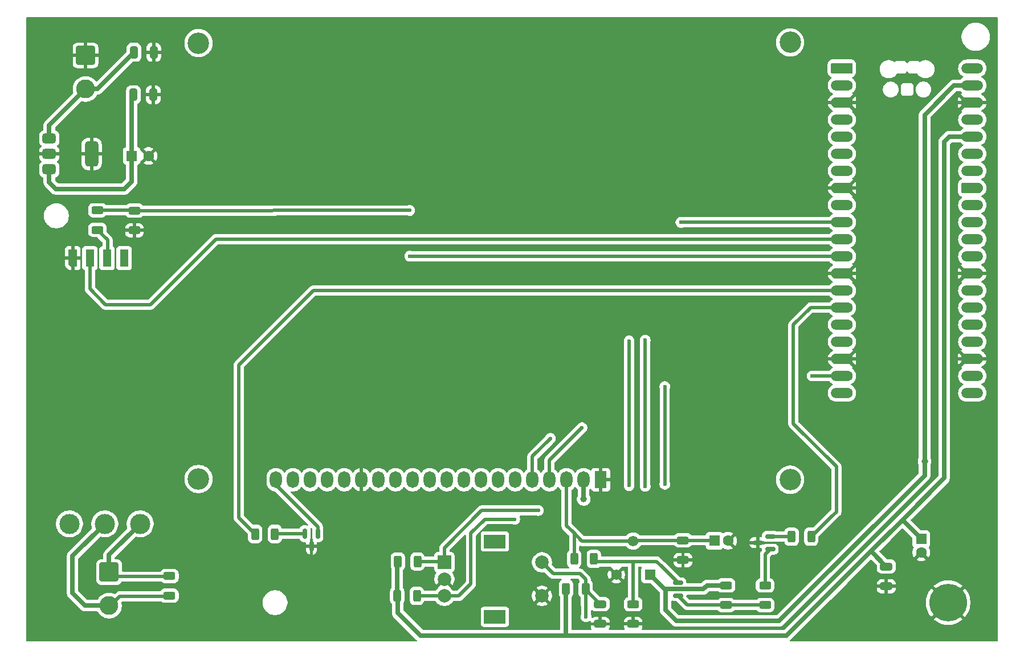
<source format=gbr>
%TF.GenerationSoftware,KiCad,Pcbnew,9.0.1*%
%TF.CreationDate,2025-04-15T15:16:39+02:00*%
%TF.ProjectId,lcd,6c63642e-6b69-4636-9164-5f7063625858,rev?*%
%TF.SameCoordinates,Original*%
%TF.FileFunction,Copper,L1,Top*%
%TF.FilePolarity,Positive*%
%FSLAX46Y46*%
G04 Gerber Fmt 4.6, Leading zero omitted, Abs format (unit mm)*
G04 Created by KiCad (PCBNEW 9.0.1) date 2025-04-15 15:16:39*
%MOMM*%
%LPD*%
G01*
G04 APERTURE LIST*
G04 Aperture macros list*
%AMRoundRect*
0 Rectangle with rounded corners*
0 $1 Rounding radius*
0 $2 $3 $4 $5 $6 $7 $8 $9 X,Y pos of 4 corners*
0 Add a 4 corners polygon primitive as box body*
4,1,4,$2,$3,$4,$5,$6,$7,$8,$9,$2,$3,0*
0 Add four circle primitives for the rounded corners*
1,1,$1+$1,$2,$3*
1,1,$1+$1,$4,$5*
1,1,$1+$1,$6,$7*
1,1,$1+$1,$8,$9*
0 Add four rect primitives between the rounded corners*
20,1,$1+$1,$2,$3,$4,$5,0*
20,1,$1+$1,$4,$5,$6,$7,0*
20,1,$1+$1,$6,$7,$8,$9,0*
20,1,$1+$1,$8,$9,$2,$3,0*%
%AMOutline5P*
0 Free polygon, 5 corners , with rotation*
0 The origin of the aperture is its center*
0 number of corners: always 5*
0 $1 to $10 corner X, Y*
0 $11 Rotation angle, in degrees counterclockwise*
0 create outline with 5 corners*
4,1,5,$1,$2,$3,$4,$5,$6,$7,$8,$9,$10,$1,$2,$11*%
%AMOutline6P*
0 Free polygon, 6 corners , with rotation*
0 The origin of the aperture is its center*
0 number of corners: always 6*
0 $1 to $12 corner X, Y*
0 $13 Rotation angle, in degrees counterclockwise*
0 create outline with 6 corners*
4,1,6,$1,$2,$3,$4,$5,$6,$7,$8,$9,$10,$11,$12,$1,$2,$13*%
%AMOutline7P*
0 Free polygon, 7 corners , with rotation*
0 The origin of the aperture is its center*
0 number of corners: always 7*
0 $1 to $14 corner X, Y*
0 $15 Rotation angle, in degrees counterclockwise*
0 create outline with 7 corners*
4,1,7,$1,$2,$3,$4,$5,$6,$7,$8,$9,$10,$11,$12,$13,$14,$1,$2,$15*%
%AMOutline8P*
0 Free polygon, 8 corners , with rotation*
0 The origin of the aperture is its center*
0 number of corners: always 8*
0 $1 to $16 corner X, Y*
0 $17 Rotation angle, in degrees counterclockwise*
0 create outline with 8 corners*
4,1,8,$1,$2,$3,$4,$5,$6,$7,$8,$9,$10,$11,$12,$13,$14,$15,$16,$1,$2,$17*%
%AMFreePoly0*
4,1,37,0.800000,0.796148,0.878414,0.796148,1.032228,0.765552,1.177117,0.705537,1.307515,0.618408,1.418408,0.507515,1.505537,0.377117,1.565552,0.232228,1.596148,0.078414,1.596148,-0.078414,1.565552,-0.232228,1.505537,-0.377117,1.418408,-0.507515,1.307515,-0.618408,1.177117,-0.705537,1.032228,-0.765552,0.878414,-0.796148,0.800000,-0.796148,0.800000,-0.800000,-1.400000,-0.800000,
-1.403843,-0.796157,-1.439018,-0.796157,-1.511114,-0.766294,-1.566294,-0.711114,-1.596157,-0.639018,-1.596157,-0.603843,-1.600000,-0.600000,-1.600000,0.600000,-1.596157,0.603843,-1.596157,0.639018,-1.566294,0.711114,-1.511114,0.766294,-1.439018,0.796157,-1.403843,0.796157,-1.400000,0.800000,0.800000,0.800000,0.800000,0.796148,0.800000,0.796148,$1*%
%AMFreePoly1*
4,1,37,1.403843,0.796157,1.439018,0.796157,1.511114,0.766294,1.566294,0.711114,1.596157,0.639018,1.596157,0.603843,1.600000,0.600000,1.600000,-0.600000,1.596157,-0.603843,1.596157,-0.639018,1.566294,-0.711114,1.511114,-0.766294,1.439018,-0.796157,1.403843,-0.796157,1.400000,-0.800000,-0.800000,-0.800000,-0.800000,-0.796148,-0.878414,-0.796148,-1.032228,-0.765552,-1.177117,-0.705537,
-1.307515,-0.618408,-1.418408,-0.507515,-1.505537,-0.377117,-1.565552,-0.232228,-1.596148,-0.078414,-1.596148,0.078414,-1.565552,0.232228,-1.505537,0.377117,-1.418408,0.507515,-1.307515,0.618408,-1.177117,0.705537,-1.032228,0.765552,-0.878414,0.796148,-0.800000,0.796148,-0.800000,0.800000,1.400000,0.800000,1.403843,0.796157,1.403843,0.796157,$1*%
%AMFreePoly2*
4,1,37,0.603843,0.796157,0.639018,0.796157,0.711114,0.766294,0.766294,0.711114,0.796157,0.639018,0.796157,0.603843,0.800000,0.600000,0.800000,-0.600000,0.796157,-0.603843,0.796157,-0.639018,0.766294,-0.711114,0.711114,-0.766294,0.639018,-0.796157,0.603843,-0.796157,0.600000,-0.800000,0.000000,-0.800000,0.000000,-0.796148,-0.078414,-0.796148,-0.232228,-0.765552,-0.377117,-0.705537,
-0.507515,-0.618408,-0.618408,-0.507515,-0.705537,-0.377117,-0.765552,-0.232228,-0.796148,-0.078414,-0.796148,0.078414,-0.765552,0.232228,-0.705537,0.377117,-0.618408,0.507515,-0.507515,0.618408,-0.377117,0.705537,-0.232228,0.765552,-0.078414,0.796148,0.000000,0.796148,0.000000,0.800000,0.600000,0.800000,0.603843,0.796157,0.603843,0.796157,$1*%
%AMFreePoly3*
4,1,37,0.000000,0.796148,0.078414,0.796148,0.232228,0.765552,0.377117,0.705537,0.507515,0.618408,0.618408,0.507515,0.705537,0.377117,0.765552,0.232228,0.796148,0.078414,0.796148,-0.078414,0.765552,-0.232228,0.705537,-0.377117,0.618408,-0.507515,0.507515,-0.618408,0.377117,-0.705537,0.232228,-0.765552,0.078414,-0.796148,0.000000,-0.796148,0.000000,-0.800000,-0.600000,-0.800000,
-0.603843,-0.796157,-0.639018,-0.796157,-0.711114,-0.766294,-0.766294,-0.711114,-0.796157,-0.639018,-0.796157,-0.603843,-0.800000,-0.600000,-0.800000,0.600000,-0.796157,0.603843,-0.796157,0.639018,-0.766294,0.711114,-0.711114,0.766294,-0.639018,0.796157,-0.603843,0.796157,-0.600000,0.800000,0.000000,0.800000,0.000000,0.796148,0.000000,0.796148,$1*%
G04 Aperture macros list end*
%TA.AperFunction,SMDPad,CuDef*%
%ADD10RoundRect,0.250000X-0.650000X0.325000X-0.650000X-0.325000X0.650000X-0.325000X0.650000X0.325000X0*%
%TD*%
%TA.AperFunction,ComponentPad*%
%ADD11R,1.600000X1.600000*%
%TD*%
%TA.AperFunction,ComponentPad*%
%ADD12C,1.600000*%
%TD*%
%TA.AperFunction,ComponentPad*%
%ADD13C,3.200000*%
%TD*%
%TA.AperFunction,ComponentPad*%
%ADD14R,1.800000X2.500000*%
%TD*%
%TA.AperFunction,ComponentPad*%
%ADD15O,1.800000X2.500000*%
%TD*%
%TA.AperFunction,ComponentPad*%
%ADD16RoundRect,0.250001X-1.149999X1.149999X-1.149999X-1.149999X1.149999X-1.149999X1.149999X1.149999X0*%
%TD*%
%TA.AperFunction,ComponentPad*%
%ADD17C,2.800000*%
%TD*%
%TA.AperFunction,SMDPad,CuDef*%
%ADD18RoundRect,0.150000X-0.150000X0.587500X-0.150000X-0.587500X0.150000X-0.587500X0.150000X0.587500X0*%
%TD*%
%TA.AperFunction,ComponentPad*%
%ADD19C,5.600000*%
%TD*%
%TA.AperFunction,SMDPad,CuDef*%
%ADD20RoundRect,0.250000X-0.312500X-0.625000X0.312500X-0.625000X0.312500X0.625000X-0.312500X0.625000X0*%
%TD*%
%TA.AperFunction,SMDPad,CuDef*%
%ADD21RoundRect,0.250000X-0.625000X0.312500X-0.625000X-0.312500X0.625000X-0.312500X0.625000X0.312500X0*%
%TD*%
%TA.AperFunction,SMDPad,CuDef*%
%ADD22RoundRect,0.250000X-0.325000X-0.650000X0.325000X-0.650000X0.325000X0.650000X-0.325000X0.650000X0*%
%TD*%
%TA.AperFunction,SMDPad,CuDef*%
%ADD23RoundRect,0.150000X-0.587500X-0.150000X0.587500X-0.150000X0.587500X0.150000X-0.587500X0.150000X0*%
%TD*%
%TA.AperFunction,SMDPad,CuDef*%
%ADD24RoundRect,0.150000X0.587500X0.150000X-0.587500X0.150000X-0.587500X-0.150000X0.587500X-0.150000X0*%
%TD*%
%TA.AperFunction,ComponentPad*%
%ADD25R,2.000000X2.000000*%
%TD*%
%TA.AperFunction,ComponentPad*%
%ADD26C,2.000000*%
%TD*%
%TA.AperFunction,ComponentPad*%
%ADD27R,3.200000X2.000000*%
%TD*%
%TA.AperFunction,SMDPad,CuDef*%
%ADD28RoundRect,0.250000X0.625000X-0.312500X0.625000X0.312500X-0.625000X0.312500X-0.625000X-0.312500X0*%
%TD*%
%TA.AperFunction,ComponentPad*%
%ADD29Outline5P,-1.270000X0.381000X-1.016000X0.635000X1.270000X0.635000X1.270000X-0.635000X-1.270000X-0.635000X90.000000*%
%TD*%
%TA.AperFunction,ComponentPad*%
%ADD30R,1.270000X2.540000*%
%TD*%
%TA.AperFunction,ComponentPad*%
%ADD31C,3.000000*%
%TD*%
%TA.AperFunction,SMDPad,CuDef*%
%ADD32RoundRect,0.250000X0.312500X0.625000X-0.312500X0.625000X-0.312500X-0.625000X0.312500X-0.625000X0*%
%TD*%
%TA.AperFunction,SMDPad,CuDef*%
%ADD33FreePoly0,0.000000*%
%TD*%
%TA.AperFunction,ComponentPad*%
%ADD34RoundRect,0.200000X-0.600000X-0.600000X0.600000X-0.600000X0.600000X0.600000X-0.600000X0.600000X0*%
%TD*%
%TA.AperFunction,SMDPad,CuDef*%
%ADD35RoundRect,0.800000X-0.800000X-0.000010X0.800000X-0.000010X0.800000X0.000010X-0.800000X0.000010X0*%
%TD*%
%TA.AperFunction,SMDPad,CuDef*%
%ADD36FreePoly1,0.000000*%
%TD*%
%TA.AperFunction,ComponentPad*%
%ADD37FreePoly2,0.000000*%
%TD*%
%TA.AperFunction,ComponentPad*%
%ADD38FreePoly3,0.000000*%
%TD*%
%TA.AperFunction,ComponentPad*%
%ADD39R,1.560000X1.560000*%
%TD*%
%TA.AperFunction,ComponentPad*%
%ADD40C,1.560000*%
%TD*%
%TA.AperFunction,SMDPad,CuDef*%
%ADD41RoundRect,0.375000X-0.625000X-0.375000X0.625000X-0.375000X0.625000X0.375000X-0.625000X0.375000X0*%
%TD*%
%TA.AperFunction,SMDPad,CuDef*%
%ADD42RoundRect,0.500000X-0.500000X-1.400000X0.500000X-1.400000X0.500000X1.400000X-0.500000X1.400000X0*%
%TD*%
%TA.AperFunction,ViaPad*%
%ADD43C,0.600000*%
%TD*%
%TA.AperFunction,ViaPad*%
%ADD44C,1.000000*%
%TD*%
%TA.AperFunction,Conductor*%
%ADD45C,0.500000*%
%TD*%
%TA.AperFunction,Conductor*%
%ADD46C,0.700000*%
%TD*%
G04 APERTURE END LIST*
D10*
%TO.P,C2,1*%
%TO.N,/button*%
X159350000Y-141475000D03*
%TO.P,C2,2*%
%TO.N,GND*%
X159350000Y-144425000D03*
%TD*%
D11*
%TO.P,C7,1*%
%TO.N,+3V3*%
X207050000Y-131794888D03*
D12*
%TO.P,C7,2*%
%TO.N,GND*%
X207050000Y-133794888D03*
%TD*%
D13*
%TO.P,U1,*%
%TO.N,*%
X187574907Y-122980754D03*
X99674907Y-122880754D03*
X99674907Y-58080754D03*
X187574907Y-57980754D03*
D14*
%TO.P,U1,1,GND*%
%TO.N,GND*%
X159434907Y-122980754D03*
D15*
%TO.P,U1,2,Vcc*%
%TO.N,+5V*%
X156894907Y-122980754D03*
%TO.P,U1,3,Vo_contrast*%
%TO.N,/lcd.contrast*%
X154354907Y-122980754D03*
%TO.P,U1,4,RS*%
%TO.N,/lcd.RS(CS)*%
X151814907Y-122980754D03*
%TO.P,U1,5,R/W*%
%TO.N,/lcd.RW(SID)*%
X149274907Y-122980754D03*
%TO.P,U1,6,E*%
%TO.N,/lcd.E(SCLK)*%
X146734907Y-122980754D03*
%TO.P,U1,7,DB0*%
%TO.N,unconnected-(U1-DB0-Pad7)*%
X144194907Y-122980754D03*
%TO.P,U1,8,DB1*%
%TO.N,unconnected-(U1-DB1-Pad8)*%
X141654907Y-122980754D03*
%TO.P,U1,9,DB2*%
%TO.N,unconnected-(U1-DB2-Pad9)*%
X139114907Y-122980754D03*
%TO.P,U1,10,DB3*%
%TO.N,unconnected-(U1-DB3-Pad10)*%
X136574907Y-122980754D03*
%TO.P,U1,11,DB4*%
%TO.N,unconnected-(U1-DB4-Pad11)*%
X134034907Y-122980754D03*
%TO.P,U1,12,DB5*%
%TO.N,unconnected-(U1-DB5-Pad12)*%
X131494907Y-122980754D03*
%TO.P,U1,13,DB6*%
%TO.N,unconnected-(U1-DB6-Pad13)*%
X128954907Y-122980754D03*
%TO.P,U1,14,DB7*%
%TO.N,unconnected-(U1-DB7-Pad14)*%
X126414907Y-122980754D03*
%TO.P,U1,15,PSB*%
%TO.N,GND*%
X123874907Y-122980754D03*
%TO.P,U1,16,NC*%
%TO.N,unconnected-(U1-NC-Pad16)*%
X121334907Y-122980754D03*
%TO.P,U1,17,RST*%
%TO.N,/lcd.RST*%
X118794907Y-122980754D03*
%TO.P,U1,18,Vout*%
%TO.N,unconnected-(U1-Vout-Pad18)*%
X116254907Y-122980754D03*
%TO.P,U1,19,BLA*%
%TO.N,+5V*%
X113714907Y-122980754D03*
%TO.P,U1,20,BLK*%
%TO.N,Net-(Q1-C)*%
X111174907Y-122980754D03*
%TD*%
D16*
%TO.P,J1,1,Pin_1*%
%TO.N,Net-(J1-Pin_1)*%
X86382500Y-136700000D03*
D17*
%TO.P,J1,2,Pin_2*%
%TO.N,Net-(J1-Pin_2)*%
X86382500Y-141700000D03*
%TD*%
D18*
%TO.P,Q1,1,C*%
%TO.N,Net-(Q1-C)*%
X117400000Y-131012500D03*
%TO.P,Q1,2,B*%
%TO.N,Net-(Q1-B)*%
X115500000Y-131012500D03*
%TO.P,Q1,3,E*%
%TO.N,GND*%
X116450000Y-132887500D03*
%TD*%
D19*
%TO.P,GND,1*%
%TO.N,GND*%
X211050000Y-141250000D03*
%TD*%
D11*
%TO.P,C1,1*%
%TO.N,/lcd.contrast*%
X176350000Y-132050000D03*
D12*
%TO.P,C1,2*%
%TO.N,GND*%
X178350000Y-132050000D03*
%TD*%
D20*
%TO.P,R7,1*%
%TO.N,+3V3*%
X154275000Y-139200000D03*
%TO.P,R7,2*%
%TO.N,/button*%
X157200000Y-139200000D03*
%TD*%
D21*
%TO.P,R10,1*%
%TO.N,Net-(Q3-C)*%
X183850000Y-138687500D03*
%TO.P,R10,2*%
%TO.N,Net-(Q2-B)*%
X183850000Y-141612500D03*
%TD*%
D20*
%TO.P,R13,1*%
%TO.N,+3V3*%
X129187500Y-140250000D03*
%TO.P,R13,2*%
%TO.N,Net-(A1-GPIO6)*%
X132112500Y-140250000D03*
%TD*%
%TO.P,R12,1*%
%TO.N,Net-(Q3-B)*%
X187787500Y-131450000D03*
%TO.P,R12,2*%
%TO.N,/contrast pwm*%
X190712500Y-131450000D03*
%TD*%
D21*
%TO.P,R8,1*%
%TO.N,Net-(Q2-C)*%
X164250000Y-141487500D03*
%TO.P,R8,2*%
%TO.N,GND*%
X164250000Y-144412500D03*
%TD*%
D20*
%TO.P,R11,1*%
%TO.N,+3V3*%
X129287500Y-135150000D03*
%TO.P,R11,2*%
%TO.N,Net-(A1-GPIO7)*%
X132212500Y-135150000D03*
%TD*%
D22*
%TO.P,C4,1*%
%TO.N,+5V*%
X90000000Y-65750000D03*
%TO.P,C4,2*%
%TO.N,GND*%
X92950000Y-65750000D03*
%TD*%
D10*
%TO.P,C6,1*%
%TO.N,+3V3*%
X201850000Y-135875000D03*
%TO.P,C6,2*%
%TO.N,GND*%
X201850000Y-138825000D03*
%TD*%
D23*
%TO.P,Q2,1,C*%
%TO.N,Net-(Q2-C)*%
X170912500Y-138300000D03*
%TO.P,Q2,2,B*%
%TO.N,Net-(Q2-B)*%
X170912500Y-140200000D03*
%TO.P,Q2,3,E*%
%TO.N,+5V*%
X172787500Y-139250000D03*
%TD*%
D21*
%TO.P,R2,1*%
%TO.N,/UART1_RX*%
X90150000Y-82987500D03*
%TO.P,R2,2*%
%TO.N,GND*%
X90150000Y-85912500D03*
%TD*%
D20*
%TO.P,R6,1*%
%TO.N,/lcd.contrast*%
X155487500Y-134750000D03*
%TO.P,R6,2*%
%TO.N,Net-(Q2-C)*%
X158412500Y-134750000D03*
%TD*%
D21*
%TO.P,R9,1*%
%TO.N,+5V*%
X178050000Y-138687500D03*
%TO.P,R9,2*%
%TO.N,Net-(Q2-B)*%
X178050000Y-141612500D03*
%TD*%
D24*
%TO.P,Q3,1,C*%
%TO.N,Net-(Q3-C)*%
X184625000Y-133300000D03*
%TO.P,Q3,2,B*%
%TO.N,Net-(Q3-B)*%
X184625000Y-131400000D03*
%TO.P,Q3,3,E*%
%TO.N,GND*%
X182750000Y-132350000D03*
%TD*%
D25*
%TO.P,SW1,A,A*%
%TO.N,Net-(A1-GPIO7)*%
X136200000Y-135250000D03*
D26*
%TO.P,SW1,B,B*%
%TO.N,Net-(A1-GPIO6)*%
X136200000Y-140250000D03*
%TO.P,SW1,C,C*%
%TO.N,GND*%
X136200000Y-137750000D03*
D27*
%TO.P,SW1,MP*%
%TO.N,N/C*%
X143700000Y-132150000D03*
X143700000Y-143350000D03*
D26*
%TO.P,SW1,S1,S1*%
%TO.N,GND*%
X150700000Y-140250000D03*
%TO.P,SW1,S2,S2*%
%TO.N,/button*%
X150700000Y-135250000D03*
%TD*%
D28*
%TO.P,R14,1*%
%TO.N,Net-(J1-Pin_2)*%
X95350000Y-140212500D03*
%TO.P,R14,2*%
%TO.N,Net-(J1-Pin_1)*%
X95350000Y-137287500D03*
%TD*%
D29*
%TO.P,U2,1,GND*%
%TO.N,GND*%
X81000000Y-90050000D03*
D30*
%TO.P,U2,2,RX*%
%TO.N,/UART1_TX*%
X83540000Y-90050000D03*
%TO.P,U2,3,TX*%
%TO.N,Net-(U2-TX)*%
X86080000Y-90050000D03*
%TO.P,U2,4,Vcc*%
%TO.N,+5V*%
X88620000Y-90050000D03*
D31*
%TO.P,U2,5,NC*%
%TO.N,unconnected-(U2-NC-Pad5)*%
X80500000Y-129550000D03*
%TO.P,U2,6,B-*%
%TO.N,Net-(J1-Pin_2)*%
X85750000Y-129550000D03*
%TO.P,U2,7,A+*%
%TO.N,Net-(J1-Pin_1)*%
X91000000Y-129550000D03*
%TD*%
D11*
%TO.P,C5,1*%
%TO.N,+5V*%
X89750000Y-74850000D03*
D12*
%TO.P,C5,2*%
%TO.N,GND*%
X92250000Y-74850000D03*
%TD*%
D32*
%TO.P,R5,1*%
%TO.N,Net-(Q1-B)*%
X111012500Y-131050000D03*
%TO.P,R5,2*%
%TO.N,/led pwm*%
X108087500Y-131050000D03*
%TD*%
D16*
%TO.P,J2,1,Pin_1*%
%TO.N,GND*%
X82882500Y-59900000D03*
D17*
%TO.P,J2,2,Pin_2*%
%TO.N,Net-(J2-Pin_2)*%
X82882500Y-64900000D03*
%TD*%
D28*
%TO.P,R1,1*%
%TO.N,Net-(U2-TX)*%
X84650000Y-85850000D03*
%TO.P,R1,2*%
%TO.N,/UART1_RX*%
X84650000Y-82925000D03*
%TD*%
D33*
%TO.P,A1,1,GPIO0*%
%TO.N,unconnected-(A1-GPIO0-Pad1)_1*%
X195260000Y-61820000D03*
D34*
%TO.N,unconnected-(A1-GPIO0-Pad1)*%
X196060000Y-61820000D03*
D35*
%TO.P,A1,2,GPIO1*%
%TO.N,unconnected-(A1-GPIO1-Pad2)_1*%
X195260000Y-64360000D03*
D12*
%TO.N,unconnected-(A1-GPIO1-Pad2)*%
X196060000Y-64360000D03*
D36*
%TO.P,A1,3,GND*%
%TO.N,GND*%
X195260000Y-66900000D03*
D37*
X196060000Y-66900000D03*
D35*
%TO.P,A1,4,GPIO2*%
%TO.N,unconnected-(A1-GPIO2-Pad4)_1*%
X195260000Y-69440000D03*
D12*
%TO.N,unconnected-(A1-GPIO2-Pad4)*%
X196060000Y-69440000D03*
D35*
%TO.P,A1,5,GPIO3*%
%TO.N,unconnected-(A1-GPIO3-Pad5)_1*%
X195260000Y-71980000D03*
D12*
%TO.N,unconnected-(A1-GPIO3-Pad5)*%
X196060000Y-71980000D03*
D35*
%TO.P,A1,6,GPIO4*%
%TO.N,unconnected-(A1-GPIO4-Pad6)_1*%
X195260000Y-74520000D03*
D12*
%TO.N,unconnected-(A1-GPIO4-Pad6)*%
X196060000Y-74520000D03*
D35*
%TO.P,A1,7,GPIO5*%
%TO.N,unconnected-(A1-GPIO5-Pad7)_1*%
X195260000Y-77060000D03*
D12*
%TO.N,unconnected-(A1-GPIO5-Pad7)*%
X196060000Y-77060000D03*
D36*
%TO.P,A1,8,GND*%
%TO.N,GND*%
X195260000Y-79600000D03*
D37*
X196060000Y-79600000D03*
D35*
%TO.P,A1,9,GPIO6*%
%TO.N,Net-(A1-GPIO6)*%
X195260000Y-82140000D03*
D12*
X196060000Y-82140000D03*
D35*
%TO.P,A1,10,GPIO7*%
%TO.N,Net-(A1-GPIO7)*%
X195260000Y-84680000D03*
D12*
X196060000Y-84680000D03*
D35*
%TO.P,A1,11,GPIO8*%
%TO.N,/UART1_TX*%
X195260000Y-87220000D03*
D12*
X196060000Y-87220000D03*
D35*
%TO.P,A1,12,GPIO9*%
%TO.N,/UART1_RX*%
X195260000Y-89760000D03*
D12*
X196060000Y-89760000D03*
D36*
%TO.P,A1,13,GND*%
%TO.N,GND*%
X195260000Y-92300000D03*
D37*
X196060000Y-92300000D03*
D35*
%TO.P,A1,14,GPIO10*%
%TO.N,/led pwm*%
X195260000Y-94840000D03*
D12*
X196060000Y-94840000D03*
D35*
%TO.P,A1,15,GPIO11*%
%TO.N,/contrast pwm*%
X195260000Y-97380000D03*
D12*
X196060000Y-97380000D03*
D35*
%TO.P,A1,16,GPIO12*%
%TO.N,unconnected-(A1-GPIO12-Pad16)*%
X195260000Y-99920000D03*
D12*
%TO.N,unconnected-(A1-GPIO12-Pad16)_1*%
X196060000Y-99920000D03*
D35*
%TO.P,A1,17,GPIO13*%
%TO.N,unconnected-(A1-GPIO13-Pad17)*%
X195260000Y-102460000D03*
D12*
%TO.N,unconnected-(A1-GPIO13-Pad17)_1*%
X196060000Y-102460000D03*
D36*
%TO.P,A1,18,GND*%
%TO.N,GND*%
X195260000Y-105000000D03*
D37*
X196060000Y-105000000D03*
D35*
%TO.P,A1,19,GPIO14*%
%TO.N,/button*%
X195260000Y-107540000D03*
D12*
X196060000Y-107540000D03*
D35*
%TO.P,A1,20,GPIO15*%
%TO.N,unconnected-(A1-GPIO15-Pad20)_1*%
X195260000Y-110080000D03*
D12*
%TO.N,unconnected-(A1-GPIO15-Pad20)*%
X196060000Y-110080000D03*
%TO.P,A1,21,GPIO16*%
%TO.N,unconnected-(A1-GPIO16-Pad21)*%
X213840000Y-110080000D03*
D35*
%TO.N,unconnected-(A1-GPIO16-Pad21)_1*%
X214640000Y-110080000D03*
D12*
%TO.P,A1,22,GPIO17*%
%TO.N,unconnected-(A1-GPIO17-Pad22)*%
X213840000Y-107540000D03*
D35*
%TO.N,unconnected-(A1-GPIO17-Pad22)_1*%
X214640000Y-107540000D03*
D38*
%TO.P,A1,23,GND*%
%TO.N,GND*%
X213840000Y-105000000D03*
D33*
X214640000Y-105000000D03*
D12*
%TO.P,A1,24,GPIO18*%
%TO.N,/lcd.E(SCLK)*%
X213840000Y-102460000D03*
D35*
X214640000Y-102460000D03*
D12*
%TO.P,A1,25,GPIO19*%
%TO.N,/lcd.RW(SID)*%
X213840000Y-99920000D03*
D35*
X214640000Y-99920000D03*
D12*
%TO.P,A1,26,GPIO20*%
%TO.N,/lcd.RS(CS)*%
X213840000Y-97380000D03*
D35*
X214640000Y-97380000D03*
D12*
%TO.P,A1,27,GPIO21*%
%TO.N,/lcd.RST*%
X213840000Y-94840000D03*
D35*
X214640000Y-94840000D03*
D38*
%TO.P,A1,28,GND*%
%TO.N,GND*%
X213840000Y-92300000D03*
D33*
X214640000Y-92300000D03*
D12*
%TO.P,A1,29,GPIO22*%
%TO.N,unconnected-(A1-GPIO22-Pad29)_1*%
X213840000Y-89760000D03*
D35*
%TO.N,unconnected-(A1-GPIO22-Pad29)*%
X214640000Y-89760000D03*
D12*
%TO.P,A1,30,RUN*%
%TO.N,unconnected-(A1-RUN-Pad30)*%
X213840000Y-87220000D03*
D35*
%TO.N,unconnected-(A1-RUN-Pad30)_1*%
X214640000Y-87220000D03*
D12*
%TO.P,A1,31,GPIO26_ADC0*%
%TO.N,unconnected-(A1-GPIO26_ADC0-Pad31)_1*%
X213840000Y-84680000D03*
D35*
%TO.N,unconnected-(A1-GPIO26_ADC0-Pad31)*%
X214640000Y-84680000D03*
D12*
%TO.P,A1,32,GPIO27_ADC1*%
%TO.N,unconnected-(A1-GPIO27_ADC1-Pad32)*%
X213840000Y-82140000D03*
D35*
%TO.N,unconnected-(A1-GPIO27_ADC1-Pad32)_1*%
X214640000Y-82140000D03*
D38*
%TO.P,A1,33,AGND*%
%TO.N,unconnected-(A1-AGND-Pad33)_1*%
X213840000Y-79600000D03*
D33*
%TO.N,unconnected-(A1-AGND-Pad33)*%
X214640000Y-79600000D03*
D12*
%TO.P,A1,34,GPIO28_ADC2*%
%TO.N,unconnected-(A1-GPIO28_ADC2-Pad34)*%
X213840000Y-77060000D03*
D35*
%TO.N,unconnected-(A1-GPIO28_ADC2-Pad34)_1*%
X214640000Y-77060000D03*
D12*
%TO.P,A1,35,ADC_VREF*%
%TO.N,unconnected-(A1-ADC_VREF-Pad35)*%
X213840000Y-74520000D03*
D35*
%TO.N,unconnected-(A1-ADC_VREF-Pad35)_1*%
X214640000Y-74520000D03*
D12*
%TO.P,A1,36,3V3*%
%TO.N,+3V3*%
X213840000Y-71980000D03*
D35*
X214640000Y-71980000D03*
D12*
%TO.P,A1,37,3V3_EN*%
%TO.N,unconnected-(A1-3V3_EN-Pad37)_1*%
X213840000Y-69440000D03*
D35*
%TO.N,unconnected-(A1-3V3_EN-Pad37)*%
X214640000Y-69440000D03*
D38*
%TO.P,A1,38,GND*%
%TO.N,GND*%
X213840000Y-66900000D03*
D33*
X214640000Y-66900000D03*
D12*
%TO.P,A1,39,VSYS*%
%TO.N,+5V*%
X213840000Y-64360000D03*
D35*
X214640000Y-64360000D03*
D12*
%TO.P,A1,40,VBUS*%
%TO.N,unconnected-(A1-VBUS-Pad40)_1*%
X213840000Y-61820000D03*
D35*
%TO.N,unconnected-(A1-VBUS-Pad40)*%
X214640000Y-61820000D03*
%TD*%
D21*
%TO.P,R3,1*%
%TO.N,/lcd.contrast*%
X171650000Y-131987500D03*
%TO.P,R3,2*%
%TO.N,GND*%
X171650000Y-134912500D03*
%TD*%
D39*
%TO.P,RV1,1,1*%
%TO.N,+5V*%
X166750000Y-137090000D03*
D40*
%TO.P,RV1,2,2*%
%TO.N,/lcd.contrast*%
X164250000Y-132090000D03*
%TO.P,RV1,3,3*%
%TO.N,GND*%
X161750000Y-137090000D03*
%TD*%
D22*
%TO.P,C3,1*%
%TO.N,Net-(J2-Pin_2)*%
X90075000Y-59450000D03*
%TO.P,C3,2*%
%TO.N,GND*%
X93025000Y-59450000D03*
%TD*%
D41*
%TO.P,U3,1,VI*%
%TO.N,Net-(J2-Pin_2)*%
X77500000Y-72250000D03*
%TO.P,U3,2,GND*%
%TO.N,GND*%
X77500000Y-74550000D03*
D42*
X83800000Y-74550000D03*
D41*
%TO.P,U3,3,VO*%
%TO.N,+5V*%
X77500000Y-76850000D03*
%TD*%
D43*
%TO.N,/button*%
X190850000Y-107550000D03*
X157250000Y-143350000D03*
X168950000Y-123650000D03*
X168950000Y-109150000D03*
%TO.N,/UART1_RX*%
X131050000Y-82950000D03*
X131050000Y-89750000D03*
%TO.N,/lcd.RW(SID)*%
X151950000Y-116850000D03*
%TO.N,Net-(A1-GPIO7)*%
X163650000Y-102350000D03*
X150150000Y-127550000D03*
X163650000Y-123850000D03*
X171350000Y-84732948D03*
%TO.N,GND*%
X138550000Y-136950000D03*
X187550000Y-137950000D03*
X110250000Y-66150000D03*
X184650000Y-66250000D03*
X211050000Y-135250000D03*
X84950000Y-100250000D03*
X84950000Y-122050000D03*
X152350000Y-66250000D03*
X201850000Y-141750000D03*
%TO.N,Net-(A1-GPIO6)*%
X146650000Y-128850000D03*
X166050000Y-123950000D03*
X166050000Y-102250000D03*
D44*
%TO.N,+5V*%
X207550000Y-120250000D03*
X156894907Y-125850000D03*
D43*
%TO.N,/lcd.RS(CS)*%
X156650000Y-115250000D03*
%TD*%
D45*
%TO.N,/button*%
X157200000Y-139200000D02*
X157200000Y-139325000D01*
X190860000Y-107540000D02*
X190850000Y-107550000D01*
X157200000Y-137800000D02*
X156350000Y-136950000D01*
X157250000Y-143350000D02*
X157250000Y-141550000D01*
X152400000Y-136950000D02*
X150700000Y-135250000D01*
X157250000Y-141550000D02*
X157200000Y-141500000D01*
X196060000Y-107540000D02*
X190860000Y-107540000D01*
X157200000Y-139200000D02*
X157200000Y-137800000D01*
X157200000Y-141500000D02*
X157200000Y-139200000D01*
X156350000Y-136950000D02*
X152400000Y-136950000D01*
X157200000Y-139325000D02*
X159350000Y-141475000D01*
X168950000Y-109150000D02*
X168950000Y-123650000D01*
%TO.N,/UART1_RX*%
X90087500Y-82925000D02*
X90150000Y-82987500D01*
X131240000Y-89760000D02*
X196060000Y-89760000D01*
X131230000Y-89750000D02*
X131240000Y-89760000D01*
X131050000Y-89750000D02*
X131230000Y-89750000D01*
X131050000Y-82950000D02*
X90150000Y-82987500D01*
X84650000Y-82925000D02*
X90087500Y-82925000D01*
%TO.N,/lcd.RW(SID)*%
X149274907Y-119525093D02*
X151950000Y-116850000D01*
X149274907Y-122980754D02*
X149274907Y-119525093D01*
%TO.N,/UART1_TX*%
X92550000Y-96950000D02*
X85850000Y-96950000D01*
X83540000Y-94640000D02*
X83540000Y-90050000D01*
X195260000Y-87220000D02*
X102280000Y-87220000D01*
X102280000Y-87220000D02*
X92550000Y-96950000D01*
X85850000Y-96950000D02*
X83540000Y-94640000D01*
%TO.N,/contrast pwm*%
X190620000Y-97380000D02*
X188050000Y-99950000D01*
X196060000Y-97380000D02*
X190620000Y-97380000D01*
X195260000Y-97380000D02*
X190620000Y-97380000D01*
X188050000Y-114650000D02*
X194450000Y-121050000D01*
X188050000Y-99950000D02*
X188050000Y-114650000D01*
X193712500Y-128450000D02*
X190712500Y-131450000D01*
X194450000Y-127750000D02*
X193712500Y-128450000D01*
X194450000Y-121050000D02*
X194450000Y-127750000D01*
%TO.N,/lcd.contrast*%
X155487500Y-134750000D02*
X155487500Y-130955000D01*
X156622500Y-132090000D02*
X157350000Y-132090000D01*
X155316250Y-130783750D02*
X154354907Y-129822407D01*
X176287500Y-131987500D02*
X176350000Y-132050000D01*
X164352500Y-131987500D02*
X171650000Y-131987500D01*
X154354907Y-129822407D02*
X154354907Y-122980754D01*
X164250000Y-132090000D02*
X164352500Y-131987500D01*
X156622500Y-132090000D02*
X155316250Y-130783750D01*
X155487500Y-130955000D02*
X155316250Y-130783750D01*
X157350000Y-132090000D02*
X164250000Y-132090000D01*
X171650000Y-131987500D02*
X176287500Y-131987500D01*
%TO.N,Net-(U2-TX)*%
X86150000Y-87350000D02*
X86150000Y-89980000D01*
X84650000Y-85850000D02*
X86150000Y-87350000D01*
X86150000Y-89980000D02*
X86080000Y-90050000D01*
D46*
%TO.N,Net-(J2-Pin_2)*%
X90075000Y-59450000D02*
X84625000Y-64900000D01*
X77500000Y-70282500D02*
X82882500Y-64900000D01*
X77500000Y-72250000D02*
X77500000Y-70282500D01*
X84625000Y-64900000D02*
X82882500Y-64900000D01*
%TO.N,Net-(J1-Pin_1)*%
X86382500Y-136700000D02*
X86382500Y-134167500D01*
D45*
X95250000Y-137387500D02*
X87070000Y-137387500D01*
X87070000Y-137387500D02*
X86382500Y-136700000D01*
D46*
X86382500Y-134167500D02*
X91000000Y-129550000D01*
D45*
X95350000Y-137287500D02*
X95250000Y-137387500D01*
%TO.N,Net-(Q1-C)*%
X111150000Y-123750000D02*
X111150000Y-123005661D01*
X111150000Y-123005661D02*
X111174907Y-122980754D01*
X117400000Y-131012500D02*
X117400000Y-130000000D01*
X117400000Y-130000000D02*
X111150000Y-123750000D01*
%TO.N,Net-(Q1-B)*%
X111050000Y-131012500D02*
X115500000Y-131012500D01*
X111012500Y-131050000D02*
X111050000Y-131012500D01*
%TO.N,Net-(Q2-B)*%
X183850000Y-141612500D02*
X178050000Y-141612500D01*
X172612500Y-141612500D02*
X178050000Y-141612500D01*
X170912500Y-140200000D02*
X172325000Y-141612500D01*
X172325000Y-141612500D02*
X172612500Y-141612500D01*
%TO.N,Net-(A1-GPIO7)*%
X141750000Y-127550000D02*
X136200000Y-133100000D01*
X163650000Y-123850000D02*
X163650000Y-102350000D01*
X171402948Y-84680000D02*
X171350000Y-84732948D01*
X132212500Y-135150000D02*
X136100000Y-135150000D01*
X136100000Y-135150000D02*
X136200000Y-135250000D01*
X150150000Y-127550000D02*
X141750000Y-127550000D01*
X136200000Y-133100000D02*
X136200000Y-135250000D01*
X195260000Y-84680000D02*
X171402948Y-84680000D01*
%TO.N,Net-(Q2-C)*%
X164250000Y-135650000D02*
X164250000Y-135150000D01*
X168450000Y-135837500D02*
X170912500Y-138300000D01*
X167750000Y-135150000D02*
X168437500Y-135837500D01*
X158412500Y-134950000D02*
X158612500Y-135150000D01*
X168437500Y-135837500D02*
X168450000Y-135837500D01*
X158412500Y-134750000D02*
X158412500Y-134950000D01*
X164250000Y-141487500D02*
X164250000Y-135650000D01*
X164250000Y-135150000D02*
X167750000Y-135150000D01*
X158612500Y-135150000D02*
X164250000Y-135150000D01*
%TO.N,Net-(A1-GPIO6)*%
X140150000Y-130950000D02*
X140150000Y-138450000D01*
X166050000Y-123950000D02*
X166050000Y-102250000D01*
X138350000Y-140250000D02*
X136200000Y-140250000D01*
X142250000Y-128850000D02*
X140150000Y-130950000D01*
X146650000Y-128850000D02*
X142250000Y-128850000D01*
X136200000Y-140250000D02*
X132112500Y-140250000D01*
X140150000Y-138450000D02*
X138350000Y-140250000D01*
%TO.N,/led pwm*%
X108087500Y-131050000D02*
X105650000Y-128612500D01*
X105650000Y-105950000D02*
X116760000Y-94840000D01*
X116760000Y-94840000D02*
X195260000Y-94840000D01*
X105650000Y-128612500D02*
X105650000Y-105950000D01*
X195260000Y-94840000D02*
X196060000Y-94840000D01*
D46*
%TO.N,+5V*%
X207550000Y-122350000D02*
X185950000Y-143950000D01*
X207550000Y-116750858D02*
X207550858Y-116750000D01*
X168910000Y-139250000D02*
X172787500Y-139250000D01*
X172787500Y-139250000D02*
X174650000Y-139250000D01*
X174650000Y-139250000D02*
X175212500Y-138687500D01*
X77500000Y-78800000D02*
X78450000Y-79750000D01*
X185950000Y-143950000D02*
X180125000Y-143950000D01*
X169050000Y-139390000D02*
X168910000Y-139250000D01*
X78450000Y-79750000D02*
X88650000Y-79750000D01*
X180125000Y-143950000D02*
X170650000Y-143950000D01*
X89750000Y-74850000D02*
X89750000Y-66000000D01*
X89750000Y-78650000D02*
X89750000Y-74850000D01*
X89750000Y-66000000D02*
X90000000Y-65750000D01*
X207550858Y-68749142D02*
X211940000Y-64360000D01*
X156894907Y-125850000D02*
X156894907Y-122980754D01*
X170650000Y-143950000D02*
X169050000Y-142350000D01*
X175212500Y-138687500D02*
X178050000Y-138687500D01*
X88650000Y-79750000D02*
X89750000Y-78650000D01*
X213840000Y-64360000D02*
X213830000Y-64350000D01*
X166750000Y-137090000D02*
X168910000Y-139250000D01*
X207550858Y-116750000D02*
X207550858Y-68749142D01*
X207550000Y-120250000D02*
X207550000Y-122350000D01*
X169050000Y-142350000D02*
X169050000Y-139390000D01*
X207550000Y-120250000D02*
X207550000Y-116750858D01*
X77500000Y-76850000D02*
X77500000Y-78800000D01*
X211940000Y-64360000D02*
X213840000Y-64360000D01*
D45*
%TO.N,Net-(J1-Pin_2)*%
X86600000Y-141700000D02*
X87987500Y-140312500D01*
D46*
X80950000Y-134350000D02*
X85750000Y-129550000D01*
D45*
X87987500Y-140312500D02*
X95250000Y-140312500D01*
X86382500Y-141700000D02*
X86600000Y-141700000D01*
D46*
X82800000Y-141700000D02*
X80950000Y-139850000D01*
X80950000Y-139850000D02*
X80950000Y-134350000D01*
X86382500Y-141700000D02*
X82800000Y-141700000D01*
D45*
X95250000Y-140312500D02*
X95350000Y-140212500D01*
D46*
%TO.N,+3V3*%
X129187500Y-140250000D02*
X129187500Y-135250000D01*
X199550000Y-133650000D02*
X187050000Y-146150000D01*
X201850000Y-135875000D02*
X199625000Y-133650000D01*
X207050000Y-131794888D02*
X207050000Y-131750000D01*
X211220000Y-71980000D02*
X210450000Y-72750000D01*
X154275000Y-145875000D02*
X154275000Y-139200000D01*
X210450000Y-72750000D02*
X210450000Y-122750000D01*
X129287500Y-142787500D02*
X129287500Y-142050000D01*
X213840000Y-71980000D02*
X211220000Y-71980000D01*
X204250000Y-128950000D02*
X199550000Y-133650000D01*
X187050000Y-146150000D02*
X132650000Y-146150000D01*
X210450000Y-122750000D02*
X204250000Y-128950000D01*
X129287500Y-142050000D02*
X129287500Y-140350000D01*
X207050000Y-131750000D02*
X204250000Y-128950000D01*
X199625000Y-133650000D02*
X199550000Y-133650000D01*
X129187500Y-135250000D02*
X129287500Y-135150000D01*
X132650000Y-146150000D02*
X129287500Y-142787500D01*
D45*
%TO.N,/lcd.RS(CS)*%
X151814907Y-120085093D02*
X151814907Y-122980754D01*
X156650000Y-115250000D02*
X151814907Y-120085093D01*
%TO.N,Net-(Q3-B)*%
X187737500Y-131400000D02*
X187787500Y-131450000D01*
X184625000Y-131400000D02*
X187737500Y-131400000D01*
%TO.N,Net-(Q3-C)*%
X184625000Y-133300000D02*
X183850000Y-134075000D01*
X183850000Y-134075000D02*
X183850000Y-138687500D01*
%TD*%
%TA.AperFunction,Conductor*%
%TO.N,GND*%
G36*
X139318834Y-131145047D02*
G01*
X139374767Y-131186919D01*
X139399184Y-131252383D01*
X139399500Y-131261229D01*
X139399500Y-138087770D01*
X139379815Y-138154809D01*
X139363181Y-138175451D01*
X138075451Y-139463181D01*
X138014128Y-139496666D01*
X137987770Y-139499500D01*
X137572631Y-139499500D01*
X137505592Y-139479815D01*
X137472313Y-139448386D01*
X137470833Y-139446349D01*
X137344517Y-139272490D01*
X137177510Y-139105483D01*
X137121259Y-139064614D01*
X137078595Y-139009284D01*
X137073902Y-138977455D01*
X136329408Y-138232962D01*
X136392993Y-138215925D01*
X136507007Y-138150099D01*
X136600099Y-138057007D01*
X136665925Y-137942993D01*
X136682962Y-137879409D01*
X137422658Y-138619105D01*
X137422658Y-138619104D01*
X137482914Y-138536169D01*
X137482918Y-138536163D01*
X137590102Y-138325802D01*
X137663065Y-138101247D01*
X137700000Y-137868052D01*
X137700000Y-137631947D01*
X137663065Y-137398752D01*
X137590102Y-137174197D01*
X137482914Y-136963828D01*
X137413394Y-136868142D01*
X137389914Y-136802335D01*
X137405739Y-136734281D01*
X137439401Y-136695989D01*
X137442329Y-136693796D01*
X137442331Y-136693796D01*
X137557546Y-136607546D01*
X137643796Y-136492331D01*
X137694091Y-136357483D01*
X137700500Y-136297873D01*
X137700499Y-134202128D01*
X137694091Y-134142517D01*
X137690039Y-134131654D01*
X137643797Y-134007671D01*
X137643793Y-134007664D01*
X137557547Y-133892455D01*
X137557544Y-133892452D01*
X137442335Y-133806206D01*
X137442328Y-133806202D01*
X137307482Y-133755908D01*
X137307483Y-133755908D01*
X137247883Y-133749501D01*
X137247881Y-133749500D01*
X137247873Y-133749500D01*
X137247865Y-133749500D01*
X137074500Y-133749500D01*
X137065814Y-133746949D01*
X137056853Y-133748238D01*
X137032812Y-133737259D01*
X137007461Y-133729815D01*
X137001533Y-133722974D01*
X136993297Y-133719213D01*
X136979007Y-133696978D01*
X136961706Y-133677011D01*
X136959418Y-133666496D01*
X136955523Y-133660435D01*
X136950500Y-133625500D01*
X136950500Y-133462229D01*
X136970185Y-133395190D01*
X136986819Y-133374548D01*
X139187819Y-131173548D01*
X139249142Y-131140063D01*
X139318834Y-131145047D01*
G37*
%TD.AperFunction*%
%TA.AperFunction,Conductor*%
G36*
X218392539Y-54270185D02*
G01*
X218438294Y-54322989D01*
X218449500Y-54374500D01*
X218449500Y-146925500D01*
X218429815Y-146992539D01*
X218377011Y-147038294D01*
X218325500Y-147049500D01*
X187643437Y-147049500D01*
X187576398Y-147029815D01*
X187530643Y-146977011D01*
X187520699Y-146907853D01*
X187549724Y-146844297D01*
X187574546Y-146822398D01*
X187580208Y-146818614D01*
X187592162Y-146810627D01*
X193314905Y-141087884D01*
X207750000Y-141087884D01*
X207750000Y-141412115D01*
X207781779Y-141734784D01*
X207781782Y-141734801D01*
X207845030Y-142052781D01*
X207845033Y-142052792D01*
X207939157Y-142363078D01*
X208063238Y-142662635D01*
X208063240Y-142662640D01*
X208216079Y-142948580D01*
X208216090Y-142948598D01*
X208396212Y-143218170D01*
X208396222Y-143218184D01*
X208545890Y-143400554D01*
X208545891Y-143400555D01*
X209755748Y-142190698D01*
X209829588Y-142292330D01*
X210007670Y-142470412D01*
X210109300Y-142544251D01*
X208899443Y-143754107D01*
X208899444Y-143754108D01*
X209081815Y-143903777D01*
X209081829Y-143903787D01*
X209351401Y-144083909D01*
X209351419Y-144083920D01*
X209637359Y-144236759D01*
X209637364Y-144236761D01*
X209936921Y-144360842D01*
X210247207Y-144454966D01*
X210247218Y-144454969D01*
X210565198Y-144518217D01*
X210565215Y-144518220D01*
X210887884Y-144550000D01*
X211212116Y-144550000D01*
X211534784Y-144518220D01*
X211534801Y-144518217D01*
X211852781Y-144454969D01*
X211852792Y-144454966D01*
X212163078Y-144360842D01*
X212462635Y-144236761D01*
X212462640Y-144236759D01*
X212748580Y-144083920D01*
X212748598Y-144083909D01*
X213018170Y-143903787D01*
X213018183Y-143903777D01*
X213200554Y-143754108D01*
X213200554Y-143754107D01*
X211990698Y-142544251D01*
X212092330Y-142470412D01*
X212270412Y-142292330D01*
X212344251Y-142190698D01*
X213554107Y-143400554D01*
X213554108Y-143400554D01*
X213703777Y-143218183D01*
X213703787Y-143218170D01*
X213883909Y-142948598D01*
X213883920Y-142948580D01*
X214036759Y-142662640D01*
X214036761Y-142662635D01*
X214160842Y-142363078D01*
X214254966Y-142052792D01*
X214254969Y-142052781D01*
X214318217Y-141734801D01*
X214318220Y-141734784D01*
X214350000Y-141412115D01*
X214350000Y-141087884D01*
X214318220Y-140765215D01*
X214318217Y-140765198D01*
X214254969Y-140447218D01*
X214254966Y-140447207D01*
X214160842Y-140136921D01*
X214036761Y-139837364D01*
X214036759Y-139837359D01*
X213883920Y-139551419D01*
X213883909Y-139551401D01*
X213703787Y-139281829D01*
X213703777Y-139281815D01*
X213554108Y-139099444D01*
X213554107Y-139099443D01*
X212344250Y-140309300D01*
X212270412Y-140207670D01*
X212092330Y-140029588D01*
X211990697Y-139955747D01*
X213200555Y-138745891D01*
X213200554Y-138745890D01*
X213018184Y-138596222D01*
X213018170Y-138596212D01*
X212748598Y-138416090D01*
X212748580Y-138416079D01*
X212462640Y-138263240D01*
X212462635Y-138263238D01*
X212163078Y-138139157D01*
X211852792Y-138045033D01*
X211852781Y-138045030D01*
X211534801Y-137981782D01*
X211534784Y-137981779D01*
X211212116Y-137950000D01*
X210887884Y-137950000D01*
X210565215Y-137981779D01*
X210565198Y-137981782D01*
X210247218Y-138045030D01*
X210247207Y-138045033D01*
X209936921Y-138139157D01*
X209637364Y-138263238D01*
X209637359Y-138263240D01*
X209351419Y-138416079D01*
X209351401Y-138416090D01*
X209081829Y-138596212D01*
X209081815Y-138596222D01*
X208899444Y-138745890D01*
X208899443Y-138745891D01*
X210109301Y-139955748D01*
X210007670Y-140029588D01*
X209829588Y-140207670D01*
X209755748Y-140309301D01*
X208545891Y-139099443D01*
X208545890Y-139099444D01*
X208396222Y-139281815D01*
X208396212Y-139281829D01*
X208216090Y-139551401D01*
X208216079Y-139551419D01*
X208063240Y-139837359D01*
X208063238Y-139837364D01*
X207939157Y-140136921D01*
X207845033Y-140447207D01*
X207845030Y-140447218D01*
X207781782Y-140765198D01*
X207781779Y-140765215D01*
X207750000Y-141087884D01*
X193314905Y-141087884D01*
X193589608Y-140813181D01*
X195202803Y-139199986D01*
X200450001Y-139199986D01*
X200460494Y-139302697D01*
X200515641Y-139469119D01*
X200515643Y-139469124D01*
X200607684Y-139618345D01*
X200731654Y-139742315D01*
X200880875Y-139834356D01*
X200880880Y-139834358D01*
X201047302Y-139889505D01*
X201047309Y-139889506D01*
X201150019Y-139899999D01*
X201599999Y-139899999D01*
X202100000Y-139899999D01*
X202549972Y-139899999D01*
X202549986Y-139899998D01*
X202652697Y-139889505D01*
X202819119Y-139834358D01*
X202819124Y-139834356D01*
X202968345Y-139742315D01*
X203092315Y-139618345D01*
X203184356Y-139469124D01*
X203184358Y-139469119D01*
X203239505Y-139302697D01*
X203239506Y-139302690D01*
X203249999Y-139199986D01*
X203250000Y-139199973D01*
X203250000Y-139075000D01*
X202100000Y-139075000D01*
X202100000Y-139899999D01*
X201599999Y-139899999D01*
X201600000Y-139899998D01*
X201600000Y-139075000D01*
X200450001Y-139075000D01*
X200450001Y-139199986D01*
X195202803Y-139199986D01*
X195952776Y-138450013D01*
X200450000Y-138450013D01*
X200450000Y-138575000D01*
X201600000Y-138575000D01*
X202100000Y-138575000D01*
X203249999Y-138575000D01*
X203249999Y-138450028D01*
X203249998Y-138450013D01*
X203239505Y-138347302D01*
X203184358Y-138180880D01*
X203184356Y-138180875D01*
X203092315Y-138031654D01*
X202968345Y-137907684D01*
X202819124Y-137815643D01*
X202819119Y-137815641D01*
X202652697Y-137760494D01*
X202652690Y-137760493D01*
X202549986Y-137750000D01*
X202100000Y-137750000D01*
X202100000Y-138575000D01*
X201600000Y-138575000D01*
X201600000Y-137750000D01*
X201150028Y-137750000D01*
X201150012Y-137750001D01*
X201047302Y-137760494D01*
X200880880Y-137815641D01*
X200880875Y-137815643D01*
X200731654Y-137907684D01*
X200607684Y-138031654D01*
X200515643Y-138180875D01*
X200515641Y-138180880D01*
X200460494Y-138347302D01*
X200460493Y-138347309D01*
X200450000Y-138450013D01*
X195952776Y-138450013D01*
X196043606Y-138359183D01*
X199499819Y-134902969D01*
X199561142Y-134869484D01*
X199630834Y-134874468D01*
X199675181Y-134902969D01*
X200413181Y-135640969D01*
X200446666Y-135702292D01*
X200449500Y-135728650D01*
X200449500Y-136250001D01*
X200449501Y-136250019D01*
X200460000Y-136352796D01*
X200460001Y-136352799D01*
X200515185Y-136519331D01*
X200515187Y-136519336D01*
X200518989Y-136525500D01*
X200607288Y-136668656D01*
X200731344Y-136792712D01*
X200880666Y-136884814D01*
X201047203Y-136939999D01*
X201149991Y-136950500D01*
X202550008Y-136950499D01*
X202652797Y-136939999D01*
X202819334Y-136884814D01*
X202968656Y-136792712D01*
X203092712Y-136668656D01*
X203184814Y-136519334D01*
X203239999Y-136352797D01*
X203250500Y-136250009D01*
X203250499Y-135499992D01*
X203239999Y-135397203D01*
X203184814Y-135230666D01*
X203092712Y-135081344D01*
X202968656Y-134957288D01*
X202968655Y-134957287D01*
X202928698Y-134932642D01*
X202819334Y-134865186D01*
X202652797Y-134810001D01*
X202652795Y-134810000D01*
X202550016Y-134799500D01*
X202550009Y-134799500D01*
X202028650Y-134799500D01*
X201961611Y-134779815D01*
X201940969Y-134763181D01*
X200877969Y-133700181D01*
X200844484Y-133638858D01*
X200849468Y-133569166D01*
X200877969Y-133524819D01*
X202507182Y-131895606D01*
X204162322Y-130240466D01*
X204223641Y-130206984D01*
X204293333Y-130211968D01*
X204337680Y-130240469D01*
X205713181Y-131615970D01*
X205746666Y-131677293D01*
X205749500Y-131703651D01*
X205749500Y-132642758D01*
X205749501Y-132642764D01*
X205755908Y-132702371D01*
X205806202Y-132837216D01*
X205806206Y-132837223D01*
X205871311Y-132924191D01*
X205892454Y-132952434D01*
X205901385Y-132959119D01*
X205943254Y-133015051D01*
X205948239Y-133084742D01*
X205937558Y-133114679D01*
X205845245Y-133295853D01*
X205782009Y-133490470D01*
X205750000Y-133692570D01*
X205750000Y-133897205D01*
X205782009Y-134099305D01*
X205845244Y-134293919D01*
X205938141Y-134476238D01*
X205938147Y-134476247D01*
X205970523Y-134520809D01*
X205970524Y-134520810D01*
X206650000Y-133841334D01*
X206650000Y-133847549D01*
X206677259Y-133949282D01*
X206729920Y-134040494D01*
X206804394Y-134114968D01*
X206895606Y-134167629D01*
X206997339Y-134194888D01*
X207003553Y-134194888D01*
X206324076Y-134874362D01*
X206368650Y-134906747D01*
X206550968Y-134999643D01*
X206745582Y-135062878D01*
X206947683Y-135094888D01*
X207152317Y-135094888D01*
X207354417Y-135062878D01*
X207549031Y-134999643D01*
X207731349Y-134906747D01*
X207775921Y-134874362D01*
X207096447Y-134194888D01*
X207102661Y-134194888D01*
X207204394Y-134167629D01*
X207295606Y-134114968D01*
X207370080Y-134040494D01*
X207422741Y-133949282D01*
X207450000Y-133847549D01*
X207450000Y-133841335D01*
X208129474Y-134520809D01*
X208161859Y-134476237D01*
X208254755Y-134293919D01*
X208317990Y-134099305D01*
X208350000Y-133897205D01*
X208350000Y-133692570D01*
X208317990Y-133490470D01*
X208254755Y-133295856D01*
X208162441Y-133114680D01*
X208149545Y-133046011D01*
X208175821Y-132981270D01*
X208198611Y-132959122D01*
X208207546Y-132952434D01*
X208293796Y-132837219D01*
X208344091Y-132702371D01*
X208350500Y-132642761D01*
X208350499Y-130947016D01*
X208344091Y-130887405D01*
X208329444Y-130848135D01*
X208293797Y-130752559D01*
X208293793Y-130752552D01*
X208207547Y-130637343D01*
X208207544Y-130637340D01*
X208092335Y-130551094D01*
X208092328Y-130551090D01*
X207957482Y-130500796D01*
X207957483Y-130500796D01*
X207897883Y-130494389D01*
X207897881Y-130494388D01*
X207897873Y-130494388D01*
X207897865Y-130494388D01*
X207048539Y-130494388D01*
X206981500Y-130474703D01*
X206960858Y-130458069D01*
X205540469Y-129037680D01*
X205506984Y-128976357D01*
X205511968Y-128906665D01*
X205540469Y-128862318D01*
X211110620Y-123292168D01*
X211110620Y-123292167D01*
X211110626Y-123292162D01*
X211203704Y-123152863D01*
X211217970Y-123118421D01*
X211255336Y-123028212D01*
X211255336Y-123028211D01*
X211259391Y-123018421D01*
X211267816Y-122998082D01*
X211300500Y-122833767D01*
X211300500Y-105639785D01*
X212535000Y-105639785D01*
X212537893Y-105693762D01*
X212537893Y-105693764D01*
X212573438Y-105833030D01*
X212573442Y-105833043D01*
X212596862Y-105889584D01*
X213236448Y-105250000D01*
X212535000Y-105250000D01*
X212535000Y-105639785D01*
X211300500Y-105639785D01*
X211300500Y-104360219D01*
X212535000Y-104360219D01*
X212535000Y-104750000D01*
X213236448Y-104750000D01*
X213236448Y-104749999D01*
X212596863Y-104110414D01*
X212596862Y-104110415D01*
X212573446Y-104166947D01*
X212573431Y-104166987D01*
X212555457Y-104217939D01*
X212555455Y-104217946D01*
X212535000Y-104360219D01*
X211300500Y-104360219D01*
X211300500Y-92939785D01*
X212535000Y-92939785D01*
X212537893Y-92993762D01*
X212537893Y-92993764D01*
X212573438Y-93133030D01*
X212573442Y-93133043D01*
X212596862Y-93189584D01*
X213236448Y-92550000D01*
X212535000Y-92550000D01*
X212535000Y-92939785D01*
X211300500Y-92939785D01*
X211300500Y-91660219D01*
X212535000Y-91660219D01*
X212535000Y-92050000D01*
X213236448Y-92050000D01*
X213236448Y-92049999D01*
X212596863Y-91410414D01*
X212596862Y-91410415D01*
X212573446Y-91466947D01*
X212573431Y-91466987D01*
X212555457Y-91517939D01*
X212555455Y-91517946D01*
X212535000Y-91660219D01*
X211300500Y-91660219D01*
X211300500Y-73153650D01*
X211320185Y-73086611D01*
X211336819Y-73065969D01*
X211535969Y-72866819D01*
X211597292Y-72833334D01*
X211623650Y-72830500D01*
X212799952Y-72830500D01*
X212866991Y-72850185D01*
X212887628Y-72866814D01*
X213000861Y-72980047D01*
X213084800Y-73038821D01*
X213158390Y-73092287D01*
X213168547Y-73097462D01*
X213175648Y-73102434D01*
X213175652Y-73102436D01*
X213187266Y-73110568D01*
X213187270Y-73110570D01*
X213245272Y-73137617D01*
X213255927Y-73146999D01*
X213269131Y-73152224D01*
X213281629Y-73169629D01*
X213297712Y-73183789D01*
X213301604Y-73197444D01*
X213309886Y-73208977D01*
X213310990Y-73230375D01*
X213316864Y-73250982D01*
X213312755Y-73264573D01*
X213313488Y-73278754D01*
X213302848Y-73297352D01*
X213296649Y-73317864D01*
X213285167Y-73328259D01*
X213278794Y-73339401D01*
X213254369Y-73356145D01*
X213250126Y-73359988D01*
X213247711Y-73361244D01*
X213187266Y-73389432D01*
X213169002Y-73402219D01*
X213161792Y-73405973D01*
X213161591Y-73406012D01*
X213160847Y-73406460D01*
X213158397Y-73407708D01*
X213158394Y-73407710D01*
X213085696Y-73460526D01*
X213083939Y-73461779D01*
X213000859Y-73519954D01*
X212839954Y-73680859D01*
X212781781Y-73763934D01*
X212781782Y-73763935D01*
X212781132Y-73764863D01*
X212727713Y-73838390D01*
X212722535Y-73848550D01*
X212717560Y-73855656D01*
X212717558Y-73855656D01*
X212709433Y-73867262D01*
X212671838Y-73947882D01*
X212670920Y-73949849D01*
X212634780Y-74020781D01*
X212627735Y-74042458D01*
X212624532Y-74049329D01*
X212624529Y-74049338D01*
X212613261Y-74073503D01*
X212613261Y-74073504D01*
X212593459Y-74147404D01*
X212593458Y-74147403D01*
X212592614Y-74150551D01*
X212571523Y-74215466D01*
X212566175Y-74249224D01*
X212564492Y-74255507D01*
X212564492Y-74255511D01*
X212554366Y-74293304D01*
X212554364Y-74293313D01*
X212548783Y-74357106D01*
X212547728Y-74365697D01*
X212539500Y-74417643D01*
X212539500Y-74417648D01*
X212539500Y-74622352D01*
X212548406Y-74678582D01*
X212554365Y-74746692D01*
X212566171Y-74790756D01*
X212567188Y-74797175D01*
X212567190Y-74797181D01*
X212571521Y-74824525D01*
X212571522Y-74824530D01*
X212591617Y-74886378D01*
X212593460Y-74892600D01*
X212613260Y-74966494D01*
X212624529Y-74990662D01*
X212627733Y-74997532D01*
X212634780Y-75019219D01*
X212670930Y-75090169D01*
X212671844Y-75092128D01*
X212709432Y-75172734D01*
X212717562Y-75184346D01*
X212722535Y-75191448D01*
X212727713Y-75201610D01*
X212781164Y-75275180D01*
X212781793Y-75276078D01*
X212839953Y-75359140D01*
X213000858Y-75520045D01*
X213000861Y-75520047D01*
X213084800Y-75578821D01*
X213158390Y-75632287D01*
X213168547Y-75637462D01*
X213175648Y-75642434D01*
X213175652Y-75642436D01*
X213187266Y-75650568D01*
X213187270Y-75650570D01*
X213245272Y-75677617D01*
X213255927Y-75686999D01*
X213269131Y-75692224D01*
X213281629Y-75709629D01*
X213297712Y-75723789D01*
X213301604Y-75737444D01*
X213309886Y-75748977D01*
X213310990Y-75770375D01*
X213316864Y-75790982D01*
X213312755Y-75804573D01*
X213313488Y-75818754D01*
X213302848Y-75837352D01*
X213296649Y-75857864D01*
X213285167Y-75868259D01*
X213278794Y-75879401D01*
X213254369Y-75896145D01*
X213250126Y-75899988D01*
X213247711Y-75901244D01*
X213187266Y-75929432D01*
X213169002Y-75942219D01*
X213161792Y-75945973D01*
X213161591Y-75946012D01*
X213160847Y-75946460D01*
X213158397Y-75947708D01*
X213158394Y-75947710D01*
X213085696Y-76000526D01*
X213083939Y-76001779D01*
X213000859Y-76059954D01*
X212839954Y-76220859D01*
X212781781Y-76303934D01*
X212781782Y-76303935D01*
X212781132Y-76304863D01*
X212727713Y-76378390D01*
X212722535Y-76388550D01*
X212717560Y-76395656D01*
X212717558Y-76395656D01*
X212709433Y-76407262D01*
X212671838Y-76487882D01*
X212670920Y-76489849D01*
X212634780Y-76560781D01*
X212627735Y-76582458D01*
X212624532Y-76589329D01*
X212624529Y-76589338D01*
X212613261Y-76613503D01*
X212613261Y-76613504D01*
X212593459Y-76687404D01*
X212593458Y-76687403D01*
X212592614Y-76690551D01*
X212571523Y-76755466D01*
X212566175Y-76789224D01*
X212564492Y-76795507D01*
X212564492Y-76795511D01*
X212554366Y-76833304D01*
X212554364Y-76833313D01*
X212548783Y-76897106D01*
X212547728Y-76905697D01*
X212539500Y-76957643D01*
X212539500Y-76957648D01*
X212539500Y-77162352D01*
X212548406Y-77218582D01*
X212554365Y-77286692D01*
X212566171Y-77330756D01*
X212567188Y-77337175D01*
X212567190Y-77337181D01*
X212571521Y-77364525D01*
X212571522Y-77364530D01*
X212591617Y-77426378D01*
X212593460Y-77432600D01*
X212613260Y-77506494D01*
X212624529Y-77530662D01*
X212627733Y-77537532D01*
X212634780Y-77559219D01*
X212670930Y-77630169D01*
X212671844Y-77632128D01*
X212709432Y-77712734D01*
X212717562Y-77724346D01*
X212722535Y-77731448D01*
X212727713Y-77741610D01*
X212781164Y-77815180D01*
X212781793Y-77816078D01*
X212839953Y-77899140D01*
X213000857Y-78060044D01*
X213000860Y-78060046D01*
X213000861Y-78060047D01*
X213066843Y-78106248D01*
X213110469Y-78160824D01*
X213117663Y-78230322D01*
X213086141Y-78292677D01*
X213026391Y-78327970D01*
X213006780Y-78332975D01*
X213006766Y-78332980D01*
X212933280Y-78363419D01*
X212933252Y-78363431D01*
X212884451Y-78386779D01*
X212884446Y-78386782D01*
X212769268Y-78473005D01*
X212769256Y-78473015D01*
X212713019Y-78529252D01*
X212676843Y-78569524D01*
X212676837Y-78569532D01*
X212603426Y-78693263D01*
X212572978Y-78766774D01*
X212572970Y-78766795D01*
X212554976Y-78817800D01*
X212534500Y-78960219D01*
X212534500Y-80239784D01*
X212537395Y-80293814D01*
X212537396Y-80293818D01*
X212572976Y-80433221D01*
X212572980Y-80433233D01*
X212603419Y-80506719D01*
X212603431Y-80506747D01*
X212626779Y-80555548D01*
X212626782Y-80555553D01*
X212635963Y-80567817D01*
X212713006Y-80670733D01*
X212713010Y-80670737D01*
X212713015Y-80670743D01*
X212769252Y-80726980D01*
X212769261Y-80726988D01*
X212769267Y-80726994D01*
X212771790Y-80729260D01*
X212809524Y-80763156D01*
X212809532Y-80763162D01*
X212933263Y-80836573D01*
X212933262Y-80836573D01*
X212940329Y-80839500D01*
X213006774Y-80867022D01*
X213019898Y-80871652D01*
X213034660Y-80876860D01*
X213091332Y-80917726D01*
X213116913Y-80982745D01*
X213103281Y-81051272D01*
X213064531Y-81095370D01*
X213000858Y-81139955D01*
X212839954Y-81300859D01*
X212781781Y-81383934D01*
X212781782Y-81383935D01*
X212781132Y-81384863D01*
X212727713Y-81458390D01*
X212722535Y-81468550D01*
X212717560Y-81475656D01*
X212717558Y-81475656D01*
X212709433Y-81487262D01*
X212671838Y-81567882D01*
X212670920Y-81569849D01*
X212634780Y-81640781D01*
X212627735Y-81662458D01*
X212624532Y-81669329D01*
X212624529Y-81669338D01*
X212613261Y-81693503D01*
X212613261Y-81693504D01*
X212593459Y-81767404D01*
X212593458Y-81767403D01*
X212592614Y-81770551D01*
X212571523Y-81835466D01*
X212566175Y-81869224D01*
X212564492Y-81875507D01*
X212564492Y-81875511D01*
X212554366Y-81913304D01*
X212554364Y-81913313D01*
X212548783Y-81977106D01*
X212547728Y-81985697D01*
X212539500Y-82037643D01*
X212539500Y-82037648D01*
X212539500Y-82242352D01*
X212548406Y-82298582D01*
X212554365Y-82366692D01*
X212566171Y-82410756D01*
X212567188Y-82417175D01*
X212567190Y-82417181D01*
X212571521Y-82444525D01*
X212571522Y-82444530D01*
X212591617Y-82506378D01*
X212593460Y-82512600D01*
X212613260Y-82586494D01*
X212624529Y-82610662D01*
X212627733Y-82617532D01*
X212634780Y-82639219D01*
X212670930Y-82710169D01*
X212671844Y-82712128D01*
X212709432Y-82792734D01*
X212717562Y-82804346D01*
X212722535Y-82811448D01*
X212727713Y-82821610D01*
X212781164Y-82895180D01*
X212781793Y-82896078D01*
X212839953Y-82979140D01*
X213000858Y-83140045D01*
X213062920Y-83183501D01*
X213084800Y-83198821D01*
X213158390Y-83252287D01*
X213168547Y-83257462D01*
X213175648Y-83262434D01*
X213175652Y-83262436D01*
X213187266Y-83270568D01*
X213187270Y-83270570D01*
X213245272Y-83297617D01*
X213255927Y-83306999D01*
X213269131Y-83312224D01*
X213281629Y-83329629D01*
X213297712Y-83343789D01*
X213301604Y-83357444D01*
X213309886Y-83368977D01*
X213310990Y-83390375D01*
X213316864Y-83410982D01*
X213312755Y-83424573D01*
X213313488Y-83438754D01*
X213302848Y-83457352D01*
X213296649Y-83477864D01*
X213285167Y-83488259D01*
X213278794Y-83499401D01*
X213254369Y-83516145D01*
X213250126Y-83519988D01*
X213247711Y-83521244D01*
X213187266Y-83549432D01*
X213169002Y-83562219D01*
X213161792Y-83565973D01*
X213161591Y-83566012D01*
X213160847Y-83566460D01*
X213158397Y-83567708D01*
X213158394Y-83567710D01*
X213085696Y-83620526D01*
X213083939Y-83621779D01*
X213000859Y-83679954D01*
X212839954Y-83840859D01*
X212781781Y-83923934D01*
X212781782Y-83923935D01*
X212781132Y-83924863D01*
X212727713Y-83998390D01*
X212722535Y-84008550D01*
X212717560Y-84015656D01*
X212717558Y-84015656D01*
X212709433Y-84027262D01*
X212671838Y-84107882D01*
X212670920Y-84109849D01*
X212634780Y-84180781D01*
X212627735Y-84202458D01*
X212624532Y-84209329D01*
X212624529Y-84209338D01*
X212613261Y-84233503D01*
X212613261Y-84233504D01*
X212593459Y-84307404D01*
X212593458Y-84307403D01*
X212592614Y-84310551D01*
X212571523Y-84375466D01*
X212566175Y-84409224D01*
X212564492Y-84415507D01*
X212564492Y-84415511D01*
X212554366Y-84453304D01*
X212554364Y-84453313D01*
X212548783Y-84517106D01*
X212547728Y-84525697D01*
X212539500Y-84577643D01*
X212539500Y-84577648D01*
X212539500Y-84782352D01*
X212548406Y-84838582D01*
X212554365Y-84906692D01*
X212566171Y-84950756D01*
X212567188Y-84957175D01*
X212567190Y-84957181D01*
X212571521Y-84984525D01*
X212571522Y-84984530D01*
X212591617Y-85046378D01*
X212593460Y-85052600D01*
X212613260Y-85126494D01*
X212624529Y-85150662D01*
X212627733Y-85157532D01*
X212634780Y-85179219D01*
X212670930Y-85250169D01*
X212671844Y-85252128D01*
X212709432Y-85332734D01*
X212717562Y-85344346D01*
X212722535Y-85351448D01*
X212727713Y-85361610D01*
X212781164Y-85435180D01*
X212781793Y-85436078D01*
X212839953Y-85519140D01*
X213000858Y-85680045D01*
X213000861Y-85680047D01*
X213084800Y-85738821D01*
X213158390Y-85792287D01*
X213168547Y-85797462D01*
X213175648Y-85802434D01*
X213175652Y-85802436D01*
X213187266Y-85810568D01*
X213187270Y-85810570D01*
X213245272Y-85837617D01*
X213255927Y-85846999D01*
X213269131Y-85852224D01*
X213281629Y-85869629D01*
X213297712Y-85883789D01*
X213301604Y-85897444D01*
X213309886Y-85908977D01*
X213310990Y-85930375D01*
X213316864Y-85950982D01*
X213312755Y-85964573D01*
X213313488Y-85978754D01*
X213302848Y-85997352D01*
X213296649Y-86017864D01*
X213285167Y-86028259D01*
X213278794Y-86039401D01*
X213254369Y-86056145D01*
X213250126Y-86059988D01*
X213247711Y-86061244D01*
X213187266Y-86089432D01*
X213169002Y-86102219D01*
X213161792Y-86105973D01*
X213161591Y-86106012D01*
X213160847Y-86106460D01*
X213158397Y-86107708D01*
X213158394Y-86107710D01*
X213085696Y-86160526D01*
X213083939Y-86161779D01*
X213000859Y-86219954D01*
X212839954Y-86380859D01*
X212781781Y-86463934D01*
X212781782Y-86463935D01*
X212781132Y-86464863D01*
X212727713Y-86538390D01*
X212722535Y-86548550D01*
X212717560Y-86555656D01*
X212717558Y-86555656D01*
X212709433Y-86567262D01*
X212671838Y-86647882D01*
X212670920Y-86649849D01*
X212634780Y-86720781D01*
X212627735Y-86742458D01*
X212624532Y-86749329D01*
X212624529Y-86749338D01*
X212613261Y-86773503D01*
X212613261Y-86773504D01*
X212593459Y-86847404D01*
X212593458Y-86847403D01*
X212592614Y-86850551D01*
X212571523Y-86915466D01*
X212566175Y-86949224D01*
X212564492Y-86955507D01*
X212564492Y-86955511D01*
X212554366Y-86993304D01*
X212554364Y-86993313D01*
X212548783Y-87057106D01*
X212547728Y-87065697D01*
X212539500Y-87117643D01*
X212539500Y-87117648D01*
X212539500Y-87322352D01*
X212548406Y-87378582D01*
X212554365Y-87446692D01*
X212566171Y-87490756D01*
X212567188Y-87497175D01*
X212567190Y-87497181D01*
X212571521Y-87524525D01*
X212571522Y-87524530D01*
X212591617Y-87586378D01*
X212593460Y-87592600D01*
X212613260Y-87666494D01*
X212624529Y-87690662D01*
X212627733Y-87697532D01*
X212634780Y-87719219D01*
X212670930Y-87790169D01*
X212671844Y-87792128D01*
X212709432Y-87872734D01*
X212717562Y-87884346D01*
X212722535Y-87891448D01*
X212727713Y-87901610D01*
X212781164Y-87975180D01*
X212781793Y-87976078D01*
X212839953Y-88059140D01*
X213000858Y-88220045D01*
X213000861Y-88220047D01*
X213084800Y-88278821D01*
X213158390Y-88332287D01*
X213168547Y-88337462D01*
X213175648Y-88342434D01*
X213175652Y-88342436D01*
X213187266Y-88350568D01*
X213187270Y-88350570D01*
X213245272Y-88377617D01*
X213255927Y-88386999D01*
X213269131Y-88392224D01*
X213281629Y-88409629D01*
X213297712Y-88423789D01*
X213301604Y-88437444D01*
X213309886Y-88448977D01*
X213310990Y-88470375D01*
X213316864Y-88490982D01*
X213312755Y-88504573D01*
X213313488Y-88518754D01*
X213302848Y-88537352D01*
X213296649Y-88557864D01*
X213285167Y-88568259D01*
X213278794Y-88579401D01*
X213254369Y-88596145D01*
X213250126Y-88599988D01*
X213247711Y-88601244D01*
X213187266Y-88629432D01*
X213169002Y-88642219D01*
X213161792Y-88645973D01*
X213161591Y-88646012D01*
X213160847Y-88646460D01*
X213158397Y-88647708D01*
X213158394Y-88647710D01*
X213085696Y-88700526D01*
X213083939Y-88701779D01*
X213000859Y-88759954D01*
X212839954Y-88920859D01*
X212781781Y-89003934D01*
X212781782Y-89003935D01*
X212781132Y-89004863D01*
X212727713Y-89078390D01*
X212722535Y-89088550D01*
X212717560Y-89095656D01*
X212717558Y-89095656D01*
X212709433Y-89107262D01*
X212671838Y-89187882D01*
X212670920Y-89189849D01*
X212634780Y-89260781D01*
X212627735Y-89282458D01*
X212624532Y-89289329D01*
X212624529Y-89289338D01*
X212613261Y-89313503D01*
X212613261Y-89313504D01*
X212593459Y-89387404D01*
X212593458Y-89387403D01*
X212592614Y-89390551D01*
X212571523Y-89455466D01*
X212566175Y-89489224D01*
X212564492Y-89495507D01*
X212564492Y-89495511D01*
X212554366Y-89533304D01*
X212554364Y-89533313D01*
X212548783Y-89597106D01*
X212547728Y-89605697D01*
X212539500Y-89657643D01*
X212539500Y-89657648D01*
X212539500Y-89862352D01*
X212548406Y-89918582D01*
X212554365Y-89986692D01*
X212566171Y-90030756D01*
X212567188Y-90037175D01*
X212567190Y-90037181D01*
X212571521Y-90064525D01*
X212571522Y-90064530D01*
X212591617Y-90126378D01*
X212593460Y-90132600D01*
X212613260Y-90206494D01*
X212624529Y-90230662D01*
X212627733Y-90237532D01*
X212634780Y-90259219D01*
X212670930Y-90330169D01*
X212671844Y-90332128D01*
X212709432Y-90412734D01*
X212717562Y-90424346D01*
X212722535Y-90431448D01*
X212727713Y-90441610D01*
X212781164Y-90515180D01*
X212781793Y-90516078D01*
X212839953Y-90599140D01*
X213000858Y-90760045D01*
X213067379Y-90806623D01*
X213111004Y-90861199D01*
X213118198Y-90930698D01*
X213086676Y-90993052D01*
X213026922Y-91028346D01*
X213006976Y-91033436D01*
X213006962Y-91033441D01*
X212950415Y-91056863D01*
X213710589Y-91817037D01*
X213647007Y-91834075D01*
X213532993Y-91899901D01*
X213439901Y-91992993D01*
X213374075Y-92107007D01*
X213340000Y-92234174D01*
X213340000Y-92365826D01*
X213374075Y-92492993D01*
X213439901Y-92607007D01*
X213532993Y-92700099D01*
X213647007Y-92765925D01*
X213710588Y-92782961D01*
X212950414Y-93543135D01*
X213006960Y-93566557D01*
X213006965Y-93566559D01*
X213035159Y-93576505D01*
X213091832Y-93617370D01*
X213117415Y-93682388D01*
X213103786Y-93750915D01*
X213065035Y-93795016D01*
X213000859Y-93839954D01*
X212839954Y-94000859D01*
X212781781Y-94083934D01*
X212781782Y-94083935D01*
X212781132Y-94084863D01*
X212727713Y-94158390D01*
X212722535Y-94168550D01*
X212717560Y-94175656D01*
X212717558Y-94175656D01*
X212709433Y-94187262D01*
X212671838Y-94267882D01*
X212670920Y-94269849D01*
X212634780Y-94340781D01*
X212627735Y-94362458D01*
X212624532Y-94369329D01*
X212624529Y-94369338D01*
X212613261Y-94393503D01*
X212613261Y-94393504D01*
X212593459Y-94467404D01*
X212593458Y-94467403D01*
X212592614Y-94470551D01*
X212571523Y-94535466D01*
X212566175Y-94569224D01*
X212564492Y-94575507D01*
X212564492Y-94575511D01*
X212554366Y-94613304D01*
X212554364Y-94613313D01*
X212548783Y-94677106D01*
X212547942Y-94683954D01*
X212547941Y-94684301D01*
X212547837Y-94685007D01*
X212539500Y-94737648D01*
X212539500Y-94741824D01*
X212539500Y-94942351D01*
X212547728Y-94994301D01*
X212547728Y-94994302D01*
X212547916Y-94995492D01*
X212548406Y-94998582D01*
X212554365Y-95066692D01*
X212566171Y-95110756D01*
X212567188Y-95117175D01*
X212567190Y-95117181D01*
X212571521Y-95144525D01*
X212571522Y-95144530D01*
X212591617Y-95206378D01*
X212593460Y-95212600D01*
X212613260Y-95286494D01*
X212624529Y-95310662D01*
X212627733Y-95317532D01*
X212634780Y-95339219D01*
X212670930Y-95410169D01*
X212671844Y-95412128D01*
X212709432Y-95492734D01*
X212717562Y-95504346D01*
X212722535Y-95511448D01*
X212727713Y-95521610D01*
X212781164Y-95595180D01*
X212781793Y-95596078D01*
X212839953Y-95679140D01*
X213000858Y-95840045D01*
X213000861Y-95840047D01*
X213084800Y-95898821D01*
X213158390Y-95952287D01*
X213168547Y-95957462D01*
X213175648Y-95962434D01*
X213175652Y-95962436D01*
X213187266Y-95970568D01*
X213187270Y-95970570D01*
X213245272Y-95997617D01*
X213255927Y-96006999D01*
X213269131Y-96012224D01*
X213281629Y-96029629D01*
X213297712Y-96043789D01*
X213301604Y-96057444D01*
X213309886Y-96068977D01*
X213310990Y-96090375D01*
X213316864Y-96110982D01*
X213312755Y-96124573D01*
X213313488Y-96138754D01*
X213302848Y-96157352D01*
X213296649Y-96177864D01*
X213285167Y-96188259D01*
X213278794Y-96199401D01*
X213254369Y-96216145D01*
X213250126Y-96219988D01*
X213247711Y-96221244D01*
X213187266Y-96249432D01*
X213169002Y-96262219D01*
X213161792Y-96265973D01*
X213161591Y-96266012D01*
X213160847Y-96266460D01*
X213158397Y-96267708D01*
X213158394Y-96267710D01*
X213085696Y-96320526D01*
X213083939Y-96321779D01*
X213000859Y-96379954D01*
X212839954Y-96540859D01*
X212781781Y-96623934D01*
X212781782Y-96623935D01*
X212781132Y-96624863D01*
X212727713Y-96698390D01*
X212722535Y-96708550D01*
X212717560Y-96715656D01*
X212717558Y-96715656D01*
X212709433Y-96727262D01*
X212671838Y-96807882D01*
X212670920Y-96809849D01*
X212634780Y-96880781D01*
X212627735Y-96902458D01*
X212624532Y-96909329D01*
X212624529Y-96909338D01*
X212613261Y-96933503D01*
X212613261Y-96933504D01*
X212593459Y-97007404D01*
X212593458Y-97007403D01*
X212592614Y-97010551D01*
X212571523Y-97075466D01*
X212566175Y-97109224D01*
X212564492Y-97115507D01*
X212564492Y-97115511D01*
X212554366Y-97153304D01*
X212554364Y-97153313D01*
X212548783Y-97217106D01*
X212547728Y-97225697D01*
X212539500Y-97277643D01*
X212539500Y-97277648D01*
X212539500Y-97482352D01*
X212548406Y-97538582D01*
X212554365Y-97606692D01*
X212566171Y-97650756D01*
X212567188Y-97657175D01*
X212567190Y-97657181D01*
X212571521Y-97684525D01*
X212571522Y-97684530D01*
X212591617Y-97746378D01*
X212593460Y-97752600D01*
X212613260Y-97826494D01*
X212624529Y-97850662D01*
X212627733Y-97857532D01*
X212634780Y-97879219D01*
X212670930Y-97950169D01*
X212671844Y-97952128D01*
X212709432Y-98032734D01*
X212717562Y-98044346D01*
X212722535Y-98051448D01*
X212727713Y-98061610D01*
X212781164Y-98135180D01*
X212781793Y-98136078D01*
X212839953Y-98219140D01*
X213000858Y-98380045D01*
X213000861Y-98380047D01*
X213084800Y-98438821D01*
X213158390Y-98492287D01*
X213168547Y-98497462D01*
X213175648Y-98502434D01*
X213175652Y-98502436D01*
X213187266Y-98510568D01*
X213187270Y-98510570D01*
X213245272Y-98537617D01*
X213255927Y-98546999D01*
X213269131Y-98552224D01*
X213281629Y-98569629D01*
X213297712Y-98583789D01*
X213301604Y-98597444D01*
X213309886Y-98608977D01*
X213310990Y-98630375D01*
X213316864Y-98650982D01*
X213312755Y-98664573D01*
X213313488Y-98678754D01*
X213302848Y-98697352D01*
X213296649Y-98717864D01*
X213285167Y-98728259D01*
X213278794Y-98739401D01*
X213254369Y-98756145D01*
X213250126Y-98759988D01*
X213247711Y-98761244D01*
X213187266Y-98789432D01*
X213169002Y-98802219D01*
X213161792Y-98805973D01*
X213161591Y-98806012D01*
X213160847Y-98806460D01*
X213158397Y-98807708D01*
X213158394Y-98807710D01*
X213085696Y-98860526D01*
X213083939Y-98861779D01*
X213000859Y-98919954D01*
X212839954Y-99080859D01*
X212781781Y-99163934D01*
X212781782Y-99163935D01*
X212781132Y-99164863D01*
X212727713Y-99238390D01*
X212722535Y-99248550D01*
X212717560Y-99255656D01*
X212717558Y-99255656D01*
X212709433Y-99267262D01*
X212671838Y-99347882D01*
X212670920Y-99349849D01*
X212634780Y-99420781D01*
X212627735Y-99442458D01*
X212624532Y-99449329D01*
X212624529Y-99449338D01*
X212613261Y-99473503D01*
X212613261Y-99473504D01*
X212593459Y-99547404D01*
X212593458Y-99547403D01*
X212592614Y-99550551D01*
X212571523Y-99615466D01*
X212566175Y-99649224D01*
X212564492Y-99655507D01*
X212564492Y-99655511D01*
X212554366Y-99693304D01*
X212554364Y-99693313D01*
X212548783Y-99757106D01*
X212547728Y-99765697D01*
X212539500Y-99817643D01*
X212539500Y-99817648D01*
X212539500Y-100022352D01*
X212548406Y-100078582D01*
X212554365Y-100146692D01*
X212566171Y-100190756D01*
X212567188Y-100197175D01*
X212567190Y-100197181D01*
X212571521Y-100224525D01*
X212571522Y-100224530D01*
X212571523Y-100224534D01*
X212589347Y-100279391D01*
X212591617Y-100286378D01*
X212593460Y-100292600D01*
X212613260Y-100366494D01*
X212624529Y-100390662D01*
X212627733Y-100397532D01*
X212634780Y-100419219D01*
X212670930Y-100490169D01*
X212671844Y-100492128D01*
X212709432Y-100572734D01*
X212717562Y-100584346D01*
X212722535Y-100591448D01*
X212727713Y-100601610D01*
X212781164Y-100675180D01*
X212781793Y-100676078D01*
X212839953Y-100759140D01*
X213000858Y-100920045D01*
X213000861Y-100920047D01*
X213084800Y-100978821D01*
X213158390Y-101032287D01*
X213168547Y-101037462D01*
X213175648Y-101042434D01*
X213175652Y-101042436D01*
X213187266Y-101050568D01*
X213187270Y-101050570D01*
X213245272Y-101077617D01*
X213255927Y-101086999D01*
X213269131Y-101092224D01*
X213281629Y-101109629D01*
X213297712Y-101123789D01*
X213301604Y-101137444D01*
X213309886Y-101148977D01*
X213310990Y-101170375D01*
X213316864Y-101190982D01*
X213312755Y-101204573D01*
X213313488Y-101218754D01*
X213302848Y-101237352D01*
X213296649Y-101257864D01*
X213285167Y-101268259D01*
X213278794Y-101279401D01*
X213254369Y-101296145D01*
X213250126Y-101299988D01*
X213247711Y-101301244D01*
X213187266Y-101329432D01*
X213169002Y-101342219D01*
X213161792Y-101345973D01*
X213161591Y-101346012D01*
X213160847Y-101346460D01*
X213158397Y-101347708D01*
X213158394Y-101347710D01*
X213085696Y-101400526D01*
X213083939Y-101401779D01*
X213000859Y-101459954D01*
X212839954Y-101620859D01*
X212781781Y-101703934D01*
X212781782Y-101703935D01*
X212781132Y-101704863D01*
X212727713Y-101778390D01*
X212722535Y-101788550D01*
X212717560Y-101795656D01*
X212717558Y-101795656D01*
X212709433Y-101807262D01*
X212671838Y-101887882D01*
X212670920Y-101889849D01*
X212634780Y-101960781D01*
X212627735Y-101982458D01*
X212624532Y-101989329D01*
X212624529Y-101989338D01*
X212613261Y-102013503D01*
X212613261Y-102013504D01*
X212593459Y-102087404D01*
X212593458Y-102087403D01*
X212592614Y-102090551D01*
X212571523Y-102155466D01*
X212566175Y-102189224D01*
X212564492Y-102195507D01*
X212564492Y-102195511D01*
X212554366Y-102233304D01*
X212554364Y-102233313D01*
X212548783Y-102297106D01*
X212547728Y-102305697D01*
X212539500Y-102357643D01*
X212539500Y-102357648D01*
X212539500Y-102562352D01*
X212548406Y-102618582D01*
X212554365Y-102686692D01*
X212566171Y-102730756D01*
X212567188Y-102737175D01*
X212567190Y-102737181D01*
X212571521Y-102764525D01*
X212571522Y-102764530D01*
X212591617Y-102826378D01*
X212593460Y-102832600D01*
X212613260Y-102906494D01*
X212624529Y-102930662D01*
X212627733Y-102937532D01*
X212634780Y-102959219D01*
X212670930Y-103030169D01*
X212671844Y-103032128D01*
X212709432Y-103112734D01*
X212717562Y-103124346D01*
X212722535Y-103131448D01*
X212727713Y-103141610D01*
X212781164Y-103215180D01*
X212781793Y-103216078D01*
X212839953Y-103299140D01*
X213000858Y-103460045D01*
X213067379Y-103506623D01*
X213111004Y-103561199D01*
X213118198Y-103630698D01*
X213086676Y-103693052D01*
X213026922Y-103728346D01*
X213006976Y-103733436D01*
X213006962Y-103733441D01*
X212950415Y-103756863D01*
X213710589Y-104517037D01*
X213647007Y-104534075D01*
X213532993Y-104599901D01*
X213439901Y-104692993D01*
X213374075Y-104807007D01*
X213340000Y-104934174D01*
X213340000Y-105065826D01*
X213374075Y-105192993D01*
X213439901Y-105307007D01*
X213532993Y-105400099D01*
X213647007Y-105465925D01*
X213710588Y-105482961D01*
X212950414Y-106243135D01*
X213006960Y-106266557D01*
X213006965Y-106266559D01*
X213035159Y-106276505D01*
X213091832Y-106317370D01*
X213117415Y-106382388D01*
X213103786Y-106450915D01*
X213065035Y-106495016D01*
X213000859Y-106539954D01*
X212839954Y-106700859D01*
X212781781Y-106783934D01*
X212781782Y-106783935D01*
X212781132Y-106784863D01*
X212727713Y-106858390D01*
X212722535Y-106868550D01*
X212717560Y-106875656D01*
X212717558Y-106875656D01*
X212709433Y-106887262D01*
X212671838Y-106967882D01*
X212670920Y-106969849D01*
X212634780Y-107040781D01*
X212627735Y-107062458D01*
X212624532Y-107069329D01*
X212624529Y-107069338D01*
X212613261Y-107093503D01*
X212613261Y-107093504D01*
X212593459Y-107167404D01*
X212593458Y-107167403D01*
X212592614Y-107170551D01*
X212571523Y-107235466D01*
X212566175Y-107269224D01*
X212564492Y-107275507D01*
X212564492Y-107275511D01*
X212554366Y-107313304D01*
X212554364Y-107313313D01*
X212548783Y-107377106D01*
X212547942Y-107383954D01*
X212547941Y-107384301D01*
X212547837Y-107385007D01*
X212539500Y-107437648D01*
X212539500Y-107642352D01*
X212548406Y-107698582D01*
X212554365Y-107766692D01*
X212566171Y-107810756D01*
X212567188Y-107817175D01*
X212567190Y-107817181D01*
X212571521Y-107844525D01*
X212571522Y-107844530D01*
X212591617Y-107906378D01*
X212593460Y-107912600D01*
X212613260Y-107986494D01*
X212624529Y-108010662D01*
X212627733Y-108017532D01*
X212634780Y-108039219D01*
X212670930Y-108110169D01*
X212671844Y-108112128D01*
X212709432Y-108192734D01*
X212717562Y-108204346D01*
X212722535Y-108211448D01*
X212727713Y-108221610D01*
X212781164Y-108295180D01*
X212781793Y-108296078D01*
X212839953Y-108379140D01*
X213000858Y-108540045D01*
X213000861Y-108540047D01*
X213084800Y-108598821D01*
X213158390Y-108652287D01*
X213168547Y-108657462D01*
X213175648Y-108662434D01*
X213175652Y-108662436D01*
X213187266Y-108670568D01*
X213187270Y-108670570D01*
X213245272Y-108697617D01*
X213255927Y-108706999D01*
X213269131Y-108712224D01*
X213281629Y-108729629D01*
X213297712Y-108743789D01*
X213301604Y-108757444D01*
X213309886Y-108768977D01*
X213310990Y-108790375D01*
X213316864Y-108810982D01*
X213312755Y-108824573D01*
X213313488Y-108838754D01*
X213302848Y-108857352D01*
X213296649Y-108877864D01*
X213285167Y-108888259D01*
X213278794Y-108899401D01*
X213254369Y-108916145D01*
X213250126Y-108919988D01*
X213247711Y-108921244D01*
X213187266Y-108949432D01*
X213169002Y-108962219D01*
X213161792Y-108965973D01*
X213161591Y-108966012D01*
X213160847Y-108966460D01*
X213158397Y-108967708D01*
X213158394Y-108967710D01*
X213085696Y-109020526D01*
X213083939Y-109021779D01*
X213000859Y-109079954D01*
X212839954Y-109240859D01*
X212781781Y-109323934D01*
X212781782Y-109323935D01*
X212781132Y-109324863D01*
X212727713Y-109398390D01*
X212722535Y-109408550D01*
X212717560Y-109415656D01*
X212717558Y-109415656D01*
X212709433Y-109427262D01*
X212671838Y-109507882D01*
X212670920Y-109509849D01*
X212634780Y-109580781D01*
X212627735Y-109602458D01*
X212624532Y-109609329D01*
X212624529Y-109609338D01*
X212613261Y-109633503D01*
X212613261Y-109633504D01*
X212593459Y-109707404D01*
X212593458Y-109707403D01*
X212592614Y-109710551D01*
X212571523Y-109775466D01*
X212566175Y-109809224D01*
X212564492Y-109815507D01*
X212564492Y-109815511D01*
X212554366Y-109853304D01*
X212554364Y-109853313D01*
X212548783Y-109917106D01*
X212547728Y-109925697D01*
X212539500Y-109977643D01*
X212539500Y-109977648D01*
X212539500Y-110182352D01*
X212548406Y-110238582D01*
X212554365Y-110306692D01*
X212566171Y-110350756D01*
X212567188Y-110357175D01*
X212567190Y-110357181D01*
X212571521Y-110384525D01*
X212571522Y-110384530D01*
X212591617Y-110446378D01*
X212593460Y-110452600D01*
X212613260Y-110526494D01*
X212624529Y-110550662D01*
X212627733Y-110557532D01*
X212634780Y-110579219D01*
X212670930Y-110650169D01*
X212671844Y-110652128D01*
X212709432Y-110732734D01*
X212717562Y-110744346D01*
X212722535Y-110751448D01*
X212727713Y-110761610D01*
X212781164Y-110835180D01*
X212781793Y-110836078D01*
X212839953Y-110919140D01*
X213000858Y-111080045D01*
X213083904Y-111138194D01*
X213084800Y-111138821D01*
X213158390Y-111192287D01*
X213168547Y-111197462D01*
X213175648Y-111202434D01*
X213175652Y-111202436D01*
X213187265Y-111210567D01*
X213187266Y-111210568D01*
X213269827Y-111249067D01*
X213340781Y-111285220D01*
X213362467Y-111292266D01*
X213393504Y-111306739D01*
X213393510Y-111306740D01*
X213393513Y-111306742D01*
X213467386Y-111326535D01*
X213470528Y-111327377D01*
X213535466Y-111348477D01*
X213569233Y-111353825D01*
X213613308Y-111365635D01*
X213677103Y-111371215D01*
X213685690Y-111372269D01*
X213737648Y-111380500D01*
X213737649Y-111380500D01*
X215496785Y-111380500D01*
X215496785Y-111380499D01*
X215666692Y-111365635D01*
X215886496Y-111306739D01*
X216092734Y-111210568D01*
X216279139Y-111080047D01*
X216440047Y-110919139D01*
X216570568Y-110732734D01*
X216666739Y-110526496D01*
X216725635Y-110306692D01*
X216740500Y-110136784D01*
X216740500Y-110023216D01*
X216725635Y-109853308D01*
X216680916Y-109686415D01*
X216666741Y-109633511D01*
X216666738Y-109633503D01*
X216570568Y-109427266D01*
X216440047Y-109240861D01*
X216440045Y-109240858D01*
X216279141Y-109079954D01*
X216092734Y-108949432D01*
X216092728Y-108949429D01*
X216034725Y-108922382D01*
X215982285Y-108876210D01*
X215963133Y-108809017D01*
X215983348Y-108742135D01*
X216034725Y-108697618D01*
X216092734Y-108670568D01*
X216279139Y-108540047D01*
X216440047Y-108379139D01*
X216570568Y-108192734D01*
X216666739Y-107986496D01*
X216725635Y-107766692D01*
X216740500Y-107596784D01*
X216740500Y-107483216D01*
X216725635Y-107313308D01*
X216680916Y-107146415D01*
X216666741Y-107093511D01*
X216666738Y-107093503D01*
X216570568Y-106887266D01*
X216440047Y-106700861D01*
X216440045Y-106700858D01*
X216279141Y-106539954D01*
X216092734Y-106409432D01*
X216092732Y-106409431D01*
X216040779Y-106385205D01*
X215988340Y-106339032D01*
X215969188Y-106271839D01*
X215989404Y-106204958D01*
X216034732Y-106163464D01*
X216099500Y-106128844D01*
X216099521Y-106128832D01*
X216230530Y-106041295D01*
X216230536Y-106041291D01*
X216307064Y-105978485D01*
X216418485Y-105867064D01*
X216481291Y-105790536D01*
X216481295Y-105790530D01*
X216568832Y-105659521D01*
X216568844Y-105659501D01*
X216615509Y-105572198D01*
X216675814Y-105426612D01*
X216704556Y-105331860D01*
X216704559Y-105331849D01*
X216720839Y-105250000D01*
X214273012Y-105250000D01*
X214305925Y-105192993D01*
X214340000Y-105065826D01*
X214340000Y-104934174D01*
X214305925Y-104807007D01*
X214273012Y-104750000D01*
X216720839Y-104750000D01*
X216720839Y-104749999D01*
X216704559Y-104668150D01*
X216704556Y-104668139D01*
X216675814Y-104573387D01*
X216615509Y-104427801D01*
X216568844Y-104340498D01*
X216568832Y-104340478D01*
X216481295Y-104209469D01*
X216481291Y-104209463D01*
X216418485Y-104132935D01*
X216307064Y-104021514D01*
X216230536Y-103958708D01*
X216230530Y-103958704D01*
X216099521Y-103871167D01*
X216099501Y-103871155D01*
X216034730Y-103836534D01*
X215984886Y-103787571D01*
X215969426Y-103719434D01*
X215993258Y-103653754D01*
X216040777Y-103614795D01*
X216092734Y-103590568D01*
X216279139Y-103460047D01*
X216440047Y-103299139D01*
X216570568Y-103112734D01*
X216666739Y-102906496D01*
X216725635Y-102686692D01*
X216740500Y-102516784D01*
X216740500Y-102403216D01*
X216725635Y-102233308D01*
X216680916Y-102066415D01*
X216666741Y-102013511D01*
X216666738Y-102013503D01*
X216570568Y-101807266D01*
X216453875Y-101640609D01*
X216440045Y-101620858D01*
X216279141Y-101459954D01*
X216092734Y-101329432D01*
X216092728Y-101329429D01*
X216034725Y-101302382D01*
X215982285Y-101256210D01*
X215963133Y-101189017D01*
X215983348Y-101122135D01*
X216034725Y-101077618D01*
X216092734Y-101050568D01*
X216279139Y-100920047D01*
X216440047Y-100759139D01*
X216570568Y-100572734D01*
X216666739Y-100366496D01*
X216725635Y-100146692D01*
X216740500Y-99976784D01*
X216740500Y-99863216D01*
X216725635Y-99693308D01*
X216680916Y-99526415D01*
X216666741Y-99473511D01*
X216666738Y-99473503D01*
X216570568Y-99267266D01*
X216440047Y-99080861D01*
X216440045Y-99080858D01*
X216279141Y-98919954D01*
X216092734Y-98789432D01*
X216092728Y-98789429D01*
X216034725Y-98762382D01*
X215982285Y-98716210D01*
X215963133Y-98649017D01*
X215983348Y-98582135D01*
X216034725Y-98537618D01*
X216092734Y-98510568D01*
X216279139Y-98380047D01*
X216440047Y-98219139D01*
X216570568Y-98032734D01*
X216666739Y-97826496D01*
X216725635Y-97606692D01*
X216740500Y-97436784D01*
X216740500Y-97323216D01*
X216725635Y-97153308D01*
X216680916Y-96986415D01*
X216666741Y-96933511D01*
X216666738Y-96933503D01*
X216570568Y-96727266D01*
X216440047Y-96540861D01*
X216440045Y-96540858D01*
X216279141Y-96379954D01*
X216092734Y-96249432D01*
X216092728Y-96249429D01*
X216034725Y-96222382D01*
X215982285Y-96176210D01*
X215963133Y-96109017D01*
X215983348Y-96042135D01*
X216034725Y-95997618D01*
X216092734Y-95970568D01*
X216279139Y-95840047D01*
X216440047Y-95679139D01*
X216570568Y-95492734D01*
X216666739Y-95286496D01*
X216725635Y-95066692D01*
X216740500Y-94896784D01*
X216740500Y-94783216D01*
X216725635Y-94613308D01*
X216680916Y-94446415D01*
X216666741Y-94393511D01*
X216666738Y-94393503D01*
X216570568Y-94187266D01*
X216440047Y-94000861D01*
X216440045Y-94000858D01*
X216279141Y-93839954D01*
X216092734Y-93709432D01*
X216092732Y-93709431D01*
X216040779Y-93685205D01*
X215988340Y-93639032D01*
X215969188Y-93571839D01*
X215989404Y-93504958D01*
X216034732Y-93463464D01*
X216099500Y-93428844D01*
X216099521Y-93428832D01*
X216230530Y-93341295D01*
X216230536Y-93341291D01*
X216307064Y-93278485D01*
X216418485Y-93167064D01*
X216481291Y-93090536D01*
X216481295Y-93090530D01*
X216568832Y-92959521D01*
X216568844Y-92959501D01*
X216615509Y-92872198D01*
X216675814Y-92726612D01*
X216704556Y-92631860D01*
X216704559Y-92631849D01*
X216720839Y-92550000D01*
X214273012Y-92550000D01*
X214305925Y-92492993D01*
X214340000Y-92365826D01*
X214340000Y-92234174D01*
X214305925Y-92107007D01*
X214273012Y-92050000D01*
X216720839Y-92050000D01*
X216720839Y-92049999D01*
X216704559Y-91968150D01*
X216704556Y-91968139D01*
X216675814Y-91873387D01*
X216615509Y-91727801D01*
X216568844Y-91640498D01*
X216568832Y-91640478D01*
X216481295Y-91509469D01*
X216481291Y-91509463D01*
X216418485Y-91432935D01*
X216307064Y-91321514D01*
X216230536Y-91258708D01*
X216230530Y-91258704D01*
X216099521Y-91171167D01*
X216099501Y-91171155D01*
X216034730Y-91136534D01*
X215984886Y-91087571D01*
X215969426Y-91019434D01*
X215993258Y-90953754D01*
X216040777Y-90914795D01*
X216092734Y-90890568D01*
X216279139Y-90760047D01*
X216440047Y-90599139D01*
X216570568Y-90412734D01*
X216666739Y-90206496D01*
X216725635Y-89986692D01*
X216740500Y-89816784D01*
X216740500Y-89703216D01*
X216725635Y-89533308D01*
X216680916Y-89366415D01*
X216666741Y-89313511D01*
X216666738Y-89313503D01*
X216570568Y-89107266D01*
X216440047Y-88920861D01*
X216440045Y-88920858D01*
X216279141Y-88759954D01*
X216092734Y-88629432D01*
X216092728Y-88629429D01*
X216034725Y-88602382D01*
X215982285Y-88556210D01*
X215963133Y-88489017D01*
X215983348Y-88422135D01*
X216034725Y-88377618D01*
X216092734Y-88350568D01*
X216279139Y-88220047D01*
X216440047Y-88059139D01*
X216570568Y-87872734D01*
X216666739Y-87666496D01*
X216725635Y-87446692D01*
X216740500Y-87276784D01*
X216740500Y-87163216D01*
X216725635Y-86993308D01*
X216678478Y-86817315D01*
X216666741Y-86773511D01*
X216666738Y-86773503D01*
X216570568Y-86567266D01*
X216440047Y-86380861D01*
X216440045Y-86380858D01*
X216279141Y-86219954D01*
X216092734Y-86089432D01*
X216092728Y-86089429D01*
X216034725Y-86062382D01*
X215982285Y-86016210D01*
X215963133Y-85949017D01*
X215983348Y-85882135D01*
X216034725Y-85837618D01*
X216092734Y-85810568D01*
X216279139Y-85680047D01*
X216440047Y-85519139D01*
X216570568Y-85332734D01*
X216666739Y-85126496D01*
X216725635Y-84906692D01*
X216740500Y-84736784D01*
X216740500Y-84623216D01*
X216725635Y-84453308D01*
X216680916Y-84286415D01*
X216666741Y-84233511D01*
X216666738Y-84233503D01*
X216570568Y-84027266D01*
X216440047Y-83840861D01*
X216440045Y-83840858D01*
X216279141Y-83679954D01*
X216092734Y-83549432D01*
X216092728Y-83549429D01*
X216034725Y-83522382D01*
X215982285Y-83476210D01*
X215963133Y-83409017D01*
X215983348Y-83342135D01*
X216034725Y-83297618D01*
X216092734Y-83270568D01*
X216279139Y-83140047D01*
X216440047Y-82979139D01*
X216570568Y-82792734D01*
X216666739Y-82586496D01*
X216725635Y-82366692D01*
X216740500Y-82196784D01*
X216740500Y-82083216D01*
X216725635Y-81913308D01*
X216680916Y-81746415D01*
X216666741Y-81693511D01*
X216666738Y-81693503D01*
X216570568Y-81487266D01*
X216440047Y-81300861D01*
X216440045Y-81300858D01*
X216279141Y-81139954D01*
X216092734Y-81009432D01*
X216092732Y-81009431D01*
X216041343Y-80985468D01*
X215988904Y-80939295D01*
X215969752Y-80872102D01*
X215989968Y-80805221D01*
X216035293Y-80763729D01*
X216099783Y-80729259D01*
X216230811Y-80641709D01*
X216307412Y-80578843D01*
X216418843Y-80467412D01*
X216481709Y-80390811D01*
X216569259Y-80259783D01*
X216615972Y-80172389D01*
X216676278Y-80026798D01*
X216705044Y-79931968D01*
X216735787Y-79777410D01*
X216745500Y-79678793D01*
X216745500Y-79521207D01*
X216735787Y-79422590D01*
X216705044Y-79268032D01*
X216676278Y-79173202D01*
X216615972Y-79027611D01*
X216569259Y-78940217D01*
X216563892Y-78932184D01*
X216481721Y-78809206D01*
X216481712Y-78809194D01*
X216481709Y-78809189D01*
X216418843Y-78732588D01*
X216307412Y-78621157D01*
X216230811Y-78558291D01*
X216230804Y-78558286D01*
X216230793Y-78558278D01*
X216099799Y-78470751D01*
X216099788Y-78470744D01*
X216099783Y-78470741D01*
X216035293Y-78436270D01*
X215985450Y-78387308D01*
X215969990Y-78319171D01*
X215993822Y-78253491D01*
X216041341Y-78214532D01*
X216092734Y-78190568D01*
X216279139Y-78060047D01*
X216440047Y-77899139D01*
X216570568Y-77712734D01*
X216666739Y-77506496D01*
X216725635Y-77286692D01*
X216740500Y-77116784D01*
X216740500Y-77003216D01*
X216725635Y-76833308D01*
X216679399Y-76660753D01*
X216666741Y-76613511D01*
X216666738Y-76613503D01*
X216570568Y-76407266D01*
X216440047Y-76220861D01*
X216440045Y-76220858D01*
X216279141Y-76059954D01*
X216092734Y-75929432D01*
X216092728Y-75929429D01*
X216034725Y-75902382D01*
X215982285Y-75856210D01*
X215963133Y-75789017D01*
X215983348Y-75722135D01*
X216034725Y-75677618D01*
X216092734Y-75650568D01*
X216279139Y-75520047D01*
X216440047Y-75359139D01*
X216570568Y-75172734D01*
X216666739Y-74966496D01*
X216725635Y-74746692D01*
X216740500Y-74576784D01*
X216740500Y-74463216D01*
X216725635Y-74293308D01*
X216673545Y-74098903D01*
X216666741Y-74073511D01*
X216666738Y-74073503D01*
X216570568Y-73867266D01*
X216448165Y-73692455D01*
X216440045Y-73680858D01*
X216279141Y-73519954D01*
X216092734Y-73389432D01*
X216092728Y-73389429D01*
X216065038Y-73376517D01*
X216034724Y-73362381D01*
X215982285Y-73316210D01*
X215963133Y-73249017D01*
X215983348Y-73182135D01*
X216034725Y-73137618D01*
X216092734Y-73110568D01*
X216279139Y-72980047D01*
X216440047Y-72819139D01*
X216570568Y-72632734D01*
X216666739Y-72426496D01*
X216725635Y-72206692D01*
X216740500Y-72036784D01*
X216740500Y-71923216D01*
X216725635Y-71753308D01*
X216676867Y-71571302D01*
X216666741Y-71533511D01*
X216666738Y-71533502D01*
X216655472Y-71509343D01*
X216570568Y-71327266D01*
X216440047Y-71140861D01*
X216440045Y-71140858D01*
X216279141Y-70979954D01*
X216092734Y-70849432D01*
X216092728Y-70849429D01*
X216034725Y-70822382D01*
X215982285Y-70776210D01*
X215963133Y-70709017D01*
X215983348Y-70642135D01*
X216034725Y-70597618D01*
X216092734Y-70570568D01*
X216279139Y-70440047D01*
X216440047Y-70279139D01*
X216570568Y-70092734D01*
X216666739Y-69886496D01*
X216725635Y-69666692D01*
X216740500Y-69496784D01*
X216740500Y-69383216D01*
X216725635Y-69213308D01*
X216680916Y-69046415D01*
X216666741Y-68993511D01*
X216666738Y-68993503D01*
X216570568Y-68787266D01*
X216440047Y-68600861D01*
X216440045Y-68600858D01*
X216279141Y-68439954D01*
X216092734Y-68309432D01*
X216092732Y-68309431D01*
X216040779Y-68285205D01*
X215988340Y-68239032D01*
X215969188Y-68171839D01*
X215989404Y-68104958D01*
X216034732Y-68063464D01*
X216099500Y-68028844D01*
X216099521Y-68028832D01*
X216230530Y-67941295D01*
X216230536Y-67941291D01*
X216307064Y-67878485D01*
X216418485Y-67767064D01*
X216481291Y-67690536D01*
X216481295Y-67690530D01*
X216568832Y-67559521D01*
X216568844Y-67559501D01*
X216615509Y-67472198D01*
X216675814Y-67326612D01*
X216704556Y-67231860D01*
X216704559Y-67231849D01*
X216720839Y-67150000D01*
X214273012Y-67150000D01*
X214305925Y-67092993D01*
X214340000Y-66965826D01*
X214340000Y-66834174D01*
X214305925Y-66707007D01*
X214273012Y-66650000D01*
X216720839Y-66650000D01*
X216720839Y-66649999D01*
X216704559Y-66568150D01*
X216704556Y-66568139D01*
X216675814Y-66473387D01*
X216615509Y-66327801D01*
X216568844Y-66240498D01*
X216568832Y-66240478D01*
X216481295Y-66109469D01*
X216481291Y-66109463D01*
X216418485Y-66032935D01*
X216307064Y-65921514D01*
X216230536Y-65858708D01*
X216230530Y-65858704D01*
X216099521Y-65771167D01*
X216099501Y-65771155D01*
X216034730Y-65736534D01*
X215984886Y-65687571D01*
X215969426Y-65619434D01*
X215993258Y-65553754D01*
X216040777Y-65514795D01*
X216092734Y-65490568D01*
X216279139Y-65360047D01*
X216440047Y-65199139D01*
X216570568Y-65012734D01*
X216666739Y-64806496D01*
X216725635Y-64586692D01*
X216740500Y-64416784D01*
X216740500Y-64303216D01*
X216725635Y-64133308D01*
X216680916Y-63966415D01*
X216666741Y-63913511D01*
X216666738Y-63913502D01*
X216655472Y-63889343D01*
X216570568Y-63707266D01*
X216440047Y-63520861D01*
X216440045Y-63520858D01*
X216279141Y-63359954D01*
X216092734Y-63229432D01*
X216092728Y-63229429D01*
X216065038Y-63216517D01*
X216034724Y-63202381D01*
X215982285Y-63156210D01*
X215963133Y-63089017D01*
X215983348Y-63022135D01*
X216034725Y-62977618D01*
X216092734Y-62950568D01*
X216279139Y-62820047D01*
X216440047Y-62659139D01*
X216570568Y-62472734D01*
X216666739Y-62266496D01*
X216725635Y-62046692D01*
X216740500Y-61876784D01*
X216740500Y-61763216D01*
X216725635Y-61593308D01*
X216666739Y-61373504D01*
X216570568Y-61167266D01*
X216440047Y-60980861D01*
X216440045Y-60980858D01*
X216279141Y-60819954D01*
X216092734Y-60689432D01*
X216092732Y-60689431D01*
X215886497Y-60593261D01*
X215886488Y-60593258D01*
X215666697Y-60534366D01*
X215666687Y-60534364D01*
X215496785Y-60519500D01*
X215496784Y-60519500D01*
X213942352Y-60519500D01*
X213737648Y-60519500D01*
X213737644Y-60519500D01*
X213685697Y-60527728D01*
X213685695Y-60527728D01*
X213681410Y-60528406D01*
X213613308Y-60534365D01*
X213569245Y-60546170D01*
X213562841Y-60547185D01*
X213562824Y-60547189D01*
X213535463Y-60551523D01*
X213535459Y-60551524D01*
X213473627Y-60571615D01*
X213467404Y-60573459D01*
X213393504Y-60593261D01*
X213393503Y-60593261D01*
X213369338Y-60604529D01*
X213369337Y-60604528D01*
X213362456Y-60607736D01*
X213340781Y-60614780D01*
X213269886Y-60650901D01*
X213267900Y-60651828D01*
X213267882Y-60651838D01*
X213187262Y-60689433D01*
X213175655Y-60697559D01*
X213175656Y-60697560D01*
X213168549Y-60702535D01*
X213158390Y-60707713D01*
X213084870Y-60761126D01*
X213083939Y-60761779D01*
X213000859Y-60819954D01*
X212839954Y-60980859D01*
X212781781Y-61063934D01*
X212781782Y-61063935D01*
X212781132Y-61064863D01*
X212727713Y-61138390D01*
X212722535Y-61148550D01*
X212717560Y-61155656D01*
X212717558Y-61155656D01*
X212709433Y-61167262D01*
X212671838Y-61247882D01*
X212670920Y-61249849D01*
X212634780Y-61320781D01*
X212627735Y-61342458D01*
X212624532Y-61349329D01*
X212624529Y-61349338D01*
X212613261Y-61373503D01*
X212613261Y-61373504D01*
X212593459Y-61447404D01*
X212593458Y-61447403D01*
X212592614Y-61450551D01*
X212571523Y-61515466D01*
X212566175Y-61549224D01*
X212564492Y-61555507D01*
X212564492Y-61555511D01*
X212554366Y-61593304D01*
X212554364Y-61593313D01*
X212548783Y-61657106D01*
X212547728Y-61665697D01*
X212539500Y-61717643D01*
X212539500Y-61717648D01*
X212539500Y-61922352D01*
X212548406Y-61978582D01*
X212554365Y-62046692D01*
X212566171Y-62090756D01*
X212567188Y-62097175D01*
X212567190Y-62097181D01*
X212571521Y-62124525D01*
X212571522Y-62124530D01*
X212591617Y-62186378D01*
X212593460Y-62192600D01*
X212613260Y-62266494D01*
X212624529Y-62290662D01*
X212625231Y-62292167D01*
X212627733Y-62297532D01*
X212634780Y-62319219D01*
X212670930Y-62390169D01*
X212671844Y-62392128D01*
X212709432Y-62472734D01*
X212717562Y-62484346D01*
X212722535Y-62491448D01*
X212727713Y-62501610D01*
X212781164Y-62575180D01*
X212781793Y-62576078D01*
X212839953Y-62659140D01*
X213000858Y-62820045D01*
X213000861Y-62820047D01*
X213084800Y-62878821D01*
X213158390Y-62932287D01*
X213168547Y-62937462D01*
X213175648Y-62942434D01*
X213175652Y-62942436D01*
X213187266Y-62950568D01*
X213187270Y-62950570D01*
X213245272Y-62977617D01*
X213255927Y-62986999D01*
X213269131Y-62992224D01*
X213281629Y-63009629D01*
X213297712Y-63023789D01*
X213301604Y-63037444D01*
X213309886Y-63048977D01*
X213310990Y-63070375D01*
X213316864Y-63090982D01*
X213312755Y-63104573D01*
X213313488Y-63118754D01*
X213302848Y-63137352D01*
X213296649Y-63157864D01*
X213285167Y-63168259D01*
X213278794Y-63179401D01*
X213254369Y-63196145D01*
X213250126Y-63199988D01*
X213247711Y-63201244D01*
X213187266Y-63229432D01*
X213169002Y-63242219D01*
X213161792Y-63245973D01*
X213161591Y-63246012D01*
X213160847Y-63246460D01*
X213158397Y-63247708D01*
X213158394Y-63247710D01*
X213085696Y-63300526D01*
X213083939Y-63301779D01*
X213000859Y-63359954D01*
X212887633Y-63473181D01*
X212826310Y-63506666D01*
X212799952Y-63509500D01*
X211856228Y-63509500D01*
X211691925Y-63542182D01*
X211691913Y-63542185D01*
X211646583Y-63560962D01*
X211537143Y-63606292D01*
X211537137Y-63606295D01*
X211537137Y-63606296D01*
X211403409Y-63695652D01*
X211397831Y-63699379D01*
X211397830Y-63699380D01*
X206890233Y-68206976D01*
X206890230Y-68206980D01*
X206797157Y-68346272D01*
X206797150Y-68346285D01*
X206755006Y-68448033D01*
X206733043Y-68501055D01*
X206733040Y-68501067D01*
X206700358Y-68665370D01*
X206700358Y-116652288D01*
X206699761Y-116664441D01*
X206699500Y-116667091D01*
X206699500Y-119684395D01*
X206679815Y-119751434D01*
X206678603Y-119753285D01*
X206663370Y-119776082D01*
X206663364Y-119776093D01*
X206587950Y-119958160D01*
X206587947Y-119958170D01*
X206549500Y-120151456D01*
X206549500Y-120151459D01*
X206549500Y-120348541D01*
X206549500Y-120348543D01*
X206549499Y-120348543D01*
X206587947Y-120541829D01*
X206587950Y-120541839D01*
X206663364Y-120723907D01*
X206663369Y-120723916D01*
X206678601Y-120746711D01*
X206699480Y-120813388D01*
X206699500Y-120815604D01*
X206699500Y-121946349D01*
X206679815Y-122013388D01*
X206663181Y-122034030D01*
X185634030Y-143063181D01*
X185572707Y-143096666D01*
X185546349Y-143099500D01*
X171053651Y-143099500D01*
X170986612Y-143079815D01*
X170965970Y-143063181D01*
X169936819Y-142034030D01*
X169903334Y-141972707D01*
X169900500Y-141946349D01*
X169900500Y-141069220D01*
X169920185Y-141002181D01*
X169972989Y-140956426D01*
X170042147Y-140946482D01*
X170059096Y-140950144D01*
X170064600Y-140951743D01*
X170064602Y-140951744D01*
X170222431Y-140997598D01*
X170259306Y-141000500D01*
X170600270Y-141000500D01*
X170667309Y-141020185D01*
X170687951Y-141036819D01*
X171225051Y-141573918D01*
X171742049Y-142090916D01*
X171846584Y-142195451D01*
X171846587Y-142195453D01*
X171846588Y-142195454D01*
X171969494Y-142277577D01*
X171969496Y-142277578D01*
X171969505Y-142277584D01*
X171982465Y-142282952D01*
X172106088Y-142334159D01*
X172222241Y-142357263D01*
X172241468Y-142361087D01*
X172251081Y-142363000D01*
X172251082Y-142363000D01*
X172251083Y-142363000D01*
X172398918Y-142363000D01*
X172538582Y-142363000D01*
X176750270Y-142363000D01*
X176817309Y-142382685D01*
X176837951Y-142399319D01*
X176956344Y-142517712D01*
X177105666Y-142609814D01*
X177272203Y-142664999D01*
X177374991Y-142675500D01*
X178725008Y-142675499D01*
X178827797Y-142664999D01*
X178994334Y-142609814D01*
X179143656Y-142517712D01*
X179262049Y-142399319D01*
X179323372Y-142365834D01*
X179349730Y-142363000D01*
X182550270Y-142363000D01*
X182617309Y-142382685D01*
X182637951Y-142399319D01*
X182756344Y-142517712D01*
X182905666Y-142609814D01*
X183072203Y-142664999D01*
X183174991Y-142675500D01*
X184525008Y-142675499D01*
X184627797Y-142664999D01*
X184794334Y-142609814D01*
X184943656Y-142517712D01*
X185067712Y-142393656D01*
X185159814Y-142244334D01*
X185214999Y-142077797D01*
X185225500Y-141975009D01*
X185225499Y-141249992D01*
X185223202Y-141227510D01*
X185214999Y-141147203D01*
X185214998Y-141147200D01*
X185199129Y-141099312D01*
X185159814Y-140980666D01*
X185067712Y-140831344D01*
X184943656Y-140707288D01*
X184794334Y-140615186D01*
X184627797Y-140560001D01*
X184627795Y-140560000D01*
X184525010Y-140549500D01*
X183174998Y-140549500D01*
X183174981Y-140549501D01*
X183072203Y-140560000D01*
X183072200Y-140560001D01*
X182905668Y-140615185D01*
X182905663Y-140615187D01*
X182756342Y-140707289D01*
X182637951Y-140825681D01*
X182576628Y-140859166D01*
X182550270Y-140862000D01*
X179349730Y-140862000D01*
X179282691Y-140842315D01*
X179262049Y-140825681D01*
X179143657Y-140707289D01*
X179143656Y-140707288D01*
X178994334Y-140615186D01*
X178827797Y-140560001D01*
X178827795Y-140560000D01*
X178725010Y-140549500D01*
X177374998Y-140549500D01*
X177374981Y-140549501D01*
X177272203Y-140560000D01*
X177272200Y-140560001D01*
X177105668Y-140615185D01*
X177105663Y-140615187D01*
X176956342Y-140707289D01*
X176837951Y-140825681D01*
X176776628Y-140859166D01*
X176750270Y-140862000D01*
X172687229Y-140862000D01*
X172620190Y-140842315D01*
X172599548Y-140825681D01*
X172186819Y-140412951D01*
X172172115Y-140386023D01*
X172155523Y-140360205D01*
X172154631Y-140354004D01*
X172153334Y-140351628D01*
X172150500Y-140325270D01*
X172150500Y-140224500D01*
X172170185Y-140157461D01*
X172222989Y-140111706D01*
X172274500Y-140100500D01*
X174733768Y-140100500D01*
X174733769Y-140100499D01*
X174898082Y-140067816D01*
X174946892Y-140047598D01*
X175052863Y-140003704D01*
X175192162Y-139910627D01*
X175528469Y-139574318D01*
X175589792Y-139540834D01*
X175616150Y-139538000D01*
X176850270Y-139538000D01*
X176917309Y-139557685D01*
X176937951Y-139574319D01*
X176956344Y-139592712D01*
X177105666Y-139684814D01*
X177272203Y-139739999D01*
X177374991Y-139750500D01*
X178725008Y-139750499D01*
X178827797Y-139739999D01*
X178994334Y-139684814D01*
X179143656Y-139592712D01*
X179267712Y-139468656D01*
X179359814Y-139319334D01*
X179414999Y-139152797D01*
X179425500Y-139050009D01*
X179425499Y-138324992D01*
X179425498Y-138324983D01*
X182474500Y-138324983D01*
X182474500Y-139050001D01*
X182474501Y-139050019D01*
X182485000Y-139152796D01*
X182485001Y-139152799D01*
X182536194Y-139307288D01*
X182540186Y-139319334D01*
X182632288Y-139468656D01*
X182756344Y-139592712D01*
X182905666Y-139684814D01*
X183072203Y-139739999D01*
X183174991Y-139750500D01*
X184525008Y-139750499D01*
X184627797Y-139739999D01*
X184794334Y-139684814D01*
X184943656Y-139592712D01*
X185067712Y-139468656D01*
X185159814Y-139319334D01*
X185214999Y-139152797D01*
X185225500Y-139050009D01*
X185225499Y-138324992D01*
X185224355Y-138313797D01*
X185214999Y-138222203D01*
X185214998Y-138222200D01*
X185191106Y-138150099D01*
X185159814Y-138055666D01*
X185067712Y-137906344D01*
X184943656Y-137782288D01*
X184794334Y-137690186D01*
X184705967Y-137660904D01*
X184685495Y-137654120D01*
X184628050Y-137614347D01*
X184601228Y-137549831D01*
X184600500Y-137536414D01*
X184600500Y-134437229D01*
X184620185Y-134370190D01*
X184636819Y-134349548D01*
X184849548Y-134136819D01*
X184910871Y-134103334D01*
X184937229Y-134100500D01*
X185278186Y-134100500D01*
X185278194Y-134100500D01*
X185315069Y-134097598D01*
X185315071Y-134097597D01*
X185315073Y-134097597D01*
X185362809Y-134083728D01*
X185472898Y-134051744D01*
X185614365Y-133968081D01*
X185730581Y-133851865D01*
X185814244Y-133710398D01*
X185860098Y-133552569D01*
X185863000Y-133515694D01*
X185863000Y-133084306D01*
X185860098Y-133047431D01*
X185859685Y-133046011D01*
X185816647Y-132897872D01*
X185814244Y-132889602D01*
X185730581Y-132748135D01*
X185730579Y-132748133D01*
X185730576Y-132748129D01*
X185614370Y-132631923D01*
X185614362Y-132631917D01*
X185472896Y-132548255D01*
X185472893Y-132548254D01*
X185315073Y-132502402D01*
X185315067Y-132502401D01*
X185278201Y-132499500D01*
X185278194Y-132499500D01*
X183971806Y-132499500D01*
X183971798Y-132499500D01*
X183934932Y-132502401D01*
X183934926Y-132502402D01*
X183777106Y-132548254D01*
X183777103Y-132548255D01*
X183718806Y-132582732D01*
X183655685Y-132600000D01*
X183000000Y-132600000D01*
X183000000Y-133150000D01*
X183263000Y-133150000D01*
X183271685Y-133152550D01*
X183280647Y-133151262D01*
X183304687Y-133162240D01*
X183330039Y-133169685D01*
X183335966Y-133176525D01*
X183344203Y-133180287D01*
X183358492Y-133202521D01*
X183375794Y-133222489D01*
X183378081Y-133233003D01*
X183381977Y-133239065D01*
X183387000Y-133274000D01*
X183387000Y-133425270D01*
X183367315Y-133492309D01*
X183350681Y-133512951D01*
X183267047Y-133596584D01*
X183267045Y-133596586D01*
X183238802Y-133638858D01*
X183227119Y-133656344D01*
X183220336Y-133666496D01*
X183184916Y-133719504D01*
X183184912Y-133719511D01*
X183128343Y-133856082D01*
X183128342Y-133856087D01*
X183099500Y-134001079D01*
X183099500Y-137536414D01*
X183079815Y-137603453D01*
X183027011Y-137649208D01*
X183014505Y-137654120D01*
X182905666Y-137690186D01*
X182905663Y-137690187D01*
X182756342Y-137782289D01*
X182632289Y-137906342D01*
X182540187Y-138055663D01*
X182540185Y-138055668D01*
X182523393Y-138106344D01*
X182485001Y-138222203D01*
X182485001Y-138222204D01*
X182485000Y-138222204D01*
X182474500Y-138324983D01*
X179425498Y-138324983D01*
X179424355Y-138313797D01*
X179414999Y-138222203D01*
X179414998Y-138222200D01*
X179391106Y-138150099D01*
X179359814Y-138055666D01*
X179267712Y-137906344D01*
X179143656Y-137782288D01*
X178994334Y-137690186D01*
X178827797Y-137635001D01*
X178827795Y-137635000D01*
X178725010Y-137624500D01*
X177374998Y-137624500D01*
X177374981Y-137624501D01*
X177272203Y-137635000D01*
X177272200Y-137635001D01*
X177105668Y-137690185D01*
X177105663Y-137690187D01*
X176956342Y-137782289D01*
X176937951Y-137800681D01*
X176876628Y-137834166D01*
X176850270Y-137837000D01*
X175128728Y-137837000D01*
X174964425Y-137869682D01*
X174964413Y-137869685D01*
X174919083Y-137888462D01*
X174809643Y-137933792D01*
X174809637Y-137933795D01*
X174809637Y-137933796D01*
X174701930Y-138005765D01*
X174670331Y-138026879D01*
X174670331Y-138026880D01*
X174334030Y-138363181D01*
X174272707Y-138396666D01*
X174246349Y-138399500D01*
X172274500Y-138399500D01*
X172207461Y-138379815D01*
X172161706Y-138327011D01*
X172150500Y-138275500D01*
X172150500Y-138084313D01*
X172150499Y-138084298D01*
X172149803Y-138075456D01*
X172147598Y-138047431D01*
X172146901Y-138045033D01*
X172101745Y-137889606D01*
X172101744Y-137889603D01*
X172101744Y-137889602D01*
X172018081Y-137748135D01*
X172018079Y-137748133D01*
X172018076Y-137748129D01*
X171901870Y-137631923D01*
X171901862Y-137631917D01*
X171775195Y-137557007D01*
X171760398Y-137548256D01*
X171760397Y-137548255D01*
X171760396Y-137548255D01*
X171760393Y-137548254D01*
X171602573Y-137502402D01*
X171602567Y-137502401D01*
X171565701Y-137499500D01*
X171565694Y-137499500D01*
X171224730Y-137499500D01*
X171157691Y-137479815D01*
X171137049Y-137463181D01*
X168948855Y-135274986D01*
X170275001Y-135274986D01*
X170285494Y-135377697D01*
X170340641Y-135544119D01*
X170340643Y-135544124D01*
X170432684Y-135693345D01*
X170556654Y-135817315D01*
X170705875Y-135909356D01*
X170705880Y-135909358D01*
X170872302Y-135964505D01*
X170872309Y-135964506D01*
X170975019Y-135974999D01*
X171399999Y-135974999D01*
X171900000Y-135974999D01*
X172324972Y-135974999D01*
X172324986Y-135974998D01*
X172427697Y-135964505D01*
X172594119Y-135909358D01*
X172594124Y-135909356D01*
X172743345Y-135817315D01*
X172867315Y-135693345D01*
X172959356Y-135544124D01*
X172959358Y-135544119D01*
X173014505Y-135377697D01*
X173014506Y-135377690D01*
X173024999Y-135274986D01*
X173025000Y-135274973D01*
X173025000Y-135162500D01*
X171900000Y-135162500D01*
X171900000Y-135974999D01*
X171399999Y-135974999D01*
X171400000Y-135974998D01*
X171400000Y-135162500D01*
X170275001Y-135162500D01*
X170275001Y-135274986D01*
X168948855Y-135274986D01*
X168928421Y-135254552D01*
X168928417Y-135254549D01*
X168928416Y-135254548D01*
X168900894Y-135236158D01*
X168882108Y-135220740D01*
X168860187Y-135198819D01*
X168300661Y-134639292D01*
X168300655Y-134639287D01*
X168228416Y-134567048D01*
X168202921Y-134550013D01*
X170275000Y-134550013D01*
X170275000Y-134662500D01*
X171400000Y-134662500D01*
X171900000Y-134662500D01*
X173024999Y-134662500D01*
X173024999Y-134550028D01*
X173024998Y-134550013D01*
X173014505Y-134447302D01*
X172959358Y-134280880D01*
X172959356Y-134280875D01*
X172867315Y-134131654D01*
X172743345Y-134007684D01*
X172594124Y-133915643D01*
X172594119Y-133915641D01*
X172427697Y-133860494D01*
X172427690Y-133860493D01*
X172324986Y-133850000D01*
X171900000Y-133850000D01*
X171900000Y-134662500D01*
X171400000Y-134662500D01*
X171400000Y-133850000D01*
X170975028Y-133850000D01*
X170975012Y-133850001D01*
X170872302Y-133860494D01*
X170705880Y-133915641D01*
X170705875Y-133915643D01*
X170556654Y-134007684D01*
X170432684Y-134131654D01*
X170340643Y-134280875D01*
X170340641Y-134280880D01*
X170285494Y-134447302D01*
X170285493Y-134447309D01*
X170275000Y-134550013D01*
X168202921Y-134550013D01*
X168128818Y-134500500D01*
X168105495Y-134484916D01*
X168105488Y-134484912D01*
X167968917Y-134428343D01*
X167968907Y-134428340D01*
X167823920Y-134399500D01*
X167823918Y-134399500D01*
X164323918Y-134399500D01*
X159599499Y-134399500D01*
X159532460Y-134379815D01*
X159486705Y-134327011D01*
X159475499Y-134275500D01*
X159475499Y-134074998D01*
X159475498Y-134074981D01*
X159464999Y-133972203D01*
X159464998Y-133972200D01*
X159438573Y-133892455D01*
X159409814Y-133805666D01*
X159317712Y-133656344D01*
X159193656Y-133532288D01*
X159044334Y-133440186D01*
X158877797Y-133385001D01*
X158877795Y-133385000D01*
X158775010Y-133374500D01*
X158049998Y-133374500D01*
X158049980Y-133374501D01*
X157947203Y-133385000D01*
X157947200Y-133385001D01*
X157780668Y-133440185D01*
X157780663Y-133440187D01*
X157631342Y-133532289D01*
X157507289Y-133656342D01*
X157415187Y-133805663D01*
X157415185Y-133805668D01*
X157403747Y-133840186D01*
X157360001Y-133972203D01*
X157360001Y-133972204D01*
X157360000Y-133972204D01*
X157349500Y-134074983D01*
X157349500Y-135425001D01*
X157349501Y-135425018D01*
X157360000Y-135527796D01*
X157360001Y-135527799D01*
X157415185Y-135694331D01*
X157415187Y-135694336D01*
X157436352Y-135728650D01*
X157507288Y-135843656D01*
X157631344Y-135967712D01*
X157780666Y-136059814D01*
X157947203Y-136114999D01*
X158049991Y-136125500D01*
X158775008Y-136125499D01*
X158775016Y-136125498D01*
X158775019Y-136125498D01*
X158831302Y-136119748D01*
X158877797Y-136114999D01*
X159044334Y-136059814D01*
X159193656Y-135967712D01*
X159224549Y-135936819D01*
X159285872Y-135903334D01*
X159312230Y-135900500D01*
X160914040Y-135900500D01*
X160981079Y-135920185D01*
X161026834Y-135972989D01*
X161035484Y-136021931D01*
X161620591Y-136607037D01*
X161557007Y-136624075D01*
X161442993Y-136689901D01*
X161349901Y-136782993D01*
X161284075Y-136897007D01*
X161267037Y-136960590D01*
X160684843Y-136378396D01*
X160684842Y-136378396D01*
X160655246Y-136419133D01*
X160655245Y-136419135D01*
X160563776Y-136598650D01*
X160563775Y-136598653D01*
X160501518Y-136790264D01*
X160470000Y-136989262D01*
X160470000Y-137190737D01*
X160501518Y-137389735D01*
X160563775Y-137581346D01*
X160563776Y-137581349D01*
X160655248Y-137760869D01*
X160684842Y-137801602D01*
X160684843Y-137801603D01*
X161267037Y-137219409D01*
X161284075Y-137282993D01*
X161349901Y-137397007D01*
X161442993Y-137490099D01*
X161557007Y-137555925D01*
X161620590Y-137572962D01*
X161038395Y-138155155D01*
X161079133Y-138184753D01*
X161258650Y-138276223D01*
X161258653Y-138276224D01*
X161450264Y-138338481D01*
X161649263Y-138370000D01*
X161850737Y-138370000D01*
X162049735Y-138338481D01*
X162241346Y-138276224D01*
X162241349Y-138276223D01*
X162420866Y-138184753D01*
X162461602Y-138155156D01*
X162461602Y-138155155D01*
X161879409Y-137572962D01*
X161942993Y-137555925D01*
X162057007Y-137490099D01*
X162150099Y-137397007D01*
X162215925Y-137282993D01*
X162232962Y-137219409D01*
X162815155Y-137801602D01*
X162815156Y-137801602D01*
X162844753Y-137760866D01*
X162936223Y-137581349D01*
X162936224Y-137581346D01*
X162998481Y-137389735D01*
X163030000Y-137190737D01*
X163030000Y-136989262D01*
X162998481Y-136790264D01*
X162936224Y-136598653D01*
X162936223Y-136598650D01*
X162844753Y-136419133D01*
X162815155Y-136378396D01*
X162815155Y-136378395D01*
X162232962Y-136960589D01*
X162215925Y-136897007D01*
X162150099Y-136782993D01*
X162057007Y-136689901D01*
X161942993Y-136624075D01*
X161879408Y-136607037D01*
X162465034Y-136021412D01*
X162476707Y-135965851D01*
X162525759Y-135916094D01*
X162585960Y-135900500D01*
X163375500Y-135900500D01*
X163442539Y-135920185D01*
X163488294Y-135972989D01*
X163499500Y-136024500D01*
X163499500Y-140336414D01*
X163479815Y-140403453D01*
X163427011Y-140449208D01*
X163414505Y-140454120D01*
X163305666Y-140490186D01*
X163305663Y-140490187D01*
X163156342Y-140582289D01*
X163032289Y-140706342D01*
X162940187Y-140855663D01*
X162940185Y-140855668D01*
X162926673Y-140896446D01*
X162885001Y-141022203D01*
X162885001Y-141022204D01*
X162885000Y-141022204D01*
X162874500Y-141124983D01*
X162874500Y-141850001D01*
X162874501Y-141850019D01*
X162885000Y-141952796D01*
X162885001Y-141952799D01*
X162924357Y-142071565D01*
X162940186Y-142119334D01*
X163032288Y-142268656D01*
X163156344Y-142392712D01*
X163305666Y-142484814D01*
X163472203Y-142539999D01*
X163574991Y-142550500D01*
X164925008Y-142550499D01*
X165027797Y-142539999D01*
X165194334Y-142484814D01*
X165343656Y-142392712D01*
X165467712Y-142268656D01*
X165559814Y-142119334D01*
X165614999Y-141952797D01*
X165625500Y-141850009D01*
X165625499Y-141124992D01*
X165624755Y-141117712D01*
X165614999Y-141022203D01*
X165614998Y-141022200D01*
X165608364Y-141002181D01*
X165559814Y-140855666D01*
X165467712Y-140706344D01*
X165343656Y-140582288D01*
X165250888Y-140525069D01*
X165194336Y-140490187D01*
X165194335Y-140490186D01*
X165194334Y-140490186D01*
X165118886Y-140465185D01*
X165085495Y-140454120D01*
X165028050Y-140414347D01*
X165001228Y-140349831D01*
X165000500Y-140336414D01*
X165000500Y-136024500D01*
X165020185Y-135957461D01*
X165072989Y-135911706D01*
X165124500Y-135900500D01*
X165409960Y-135900500D01*
X165476999Y-135920185D01*
X165522754Y-135972989D01*
X165532698Y-136042147D01*
X165526142Y-136067833D01*
X165475908Y-136202517D01*
X165469501Y-136262116D01*
X165469500Y-136262135D01*
X165469500Y-137917870D01*
X165469501Y-137917876D01*
X165475908Y-137977483D01*
X165526202Y-138112328D01*
X165526206Y-138112335D01*
X165612452Y-138227544D01*
X165612455Y-138227547D01*
X165727664Y-138313793D01*
X165727671Y-138313797D01*
X165862517Y-138364091D01*
X165862516Y-138364091D01*
X165869444Y-138364835D01*
X165922127Y-138370500D01*
X166776348Y-138370499D01*
X166843387Y-138390183D01*
X166864029Y-138406818D01*
X168163181Y-139705969D01*
X168196666Y-139767292D01*
X168199500Y-139793650D01*
X168199500Y-142433771D01*
X168231004Y-142592153D01*
X168232183Y-142598081D01*
X168296296Y-142752863D01*
X168296297Y-142752866D01*
X168389372Y-142892161D01*
X168389375Y-142892165D01*
X170107834Y-144610624D01*
X170107838Y-144610627D01*
X170247137Y-144703704D01*
X170247139Y-144703705D01*
X170247143Y-144703707D01*
X170329222Y-144737703D01*
X170356584Y-144749037D01*
X170401918Y-144767816D01*
X170563584Y-144799973D01*
X170566228Y-144800499D01*
X170566232Y-144800500D01*
X170566233Y-144800500D01*
X186033768Y-144800500D01*
X186033769Y-144800499D01*
X186088538Y-144789605D01*
X186198074Y-144767818D01*
X186198078Y-144767816D01*
X186198082Y-144767816D01*
X186243415Y-144749037D01*
X186352863Y-144703704D01*
X186492162Y-144610627D01*
X208210627Y-122892162D01*
X208303704Y-122752863D01*
X208367816Y-122598081D01*
X208369496Y-122589638D01*
X208400500Y-122433767D01*
X208400500Y-120815604D01*
X208420185Y-120748565D01*
X208421399Y-120746711D01*
X208436632Y-120723914D01*
X208512051Y-120541835D01*
X208541068Y-120395960D01*
X208550500Y-120348543D01*
X208550500Y-120151456D01*
X208512052Y-119958170D01*
X208512051Y-119958169D01*
X208512051Y-119958165D01*
X208436632Y-119776086D01*
X208421396Y-119753284D01*
X208400520Y-119686607D01*
X208400500Y-119684395D01*
X208400500Y-116848572D01*
X208401097Y-116836420D01*
X208401358Y-116833769D01*
X208401358Y-69152792D01*
X208421043Y-69085753D01*
X208437677Y-69065111D01*
X209963003Y-67539785D01*
X212535000Y-67539785D01*
X212537893Y-67593762D01*
X212537893Y-67593764D01*
X212573438Y-67733030D01*
X212573442Y-67733043D01*
X212596862Y-67789584D01*
X213236448Y-67150000D01*
X212535000Y-67150000D01*
X212535000Y-67539785D01*
X209963003Y-67539785D01*
X211242569Y-66260219D01*
X212535000Y-66260219D01*
X212535000Y-66650000D01*
X213236448Y-66650000D01*
X213236448Y-66649999D01*
X212596863Y-66010414D01*
X212596862Y-66010415D01*
X212573446Y-66066947D01*
X212573431Y-66066987D01*
X212555457Y-66117939D01*
X212555455Y-66117946D01*
X212535000Y-66260219D01*
X211242569Y-66260219D01*
X212255969Y-65246819D01*
X212317292Y-65213334D01*
X212343650Y-65210500D01*
X212799952Y-65210500D01*
X212866991Y-65230185D01*
X212887628Y-65246814D01*
X213000857Y-65360043D01*
X213000862Y-65360048D01*
X213067379Y-65406623D01*
X213111004Y-65461199D01*
X213118198Y-65530698D01*
X213086676Y-65593052D01*
X213026922Y-65628346D01*
X213006976Y-65633436D01*
X213006962Y-65633441D01*
X212950415Y-65656863D01*
X213710589Y-66417037D01*
X213647007Y-66434075D01*
X213532993Y-66499901D01*
X213439901Y-66592993D01*
X213374075Y-66707007D01*
X213340000Y-66834174D01*
X213340000Y-66965826D01*
X213374075Y-67092993D01*
X213439901Y-67207007D01*
X213532993Y-67300099D01*
X213647007Y-67365925D01*
X213710588Y-67382961D01*
X212950414Y-68143135D01*
X213006960Y-68166557D01*
X213006965Y-68166559D01*
X213035159Y-68176505D01*
X213091832Y-68217370D01*
X213117415Y-68282388D01*
X213103786Y-68350915D01*
X213065035Y-68395016D01*
X213000859Y-68439954D01*
X212839954Y-68600859D01*
X212781781Y-68683934D01*
X212781782Y-68683935D01*
X212781132Y-68684863D01*
X212727713Y-68758390D01*
X212722535Y-68768550D01*
X212717560Y-68775656D01*
X212717558Y-68775656D01*
X212709433Y-68787262D01*
X212671838Y-68867882D01*
X212670920Y-68869849D01*
X212634780Y-68940781D01*
X212627735Y-68962458D01*
X212624532Y-68969329D01*
X212624529Y-68969338D01*
X212613261Y-68993503D01*
X212613261Y-68993504D01*
X212593459Y-69067404D01*
X212593458Y-69067403D01*
X212592614Y-69070551D01*
X212571523Y-69135466D01*
X212566175Y-69169224D01*
X212564492Y-69175507D01*
X212564492Y-69175511D01*
X212554366Y-69213304D01*
X212554364Y-69213313D01*
X212548783Y-69277106D01*
X212547728Y-69285697D01*
X212539500Y-69337643D01*
X212539500Y-69337648D01*
X212539500Y-69542352D01*
X212548406Y-69598582D01*
X212554365Y-69666692D01*
X212566171Y-69710756D01*
X212567188Y-69717175D01*
X212567190Y-69717181D01*
X212571521Y-69744525D01*
X212571522Y-69744530D01*
X212591617Y-69806378D01*
X212593460Y-69812600D01*
X212613260Y-69886494D01*
X212624529Y-69910662D01*
X212627733Y-69917532D01*
X212634780Y-69939219D01*
X212670930Y-70010169D01*
X212671844Y-70012128D01*
X212709432Y-70092734D01*
X212717562Y-70104346D01*
X212722535Y-70111448D01*
X212727713Y-70121610D01*
X212781164Y-70195180D01*
X212781793Y-70196078D01*
X212839953Y-70279140D01*
X213000858Y-70440045D01*
X213000861Y-70440047D01*
X213084800Y-70498821D01*
X213158390Y-70552287D01*
X213168547Y-70557462D01*
X213175648Y-70562434D01*
X213175652Y-70562436D01*
X213187266Y-70570568D01*
X213187270Y-70570570D01*
X213245272Y-70597617D01*
X213255927Y-70606999D01*
X213269131Y-70612224D01*
X213281629Y-70629629D01*
X213297712Y-70643789D01*
X213301604Y-70657444D01*
X213309886Y-70668977D01*
X213310990Y-70690375D01*
X213316864Y-70710982D01*
X213312755Y-70724573D01*
X213313488Y-70738754D01*
X213302848Y-70757352D01*
X213296649Y-70777864D01*
X213285167Y-70788259D01*
X213278794Y-70799401D01*
X213254369Y-70816145D01*
X213250126Y-70819988D01*
X213247711Y-70821244D01*
X213187266Y-70849432D01*
X213169002Y-70862219D01*
X213161792Y-70865973D01*
X213161591Y-70866012D01*
X213160847Y-70866460D01*
X213158397Y-70867708D01*
X213158394Y-70867710D01*
X213085696Y-70920526D01*
X213083939Y-70921779D01*
X213000859Y-70979954D01*
X212887633Y-71093181D01*
X212826310Y-71126666D01*
X212799952Y-71129500D01*
X211136228Y-71129500D01*
X210971925Y-71162182D01*
X210971917Y-71162184D01*
X210817139Y-71226295D01*
X210677837Y-71319373D01*
X210677834Y-71319376D01*
X209789375Y-72207834D01*
X209789372Y-72207838D01*
X209696297Y-72347133D01*
X209696296Y-72347136D01*
X209663425Y-72426495D01*
X209663425Y-72426496D01*
X209632184Y-72501917D01*
X209632182Y-72501925D01*
X209599500Y-72666228D01*
X209599500Y-122346348D01*
X209579815Y-122413387D01*
X209563181Y-122434029D01*
X203690396Y-128306814D01*
X199007838Y-132989373D01*
X186734030Y-145263181D01*
X186672707Y-145296666D01*
X186646349Y-145299500D01*
X165624014Y-145299500D01*
X165556975Y-145279815D01*
X165511220Y-145227011D01*
X165501276Y-145157853D01*
X165518475Y-145110403D01*
X165559356Y-145044124D01*
X165559358Y-145044119D01*
X165614505Y-144877697D01*
X165614506Y-144877690D01*
X165624999Y-144774986D01*
X165625000Y-144774973D01*
X165625000Y-144662500D01*
X162875001Y-144662500D01*
X162875001Y-144774986D01*
X162885494Y-144877697D01*
X162940641Y-145044119D01*
X162940643Y-145044124D01*
X162981525Y-145110403D01*
X162999965Y-145177796D01*
X162979042Y-145244459D01*
X162925401Y-145289229D01*
X162875986Y-145299500D01*
X160764434Y-145299500D01*
X160697395Y-145279815D01*
X160651640Y-145227011D01*
X160641696Y-145157853D01*
X160658896Y-145110403D01*
X160684353Y-145069130D01*
X160684358Y-145069119D01*
X160739505Y-144902697D01*
X160739506Y-144902690D01*
X160749999Y-144799986D01*
X160750000Y-144799973D01*
X160750000Y-144675000D01*
X157950001Y-144675000D01*
X157950001Y-144799986D01*
X157960494Y-144902697D01*
X158015641Y-145069119D01*
X158015646Y-145069130D01*
X158041104Y-145110403D01*
X158059545Y-145177795D01*
X158038623Y-145244459D01*
X157984981Y-145289229D01*
X157935566Y-145299500D01*
X155249500Y-145299500D01*
X155182461Y-145279815D01*
X155136706Y-145227011D01*
X155125500Y-145175500D01*
X155125500Y-140399730D01*
X155145185Y-140332691D01*
X155161819Y-140312049D01*
X155180212Y-140293656D01*
X155272314Y-140144334D01*
X155327499Y-139977797D01*
X155338000Y-139875009D01*
X155337999Y-138524992D01*
X155337889Y-138523920D01*
X155327499Y-138422203D01*
X155327498Y-138422200D01*
X155319037Y-138396666D01*
X155272314Y-138255666D01*
X155180212Y-138106344D01*
X155056156Y-137982288D01*
X154971445Y-137930038D01*
X154924722Y-137878091D01*
X154913499Y-137809128D01*
X154941343Y-137745046D01*
X154999411Y-137706190D01*
X155036543Y-137700500D01*
X155987770Y-137700500D01*
X156054809Y-137720185D01*
X156075451Y-137736819D01*
X156180779Y-137842147D01*
X156283075Y-137944442D01*
X156316560Y-138005765D01*
X156311576Y-138075456D01*
X156297885Y-138099769D01*
X156298580Y-138100198D01*
X156294790Y-138106341D01*
X156294788Y-138106344D01*
X156252163Y-138175451D01*
X156202687Y-138255663D01*
X156202685Y-138255668D01*
X156183423Y-138313797D01*
X156147501Y-138422203D01*
X156147501Y-138422204D01*
X156147500Y-138422204D01*
X156137000Y-138524983D01*
X156137000Y-139875001D01*
X156137001Y-139875018D01*
X156147500Y-139977796D01*
X156147501Y-139977799D01*
X156193430Y-140116401D01*
X156202686Y-140144334D01*
X156279000Y-140268060D01*
X156294789Y-140293657D01*
X156413181Y-140412049D01*
X156446666Y-140473372D01*
X156449500Y-140499730D01*
X156449500Y-141573918D01*
X156449500Y-141573920D01*
X156449499Y-141573920D01*
X156478340Y-141718907D01*
X156478343Y-141718917D01*
X156490061Y-141747206D01*
X156499500Y-141794658D01*
X156499500Y-143045396D01*
X156490062Y-143092844D01*
X156488480Y-143096666D01*
X156480262Y-143116506D01*
X156480260Y-143116511D01*
X156449500Y-143271153D01*
X156449500Y-143428846D01*
X156480261Y-143583489D01*
X156480264Y-143583501D01*
X156540602Y-143729172D01*
X156540609Y-143729185D01*
X156628210Y-143860288D01*
X156628213Y-143860292D01*
X156739707Y-143971786D01*
X156739711Y-143971789D01*
X156870814Y-144059390D01*
X156870827Y-144059397D01*
X156930032Y-144083920D01*
X157016503Y-144119737D01*
X157171153Y-144150499D01*
X157171156Y-144150500D01*
X157171158Y-144150500D01*
X157328844Y-144150500D01*
X157328845Y-144150499D01*
X157483497Y-144119737D01*
X157629179Y-144059394D01*
X157757109Y-143973914D01*
X157823786Y-143953036D01*
X157891167Y-143971520D01*
X157937857Y-144023499D01*
X157950000Y-144077016D01*
X157950000Y-144175000D01*
X159100000Y-144175000D01*
X159600000Y-144175000D01*
X160749999Y-144175000D01*
X160749999Y-144050029D01*
X160749998Y-144050013D01*
X162875000Y-144050013D01*
X162875000Y-144162500D01*
X164000000Y-144162500D01*
X164500000Y-144162500D01*
X165624999Y-144162500D01*
X165624999Y-144050028D01*
X165624998Y-144050013D01*
X165614505Y-143947302D01*
X165559358Y-143780880D01*
X165559356Y-143780875D01*
X165467315Y-143631654D01*
X165343345Y-143507684D01*
X165194124Y-143415643D01*
X165194119Y-143415641D01*
X165027697Y-143360494D01*
X165027690Y-143360493D01*
X164924986Y-143350000D01*
X164500000Y-143350000D01*
X164500000Y-144162500D01*
X164000000Y-144162500D01*
X164000000Y-143350000D01*
X163575028Y-143350000D01*
X163575012Y-143350001D01*
X163472302Y-143360494D01*
X163305880Y-143415641D01*
X163305875Y-143415643D01*
X163156654Y-143507684D01*
X163032684Y-143631654D01*
X162940643Y-143780875D01*
X162940641Y-143780880D01*
X162885494Y-143947302D01*
X162885493Y-143947309D01*
X162875000Y-144050013D01*
X160749998Y-144050013D01*
X160749998Y-144050012D01*
X160739505Y-143947302D01*
X160684358Y-143780880D01*
X160684356Y-143780875D01*
X160592315Y-143631654D01*
X160468345Y-143507684D01*
X160319124Y-143415643D01*
X160319119Y-143415641D01*
X160152697Y-143360494D01*
X160152690Y-143360493D01*
X160049986Y-143350000D01*
X159600000Y-143350000D01*
X159600000Y-144175000D01*
X159100000Y-144175000D01*
X159100000Y-143350000D01*
X158650028Y-143350000D01*
X158650012Y-143350001D01*
X158547302Y-143360494D01*
X158380880Y-143415641D01*
X158380875Y-143415643D01*
X158239597Y-143502785D01*
X158172204Y-143521225D01*
X158105541Y-143500302D01*
X158060771Y-143446660D01*
X158050500Y-143397246D01*
X158050500Y-143271155D01*
X158050499Y-143271153D01*
X158019739Y-143116511D01*
X158019738Y-143116508D01*
X158019737Y-143116503D01*
X158009937Y-143092844D01*
X158000500Y-143045396D01*
X158000500Y-142461230D01*
X158020185Y-142394191D01*
X158072989Y-142348436D01*
X158142147Y-142338492D01*
X158205703Y-142367517D01*
X158212181Y-142373549D01*
X158231344Y-142392712D01*
X158380666Y-142484814D01*
X158547203Y-142539999D01*
X158649991Y-142550500D01*
X160050008Y-142550499D01*
X160152797Y-142539999D01*
X160319334Y-142484814D01*
X160468656Y-142392712D01*
X160592712Y-142268656D01*
X160684814Y-142119334D01*
X160739999Y-141952797D01*
X160750500Y-141850009D01*
X160750499Y-141099992D01*
X160744061Y-141036972D01*
X160739999Y-140997203D01*
X160739998Y-140997200D01*
X160734518Y-140980663D01*
X160684814Y-140830666D01*
X160592712Y-140681344D01*
X160468656Y-140557288D01*
X160319334Y-140465186D01*
X160152797Y-140410001D01*
X160152795Y-140410000D01*
X160050016Y-140399500D01*
X160050009Y-140399500D01*
X159387229Y-140399500D01*
X159320190Y-140379815D01*
X159299548Y-140363181D01*
X158299318Y-139362950D01*
X158265833Y-139301627D01*
X158262999Y-139275269D01*
X158262999Y-138524998D01*
X158262998Y-138524981D01*
X158252499Y-138422203D01*
X158252498Y-138422200D01*
X158244037Y-138396666D01*
X158197314Y-138255666D01*
X158193819Y-138250000D01*
X158146322Y-138172994D01*
X158146321Y-138172993D01*
X158135319Y-138155156D01*
X158105212Y-138106344D01*
X157986819Y-137987951D01*
X157953334Y-137926628D01*
X157950500Y-137900270D01*
X157950500Y-137726081D01*
X157950499Y-137726080D01*
X157933973Y-137642995D01*
X157921659Y-137581088D01*
X157885114Y-137492863D01*
X157865084Y-137444505D01*
X157782951Y-137321584D01*
X157678416Y-137217049D01*
X157358374Y-136897007D01*
X156828421Y-136367052D01*
X156828414Y-136367046D01*
X156747417Y-136312926D01*
X156747318Y-136312861D01*
X156705495Y-136284916D01*
X156705494Y-136284915D01*
X156705492Y-136284914D01*
X156568917Y-136228343D01*
X156568907Y-136228340D01*
X156423920Y-136199500D01*
X156423918Y-136199500D01*
X156330106Y-136199500D01*
X156263067Y-136179815D01*
X156217312Y-136127011D01*
X156207368Y-136057853D01*
X156236393Y-135994297D01*
X156265006Y-135969962D01*
X156268656Y-135967712D01*
X156392712Y-135843656D01*
X156484814Y-135694334D01*
X156539999Y-135527797D01*
X156550500Y-135425009D01*
X156550499Y-134074992D01*
X156539999Y-133972203D01*
X156484814Y-133805666D01*
X156392712Y-133656344D01*
X156274319Y-133537951D01*
X156240834Y-133476628D01*
X156238000Y-133450270D01*
X156238000Y-132928622D01*
X156257685Y-132861583D01*
X156310489Y-132815828D01*
X156379647Y-132805884D01*
X156398000Y-132809963D01*
X156403581Y-132811655D01*
X156403587Y-132811658D01*
X156461585Y-132823194D01*
X156548579Y-132840500D01*
X156548582Y-132840500D01*
X157276082Y-132840500D01*
X163149303Y-132840500D01*
X163216342Y-132860185D01*
X163249621Y-132891615D01*
X163273283Y-132924183D01*
X163273287Y-132924188D01*
X163273289Y-132924190D01*
X163415810Y-133066711D01*
X163578871Y-133185182D01*
X163684623Y-133239065D01*
X163758460Y-133276687D01*
X163811108Y-133293793D01*
X163950149Y-133338970D01*
X164042348Y-133353572D01*
X164149217Y-133370500D01*
X164149222Y-133370500D01*
X164350783Y-133370500D01*
X164447289Y-133355214D01*
X164549851Y-133338970D01*
X164741542Y-133276686D01*
X164921129Y-133185182D01*
X165084190Y-133066711D01*
X165226711Y-132924190D01*
X165306044Y-132814998D01*
X165324850Y-132789114D01*
X165380181Y-132746449D01*
X165425168Y-132738000D01*
X170350270Y-132738000D01*
X170417309Y-132757685D01*
X170437951Y-132774319D01*
X170556344Y-132892712D01*
X170705666Y-132984814D01*
X170872203Y-133039999D01*
X170974991Y-133050500D01*
X172325008Y-133050499D01*
X172427797Y-133039999D01*
X172594334Y-132984814D01*
X172743656Y-132892712D01*
X172862049Y-132774319D01*
X172923372Y-132740834D01*
X172949730Y-132738000D01*
X174925501Y-132738000D01*
X174992540Y-132757685D01*
X175038295Y-132810489D01*
X175049501Y-132862000D01*
X175049501Y-132897876D01*
X175055908Y-132957483D01*
X175106202Y-133092328D01*
X175106206Y-133092335D01*
X175192452Y-133207544D01*
X175192455Y-133207547D01*
X175307664Y-133293793D01*
X175307671Y-133293797D01*
X175442517Y-133344091D01*
X175442516Y-133344091D01*
X175449444Y-133344835D01*
X175502127Y-133350500D01*
X177197872Y-133350499D01*
X177257483Y-133344091D01*
X177392331Y-133293796D01*
X177507546Y-133207546D01*
X177514230Y-133198616D01*
X177570159Y-133156746D01*
X177639851Y-133151759D01*
X177669792Y-133162441D01*
X177850968Y-133254755D01*
X178045582Y-133317990D01*
X178247683Y-133350000D01*
X178452317Y-133350000D01*
X178654417Y-133317990D01*
X178849031Y-133254755D01*
X179031349Y-133161859D01*
X179075921Y-133129474D01*
X178396447Y-132450000D01*
X178402661Y-132450000D01*
X178504394Y-132422741D01*
X178595606Y-132370080D01*
X178670080Y-132295606D01*
X178722741Y-132204394D01*
X178750000Y-132102661D01*
X178750000Y-132096448D01*
X179429474Y-132775922D01*
X179429474Y-132775921D01*
X179461859Y-132731349D01*
X179528784Y-132600001D01*
X181515204Y-132600001D01*
X181515399Y-132602486D01*
X181561218Y-132760198D01*
X181644814Y-132901552D01*
X181644821Y-132901561D01*
X181760938Y-133017678D01*
X181760947Y-133017685D01*
X181902303Y-133101282D01*
X181902306Y-133101283D01*
X182060004Y-133147099D01*
X182060010Y-133147100D01*
X182096850Y-133149999D01*
X182096866Y-133150000D01*
X182500000Y-133150000D01*
X182500000Y-132600000D01*
X181515205Y-132600000D01*
X181515204Y-132600001D01*
X179528784Y-132600001D01*
X179554755Y-132549029D01*
X179565053Y-132517338D01*
X179565053Y-132517337D01*
X179617990Y-132354417D01*
X179650000Y-132152317D01*
X179650000Y-132099998D01*
X181515204Y-132099998D01*
X181515205Y-132100000D01*
X182500000Y-132100000D01*
X182500000Y-131550000D01*
X183000000Y-131550000D01*
X183000000Y-132100000D01*
X183655685Y-132100000D01*
X183718806Y-132117268D01*
X183777102Y-132151744D01*
X183789769Y-132155424D01*
X183934926Y-132197597D01*
X183934929Y-132197597D01*
X183934931Y-132197598D01*
X183971806Y-132200500D01*
X183971814Y-132200500D01*
X185278186Y-132200500D01*
X185278194Y-132200500D01*
X185315069Y-132197598D01*
X185315071Y-132197597D01*
X185315073Y-132197597D01*
X185460233Y-132155424D01*
X185494828Y-132150500D01*
X186619846Y-132150500D01*
X186686885Y-132170185D01*
X186732640Y-132222989D01*
X186737552Y-132235496D01*
X186790185Y-132394331D01*
X186790187Y-132394336D01*
X186802932Y-132414999D01*
X186882288Y-132543656D01*
X187006344Y-132667712D01*
X187155666Y-132759814D01*
X187322203Y-132814999D01*
X187424991Y-132825500D01*
X188150008Y-132825499D01*
X188150016Y-132825498D01*
X188150019Y-132825498D01*
X188206302Y-132819748D01*
X188252797Y-132814999D01*
X188419334Y-132759814D01*
X188568656Y-132667712D01*
X188692712Y-132543656D01*
X188784814Y-132394334D01*
X188839999Y-132227797D01*
X188850500Y-132125009D01*
X188850499Y-130774992D01*
X188848207Y-130752559D01*
X188839999Y-130672203D01*
X188839998Y-130672200D01*
X188784814Y-130505666D01*
X188692712Y-130356344D01*
X188568656Y-130232288D01*
X188458924Y-130164605D01*
X188419336Y-130140187D01*
X188419331Y-130140185D01*
X188387997Y-130129802D01*
X188252797Y-130085001D01*
X188252795Y-130085000D01*
X188150010Y-130074500D01*
X187424998Y-130074500D01*
X187424980Y-130074501D01*
X187322203Y-130085000D01*
X187322200Y-130085001D01*
X187155668Y-130140185D01*
X187155663Y-130140187D01*
X187006342Y-130232289D01*
X186882289Y-130356342D01*
X186790187Y-130505663D01*
X186790186Y-130505666D01*
X186775134Y-130551092D01*
X186770689Y-130564505D01*
X186730916Y-130621949D01*
X186666400Y-130648772D01*
X186652983Y-130649500D01*
X185494828Y-130649500D01*
X185460233Y-130644576D01*
X185315073Y-130602402D01*
X185315067Y-130602401D01*
X185278201Y-130599500D01*
X185278194Y-130599500D01*
X183971806Y-130599500D01*
X183971798Y-130599500D01*
X183934932Y-130602401D01*
X183934926Y-130602402D01*
X183777106Y-130648254D01*
X183777103Y-130648255D01*
X183635637Y-130731917D01*
X183635629Y-130731923D01*
X183519423Y-130848129D01*
X183519417Y-130848137D01*
X183435755Y-130989603D01*
X183435754Y-130989606D01*
X183389902Y-131147426D01*
X183389901Y-131147432D01*
X183387000Y-131184298D01*
X183387000Y-131426000D01*
X183367315Y-131493039D01*
X183314511Y-131538794D01*
X183263000Y-131550000D01*
X183000000Y-131550000D01*
X182500000Y-131550000D01*
X182096850Y-131550000D01*
X182060010Y-131552899D01*
X182060004Y-131552900D01*
X181902306Y-131598716D01*
X181902303Y-131598717D01*
X181760947Y-131682314D01*
X181760938Y-131682321D01*
X181644821Y-131798438D01*
X181644814Y-131798447D01*
X181561218Y-131939801D01*
X181515399Y-132097513D01*
X181515204Y-132099998D01*
X179650000Y-132099998D01*
X179650000Y-131947682D01*
X179617990Y-131745582D01*
X179554755Y-131550968D01*
X179461859Y-131368650D01*
X179429474Y-131324077D01*
X179429474Y-131324076D01*
X178750000Y-132003551D01*
X178750000Y-131997339D01*
X178722741Y-131895606D01*
X178670080Y-131804394D01*
X178595606Y-131729920D01*
X178504394Y-131677259D01*
X178402661Y-131650000D01*
X178396446Y-131650000D01*
X179075922Y-130970524D01*
X179075921Y-130970523D01*
X179031359Y-130938147D01*
X179031350Y-130938141D01*
X178849031Y-130845244D01*
X178654417Y-130782009D01*
X178452317Y-130750000D01*
X178247683Y-130750000D01*
X178045582Y-130782009D01*
X177850965Y-130845245D01*
X177669791Y-130937558D01*
X177601122Y-130950454D01*
X177536382Y-130924177D01*
X177514234Y-130901388D01*
X177507546Y-130892454D01*
X177480024Y-130871851D01*
X177392335Y-130806206D01*
X177392328Y-130806202D01*
X177257482Y-130755908D01*
X177257483Y-130755908D01*
X177197883Y-130749501D01*
X177197881Y-130749500D01*
X177197873Y-130749500D01*
X177197864Y-130749500D01*
X175502129Y-130749500D01*
X175502123Y-130749501D01*
X175442516Y-130755908D01*
X175307671Y-130806202D01*
X175307664Y-130806206D01*
X175192455Y-130892452D01*
X175192452Y-130892455D01*
X175106206Y-131007664D01*
X175106202Y-131007671D01*
X175053198Y-131149785D01*
X175051744Y-131149242D01*
X175021576Y-131202228D01*
X174959666Y-131234616D01*
X174935469Y-131237000D01*
X172949730Y-131237000D01*
X172882691Y-131217315D01*
X172862049Y-131200681D01*
X172743657Y-131082289D01*
X172743656Y-131082288D01*
X172594334Y-130990186D01*
X172427797Y-130935001D01*
X172427795Y-130935000D01*
X172325010Y-130924500D01*
X170974998Y-130924500D01*
X170974981Y-130924501D01*
X170872203Y-130935000D01*
X170872200Y-130935001D01*
X170705668Y-130990185D01*
X170705663Y-130990187D01*
X170556342Y-131082289D01*
X170437951Y-131200681D01*
X170376628Y-131234166D01*
X170350270Y-131237000D01*
X165259263Y-131237000D01*
X165192224Y-131217315D01*
X165171582Y-131200681D01*
X165084192Y-131113291D01*
X165084190Y-131113289D01*
X164921129Y-130994818D01*
X164910892Y-130989602D01*
X164741539Y-130903312D01*
X164549852Y-130841030D01*
X164350783Y-130809500D01*
X164350778Y-130809500D01*
X164149222Y-130809500D01*
X164149217Y-130809500D01*
X163950147Y-130841030D01*
X163758460Y-130903312D01*
X163578870Y-130994818D01*
X163513220Y-131042516D01*
X163415810Y-131113289D01*
X163415808Y-131113291D01*
X163415807Y-131113291D01*
X163273287Y-131255811D01*
X163273283Y-131255816D01*
X163249621Y-131288385D01*
X163194291Y-131331051D01*
X163149303Y-131339500D01*
X156984729Y-131339500D01*
X156917690Y-131319815D01*
X156897048Y-131303181D01*
X155790347Y-130196478D01*
X155790324Y-130196457D01*
X155141726Y-129547858D01*
X155108241Y-129486535D01*
X155105407Y-129460177D01*
X155105407Y-124579778D01*
X155125092Y-124512739D01*
X155156523Y-124479459D01*
X155161685Y-124475709D01*
X155267272Y-124398996D01*
X155423149Y-124243119D01*
X155466467Y-124183497D01*
X155524589Y-124103499D01*
X155579918Y-124060833D01*
X155649532Y-124054854D01*
X155711327Y-124087459D01*
X155725225Y-124103499D01*
X155826659Y-124243112D01*
X155826663Y-124243117D01*
X155826665Y-124243119D01*
X155982542Y-124398996D01*
X155993291Y-124406805D01*
X156035957Y-124462133D01*
X156044407Y-124507124D01*
X156044407Y-125284395D01*
X156024722Y-125351434D01*
X156023510Y-125353285D01*
X156008277Y-125376082D01*
X156008271Y-125376093D01*
X155932857Y-125558160D01*
X155932854Y-125558170D01*
X155894407Y-125751456D01*
X155894407Y-125751459D01*
X155894407Y-125948541D01*
X155894407Y-125948543D01*
X155894406Y-125948543D01*
X155932854Y-126141829D01*
X155932857Y-126141839D01*
X156008271Y-126323907D01*
X156008278Y-126323920D01*
X156117767Y-126487781D01*
X156117770Y-126487785D01*
X156257121Y-126627136D01*
X156257125Y-126627139D01*
X156420986Y-126736628D01*
X156420999Y-126736635D01*
X156549985Y-126790062D01*
X156603072Y-126812051D01*
X156603076Y-126812051D01*
X156603077Y-126812052D01*
X156796363Y-126850500D01*
X156796366Y-126850500D01*
X156993450Y-126850500D01*
X157123489Y-126824632D01*
X157186742Y-126812051D01*
X157368821Y-126736632D01*
X157532689Y-126627139D01*
X157672046Y-126487782D01*
X157781539Y-126323914D01*
X157856958Y-126141835D01*
X157895407Y-125948541D01*
X157895407Y-125751459D01*
X157895407Y-125751456D01*
X157856959Y-125558170D01*
X157856958Y-125558169D01*
X157856958Y-125558165D01*
X157781539Y-125376086D01*
X157766303Y-125353284D01*
X157745427Y-125286607D01*
X157745407Y-125284395D01*
X157745407Y-124507124D01*
X157754631Y-124475709D01*
X157762698Y-124443964D01*
X157764550Y-124441928D01*
X157765092Y-124440085D01*
X157784815Y-124416459D01*
X157790371Y-124411275D01*
X157807272Y-124398996D01*
X157859366Y-124346901D01*
X157860919Y-124345453D01*
X157890298Y-124330707D01*
X157919152Y-124314952D01*
X157921374Y-124315110D01*
X157923365Y-124314112D01*
X157956045Y-124317590D01*
X157988843Y-124319936D01*
X157990626Y-124321271D01*
X157992842Y-124321507D01*
X158018466Y-124342111D01*
X158044777Y-124361807D01*
X158046199Y-124364411D01*
X158047292Y-124365290D01*
X158048257Y-124368180D01*
X158061693Y-124392784D01*
X158091553Y-124472841D01*
X158091556Y-124472847D01*
X158177716Y-124587941D01*
X158177719Y-124587944D01*
X158292813Y-124674104D01*
X158292820Y-124674108D01*
X158427527Y-124724350D01*
X158427534Y-124724352D01*
X158487062Y-124730753D01*
X158487079Y-124730754D01*
X159184907Y-124730754D01*
X159184907Y-123529236D01*
X159203316Y-123539865D01*
X159355916Y-123580754D01*
X159513898Y-123580754D01*
X159666498Y-123539865D01*
X159684907Y-123529236D01*
X159684907Y-124730754D01*
X160382735Y-124730754D01*
X160382751Y-124730753D01*
X160442279Y-124724352D01*
X160442286Y-124724350D01*
X160576993Y-124674108D01*
X160577000Y-124674104D01*
X160692094Y-124587944D01*
X160692097Y-124587941D01*
X160778257Y-124472847D01*
X160778261Y-124472840D01*
X160828503Y-124338133D01*
X160828505Y-124338126D01*
X160834906Y-124278598D01*
X160834907Y-124278581D01*
X160834907Y-123230754D01*
X159983389Y-123230754D01*
X159994018Y-123212345D01*
X160034907Y-123059745D01*
X160034907Y-122901763D01*
X159994018Y-122749163D01*
X159983389Y-122730754D01*
X160834907Y-122730754D01*
X160834907Y-121682926D01*
X160834906Y-121682909D01*
X160828505Y-121623381D01*
X160828503Y-121623374D01*
X160778261Y-121488667D01*
X160778257Y-121488660D01*
X160692097Y-121373566D01*
X160692094Y-121373563D01*
X160577000Y-121287403D01*
X160576993Y-121287399D01*
X160442286Y-121237157D01*
X160442279Y-121237155D01*
X160382751Y-121230754D01*
X159684907Y-121230754D01*
X159684907Y-122432271D01*
X159666498Y-122421643D01*
X159513898Y-122380754D01*
X159355916Y-122380754D01*
X159203316Y-122421643D01*
X159184907Y-122432271D01*
X159184907Y-121230754D01*
X158487062Y-121230754D01*
X158427534Y-121237155D01*
X158427527Y-121237157D01*
X158292820Y-121287399D01*
X158292813Y-121287403D01*
X158177719Y-121373563D01*
X158177716Y-121373566D01*
X158091556Y-121488660D01*
X158091550Y-121488672D01*
X158061692Y-121568723D01*
X158019821Y-121624657D01*
X157954356Y-121649073D01*
X157886083Y-121634221D01*
X157857830Y-121613070D01*
X157807270Y-121562510D01*
X157807265Y-121562506D01*
X157628932Y-121432941D01*
X157628931Y-121432940D01*
X157628929Y-121432939D01*
X157560605Y-121398126D01*
X157432513Y-121332858D01*
X157432510Y-121332857D01*
X157222859Y-121264739D01*
X157113993Y-121247496D01*
X157005129Y-121230254D01*
X156784685Y-121230254D01*
X156712108Y-121241749D01*
X156566954Y-121264739D01*
X156357303Y-121332857D01*
X156357300Y-121332858D01*
X156160881Y-121432941D01*
X155982548Y-121562506D01*
X155982543Y-121562510D01*
X155826663Y-121718390D01*
X155826659Y-121718395D01*
X155725225Y-121858008D01*
X155669895Y-121900674D01*
X155600282Y-121906653D01*
X155538487Y-121874047D01*
X155524589Y-121858008D01*
X155423154Y-121718395D01*
X155423150Y-121718390D01*
X155267270Y-121562510D01*
X155267265Y-121562506D01*
X155088932Y-121432941D01*
X155088931Y-121432940D01*
X155088929Y-121432939D01*
X155020605Y-121398126D01*
X154892513Y-121332858D01*
X154892510Y-121332857D01*
X154682859Y-121264739D01*
X154573993Y-121247496D01*
X154465129Y-121230254D01*
X154244685Y-121230254D01*
X154172108Y-121241749D01*
X154026954Y-121264739D01*
X153817303Y-121332857D01*
X153817300Y-121332858D01*
X153620881Y-121432941D01*
X153442548Y-121562506D01*
X153442543Y-121562510D01*
X153286663Y-121718390D01*
X153286659Y-121718395D01*
X153185225Y-121858008D01*
X153129895Y-121900674D01*
X153060282Y-121906653D01*
X152998487Y-121874047D01*
X152984589Y-121858008D01*
X152883154Y-121718395D01*
X152883150Y-121718390D01*
X152727274Y-121562514D01*
X152727272Y-121562512D01*
X152616520Y-121482045D01*
X152573856Y-121426717D01*
X152565407Y-121381729D01*
X152565407Y-120447321D01*
X152585092Y-120380282D01*
X152601721Y-120359645D01*
X156965295Y-115996070D01*
X157005519Y-115969193D01*
X157029179Y-115959394D01*
X157160289Y-115871789D01*
X157271789Y-115760289D01*
X157359394Y-115629179D01*
X157419737Y-115483497D01*
X157450500Y-115328842D01*
X157450500Y-115171158D01*
X157450500Y-115171155D01*
X157450499Y-115171153D01*
X157441998Y-115128414D01*
X157419737Y-115016503D01*
X157385855Y-114934704D01*
X157359397Y-114870827D01*
X157359390Y-114870814D01*
X157271789Y-114739711D01*
X157271786Y-114739707D01*
X157160292Y-114628213D01*
X157160288Y-114628210D01*
X157029185Y-114540609D01*
X157029172Y-114540602D01*
X156883501Y-114480264D01*
X156883489Y-114480261D01*
X156728845Y-114449500D01*
X156728842Y-114449500D01*
X156571158Y-114449500D01*
X156571155Y-114449500D01*
X156416510Y-114480261D01*
X156416498Y-114480264D01*
X156270827Y-114540602D01*
X156270814Y-114540609D01*
X156139711Y-114628210D01*
X156139707Y-114628213D01*
X156028213Y-114739707D01*
X156028207Y-114739715D01*
X155940607Y-114870818D01*
X155940605Y-114870822D01*
X155930805Y-114894480D01*
X155903927Y-114934704D01*
X151231955Y-119606676D01*
X151211719Y-119636962D01*
X151191617Y-119667049D01*
X151180027Y-119684395D01*
X151149823Y-119729597D01*
X151149819Y-119729604D01*
X151093250Y-119866175D01*
X151093247Y-119866185D01*
X151064407Y-120011172D01*
X151064407Y-121381729D01*
X151044722Y-121448768D01*
X151013294Y-121482045D01*
X150934437Y-121539338D01*
X150902539Y-121562514D01*
X150746663Y-121718390D01*
X150746659Y-121718395D01*
X150645225Y-121858008D01*
X150589895Y-121900674D01*
X150520282Y-121906653D01*
X150458487Y-121874047D01*
X150444589Y-121858008D01*
X150343154Y-121718395D01*
X150343150Y-121718390D01*
X150187274Y-121562514D01*
X150187272Y-121562512D01*
X150076520Y-121482045D01*
X150033856Y-121426717D01*
X150025407Y-121381729D01*
X150025407Y-119887322D01*
X150045092Y-119820283D01*
X150061721Y-119799646D01*
X152265297Y-117596069D01*
X152305524Y-117569191D01*
X152329179Y-117559394D01*
X152460289Y-117471789D01*
X152571789Y-117360289D01*
X152659394Y-117229179D01*
X152719737Y-117083497D01*
X152750500Y-116928842D01*
X152750500Y-116771158D01*
X152750500Y-116771155D01*
X152750499Y-116771153D01*
X152719737Y-116616503D01*
X152685855Y-116534703D01*
X152659397Y-116470827D01*
X152659390Y-116470814D01*
X152571789Y-116339711D01*
X152571786Y-116339707D01*
X152460292Y-116228213D01*
X152460288Y-116228210D01*
X152329185Y-116140609D01*
X152329172Y-116140602D01*
X152183501Y-116080264D01*
X152183489Y-116080261D01*
X152028845Y-116049500D01*
X152028842Y-116049500D01*
X151871158Y-116049500D01*
X151871155Y-116049500D01*
X151716510Y-116080261D01*
X151716498Y-116080264D01*
X151570827Y-116140602D01*
X151570814Y-116140609D01*
X151439711Y-116228210D01*
X151439707Y-116228213D01*
X151328213Y-116339707D01*
X151328207Y-116339715D01*
X151240607Y-116470818D01*
X151240606Y-116470819D01*
X151230805Y-116494480D01*
X151203927Y-116534703D01*
X148691957Y-119046673D01*
X148691951Y-119046681D01*
X148642719Y-119120361D01*
X148642720Y-119120362D01*
X148609828Y-119169589D01*
X148609821Y-119169601D01*
X148553249Y-119306179D01*
X148553247Y-119306185D01*
X148524407Y-119451172D01*
X148524407Y-121381729D01*
X148504722Y-121448768D01*
X148473294Y-121482045D01*
X148394437Y-121539338D01*
X148362539Y-121562514D01*
X148206663Y-121718390D01*
X148206659Y-121718395D01*
X148105225Y-121858008D01*
X148049895Y-121900674D01*
X147980282Y-121906653D01*
X147918487Y-121874047D01*
X147904589Y-121858008D01*
X147803154Y-121718395D01*
X147803150Y-121718390D01*
X147647270Y-121562510D01*
X147647265Y-121562506D01*
X147468932Y-121432941D01*
X147468931Y-121432940D01*
X147468929Y-121432939D01*
X147400605Y-121398126D01*
X147272513Y-121332858D01*
X147272510Y-121332857D01*
X147062859Y-121264739D01*
X146953993Y-121247496D01*
X146845129Y-121230254D01*
X146624685Y-121230254D01*
X146552108Y-121241749D01*
X146406954Y-121264739D01*
X146197303Y-121332857D01*
X146197300Y-121332858D01*
X146000881Y-121432941D01*
X145822548Y-121562506D01*
X145822543Y-121562510D01*
X145666663Y-121718390D01*
X145666659Y-121718395D01*
X145565225Y-121858008D01*
X145509895Y-121900674D01*
X145440282Y-121906653D01*
X145378487Y-121874047D01*
X145364589Y-121858008D01*
X145263154Y-121718395D01*
X145263150Y-121718390D01*
X145107270Y-121562510D01*
X145107265Y-121562506D01*
X144928932Y-121432941D01*
X144928931Y-121432940D01*
X144928929Y-121432939D01*
X144860605Y-121398126D01*
X144732513Y-121332858D01*
X144732510Y-121332857D01*
X144522859Y-121264739D01*
X144413993Y-121247496D01*
X144305129Y-121230254D01*
X144084685Y-121230254D01*
X144012108Y-121241749D01*
X143866954Y-121264739D01*
X143657303Y-121332857D01*
X143657300Y-121332858D01*
X143460881Y-121432941D01*
X143282548Y-121562506D01*
X143282543Y-121562510D01*
X143126663Y-121718390D01*
X143126659Y-121718395D01*
X143025225Y-121858008D01*
X142969895Y-121900674D01*
X142900282Y-121906653D01*
X142838487Y-121874047D01*
X142824589Y-121858008D01*
X142723154Y-121718395D01*
X142723150Y-121718390D01*
X142567270Y-121562510D01*
X142567265Y-121562506D01*
X142388932Y-121432941D01*
X142388931Y-121432940D01*
X142388929Y-121432939D01*
X142320605Y-121398126D01*
X142192513Y-121332858D01*
X142192510Y-121332857D01*
X141982859Y-121264739D01*
X141873993Y-121247496D01*
X141765129Y-121230254D01*
X141544685Y-121230254D01*
X141472108Y-121241749D01*
X141326954Y-121264739D01*
X141117303Y-121332857D01*
X141117300Y-121332858D01*
X140920881Y-121432941D01*
X140742548Y-121562506D01*
X140742543Y-121562510D01*
X140586663Y-121718390D01*
X140586659Y-121718395D01*
X140485225Y-121858008D01*
X140429895Y-121900674D01*
X140360282Y-121906653D01*
X140298487Y-121874047D01*
X140284589Y-121858008D01*
X140183154Y-121718395D01*
X140183150Y-121718390D01*
X140027270Y-121562510D01*
X140027265Y-121562506D01*
X139848932Y-121432941D01*
X139848931Y-121432940D01*
X139848929Y-121432939D01*
X139780605Y-121398126D01*
X139652513Y-121332858D01*
X139652510Y-121332857D01*
X139442859Y-121264739D01*
X139333993Y-121247496D01*
X139225129Y-121230254D01*
X139004685Y-121230254D01*
X138932108Y-121241749D01*
X138786954Y-121264739D01*
X138577303Y-121332857D01*
X138577300Y-121332858D01*
X138380881Y-121432941D01*
X138202548Y-121562506D01*
X138202543Y-121562510D01*
X138046663Y-121718390D01*
X138046659Y-121718395D01*
X137945225Y-121858008D01*
X137889895Y-121900674D01*
X137820282Y-121906653D01*
X137758487Y-121874047D01*
X137744589Y-121858008D01*
X137643154Y-121718395D01*
X137643150Y-121718390D01*
X137487270Y-121562510D01*
X137487265Y-121562506D01*
X137308932Y-121432941D01*
X137308931Y-121432940D01*
X137308929Y-121432939D01*
X137240605Y-121398126D01*
X137112513Y-121332858D01*
X137112510Y-121332857D01*
X136902859Y-121264739D01*
X136793993Y-121247496D01*
X136685129Y-121230254D01*
X136464685Y-121230254D01*
X136392108Y-121241749D01*
X136246954Y-121264739D01*
X136037303Y-121332857D01*
X136037300Y-121332858D01*
X135840881Y-121432941D01*
X135662548Y-121562506D01*
X135662543Y-121562510D01*
X135506663Y-121718390D01*
X135506659Y-121718395D01*
X135405225Y-121858008D01*
X135349895Y-121900674D01*
X135280282Y-121906653D01*
X135218487Y-121874047D01*
X135204589Y-121858008D01*
X135103154Y-121718395D01*
X135103150Y-121718390D01*
X134947270Y-121562510D01*
X134947265Y-121562506D01*
X134768932Y-121432941D01*
X134768931Y-121432940D01*
X134768929Y-121432939D01*
X134700605Y-121398126D01*
X134572513Y-121332858D01*
X134572510Y-121332857D01*
X134362859Y-121264739D01*
X134253993Y-121247496D01*
X134145129Y-121230254D01*
X133924685Y-121230254D01*
X133852108Y-121241749D01*
X133706954Y-121264739D01*
X133497303Y-121332857D01*
X133497300Y-121332858D01*
X133300881Y-121432941D01*
X133122548Y-121562506D01*
X133122543Y-121562510D01*
X132966663Y-121718390D01*
X132966659Y-121718395D01*
X132865225Y-121858008D01*
X132809895Y-121900674D01*
X132740282Y-121906653D01*
X132678487Y-121874047D01*
X132664589Y-121858008D01*
X132563154Y-121718395D01*
X132563150Y-121718390D01*
X132407270Y-121562510D01*
X132407265Y-121562506D01*
X132228932Y-121432941D01*
X132228931Y-121432940D01*
X132228929Y-121432939D01*
X132160605Y-121398126D01*
X132032513Y-121332858D01*
X132032510Y-121332857D01*
X131822859Y-121264739D01*
X131713993Y-121247496D01*
X131605129Y-121230254D01*
X131384685Y-121230254D01*
X131312108Y-121241749D01*
X131166954Y-121264739D01*
X130957303Y-121332857D01*
X130957300Y-121332858D01*
X130760881Y-121432941D01*
X130582548Y-121562506D01*
X130582543Y-121562510D01*
X130426663Y-121718390D01*
X130426659Y-121718395D01*
X130325225Y-121858008D01*
X130269895Y-121900674D01*
X130200282Y-121906653D01*
X130138487Y-121874047D01*
X130124589Y-121858008D01*
X130023154Y-121718395D01*
X130023150Y-121718390D01*
X129867270Y-121562510D01*
X129867265Y-121562506D01*
X129688932Y-121432941D01*
X129688931Y-121432940D01*
X129688929Y-121432939D01*
X129620605Y-121398126D01*
X129492513Y-121332858D01*
X129492510Y-121332857D01*
X129282859Y-121264739D01*
X129173993Y-121247496D01*
X129065129Y-121230254D01*
X128844685Y-121230254D01*
X128772108Y-121241749D01*
X128626954Y-121264739D01*
X128417303Y-121332857D01*
X128417300Y-121332858D01*
X128220881Y-121432941D01*
X128042548Y-121562506D01*
X128042543Y-121562510D01*
X127886663Y-121718390D01*
X127886659Y-121718395D01*
X127785225Y-121858008D01*
X127729895Y-121900674D01*
X127660282Y-121906653D01*
X127598487Y-121874047D01*
X127584589Y-121858008D01*
X127483154Y-121718395D01*
X127483150Y-121718390D01*
X127327270Y-121562510D01*
X127327265Y-121562506D01*
X127148932Y-121432941D01*
X127148931Y-121432940D01*
X127148929Y-121432939D01*
X127080605Y-121398126D01*
X126952513Y-121332858D01*
X126952510Y-121332857D01*
X126742859Y-121264739D01*
X126633993Y-121247496D01*
X126525129Y-121230254D01*
X126304685Y-121230254D01*
X126232108Y-121241749D01*
X126086954Y-121264739D01*
X125877303Y-121332857D01*
X125877300Y-121332858D01*
X125680881Y-121432941D01*
X125502548Y-121562506D01*
X125502543Y-121562510D01*
X125346663Y-121718390D01*
X125244915Y-121858435D01*
X125189585Y-121901100D01*
X125119972Y-121907079D01*
X125058177Y-121874473D01*
X125044279Y-121858434D01*
X124942769Y-121718718D01*
X124942764Y-121718712D01*
X124786948Y-121562896D01*
X124608667Y-121433367D01*
X124412317Y-121333321D01*
X124202743Y-121265227D01*
X124124907Y-121252898D01*
X124124907Y-122432271D01*
X124106498Y-122421643D01*
X123953898Y-122380754D01*
X123795916Y-122380754D01*
X123643316Y-122421643D01*
X123624907Y-122432271D01*
X123624907Y-121252898D01*
X123547071Y-121265227D01*
X123547068Y-121265227D01*
X123337496Y-121333321D01*
X123141146Y-121433367D01*
X122962865Y-121562896D01*
X122807049Y-121718712D01*
X122807049Y-121718713D01*
X122705534Y-121858435D01*
X122650204Y-121901100D01*
X122580590Y-121907079D01*
X122518795Y-121874473D01*
X122504898Y-121858434D01*
X122403154Y-121718395D01*
X122403150Y-121718390D01*
X122247270Y-121562510D01*
X122247265Y-121562506D01*
X122068932Y-121432941D01*
X122068931Y-121432940D01*
X122068929Y-121432939D01*
X122000605Y-121398126D01*
X121872513Y-121332858D01*
X121872510Y-121332857D01*
X121662859Y-121264739D01*
X121553993Y-121247496D01*
X121445129Y-121230254D01*
X121224685Y-121230254D01*
X121152108Y-121241749D01*
X121006954Y-121264739D01*
X120797303Y-121332857D01*
X120797300Y-121332858D01*
X120600881Y-121432941D01*
X120422548Y-121562506D01*
X120422543Y-121562510D01*
X120266663Y-121718390D01*
X120266659Y-121718395D01*
X120165225Y-121858008D01*
X120109895Y-121900674D01*
X120040282Y-121906653D01*
X119978487Y-121874047D01*
X119964589Y-121858008D01*
X119863154Y-121718395D01*
X119863150Y-121718390D01*
X119707270Y-121562510D01*
X119707265Y-121562506D01*
X119528932Y-121432941D01*
X119528931Y-121432940D01*
X119528929Y-121432939D01*
X119460605Y-121398126D01*
X119332513Y-121332858D01*
X119332510Y-121332857D01*
X119122859Y-121264739D01*
X119013993Y-121247496D01*
X118905129Y-121230254D01*
X118684685Y-121230254D01*
X118612108Y-121241749D01*
X118466954Y-121264739D01*
X118257303Y-121332857D01*
X118257300Y-121332858D01*
X118060881Y-121432941D01*
X117882548Y-121562506D01*
X117882543Y-121562510D01*
X117726663Y-121718390D01*
X117726659Y-121718395D01*
X117625225Y-121858008D01*
X117569895Y-121900674D01*
X117500282Y-121906653D01*
X117438487Y-121874047D01*
X117424589Y-121858008D01*
X117323154Y-121718395D01*
X117323150Y-121718390D01*
X117167270Y-121562510D01*
X117167265Y-121562506D01*
X116988932Y-121432941D01*
X116988931Y-121432940D01*
X116988929Y-121432939D01*
X116920605Y-121398126D01*
X116792513Y-121332858D01*
X116792510Y-121332857D01*
X116582859Y-121264739D01*
X116473993Y-121247496D01*
X116365129Y-121230254D01*
X116144685Y-121230254D01*
X116072108Y-121241749D01*
X115926954Y-121264739D01*
X115717303Y-121332857D01*
X115717300Y-121332858D01*
X115520881Y-121432941D01*
X115342548Y-121562506D01*
X115342543Y-121562510D01*
X115186663Y-121718390D01*
X115186659Y-121718395D01*
X115085225Y-121858008D01*
X115029895Y-121900674D01*
X114960282Y-121906653D01*
X114898487Y-121874047D01*
X114884589Y-121858008D01*
X114783154Y-121718395D01*
X114783150Y-121718390D01*
X114627270Y-121562510D01*
X114627265Y-121562506D01*
X114448932Y-121432941D01*
X114448931Y-121432940D01*
X114448929Y-121432939D01*
X114380605Y-121398126D01*
X114252513Y-121332858D01*
X114252510Y-121332857D01*
X114042859Y-121264739D01*
X113933993Y-121247496D01*
X113825129Y-121230254D01*
X113604685Y-121230254D01*
X113532108Y-121241749D01*
X113386954Y-121264739D01*
X113177303Y-121332857D01*
X113177300Y-121332858D01*
X112980881Y-121432941D01*
X112802548Y-121562506D01*
X112802543Y-121562510D01*
X112646663Y-121718390D01*
X112646659Y-121718395D01*
X112545225Y-121858008D01*
X112489895Y-121900674D01*
X112420282Y-121906653D01*
X112358487Y-121874047D01*
X112344589Y-121858008D01*
X112243154Y-121718395D01*
X112243150Y-121718390D01*
X112087270Y-121562510D01*
X112087265Y-121562506D01*
X111908932Y-121432941D01*
X111908931Y-121432940D01*
X111908929Y-121432939D01*
X111840605Y-121398126D01*
X111712513Y-121332858D01*
X111712510Y-121332857D01*
X111502859Y-121264739D01*
X111393993Y-121247496D01*
X111285129Y-121230254D01*
X111064685Y-121230254D01*
X110992108Y-121241749D01*
X110846954Y-121264739D01*
X110637303Y-121332857D01*
X110637300Y-121332858D01*
X110440881Y-121432941D01*
X110262548Y-121562506D01*
X110262543Y-121562510D01*
X110106663Y-121718390D01*
X110106659Y-121718395D01*
X109977094Y-121896728D01*
X109877011Y-122093147D01*
X109877010Y-122093150D01*
X109808892Y-122302801D01*
X109782395Y-122470098D01*
X109774407Y-122520532D01*
X109774407Y-123440976D01*
X109790070Y-123539865D01*
X109808892Y-123658706D01*
X109877010Y-123868357D01*
X109877011Y-123868360D01*
X109907829Y-123928842D01*
X109972036Y-124054854D01*
X109977094Y-124064779D01*
X110106659Y-124243112D01*
X110106663Y-124243117D01*
X110262543Y-124398997D01*
X110262548Y-124399001D01*
X110368129Y-124475709D01*
X110440885Y-124528569D01*
X110557408Y-124587941D01*
X110637300Y-124628649D01*
X110637303Y-124628650D01*
X110846955Y-124696769D01*
X110879741Y-124701961D01*
X111031071Y-124725930D01*
X111094204Y-124755858D01*
X111099353Y-124760721D01*
X115923376Y-129584744D01*
X115956861Y-129646067D01*
X115951877Y-129715759D01*
X115910005Y-129771692D01*
X115844541Y-129796109D01*
X115801100Y-129791501D01*
X115752573Y-129777402D01*
X115752567Y-129777401D01*
X115715701Y-129774500D01*
X115715694Y-129774500D01*
X115284306Y-129774500D01*
X115284298Y-129774500D01*
X115247432Y-129777401D01*
X115247426Y-129777402D01*
X115089606Y-129823254D01*
X115089603Y-129823255D01*
X114948137Y-129906917D01*
X114948129Y-129906923D01*
X114831923Y-130023129D01*
X114831917Y-130023137D01*
X114748255Y-130164603D01*
X114748254Y-130164605D01*
X114745933Y-130172596D01*
X114708326Y-130231482D01*
X114644853Y-130260687D01*
X114626857Y-130262000D01*
X112151159Y-130262000D01*
X112084120Y-130242315D01*
X112038365Y-130189511D01*
X112033453Y-130177004D01*
X112025429Y-130152789D01*
X112009814Y-130105666D01*
X111917712Y-129956344D01*
X111793656Y-129832288D01*
X111644334Y-129740186D01*
X111477797Y-129685001D01*
X111477795Y-129685000D01*
X111375010Y-129674500D01*
X110649998Y-129674500D01*
X110649980Y-129674501D01*
X110547203Y-129685000D01*
X110547200Y-129685001D01*
X110380668Y-129740185D01*
X110380663Y-129740187D01*
X110231342Y-129832289D01*
X110107289Y-129956342D01*
X110015187Y-130105663D01*
X110015185Y-130105668D01*
X109991547Y-130177004D01*
X109960001Y-130272203D01*
X109960001Y-130272204D01*
X109960000Y-130272204D01*
X109949500Y-130374983D01*
X109949500Y-131725001D01*
X109949501Y-131725018D01*
X109960000Y-131827796D01*
X109960001Y-131827799D01*
X109999727Y-131947682D01*
X110015186Y-131994334D01*
X110107288Y-132143656D01*
X110231344Y-132267712D01*
X110380666Y-132359814D01*
X110547203Y-132414999D01*
X110649991Y-132425500D01*
X111375008Y-132425499D01*
X111375016Y-132425498D01*
X111375019Y-132425498D01*
X111431302Y-132419748D01*
X111477797Y-132414999D01*
X111644334Y-132359814D01*
X111793656Y-132267712D01*
X111917712Y-132143656D01*
X112009814Y-131994334D01*
X112058306Y-131847994D01*
X112098077Y-131790551D01*
X112162593Y-131763728D01*
X112176011Y-131763000D01*
X114626857Y-131763000D01*
X114693896Y-131782685D01*
X114739651Y-131835489D01*
X114745933Y-131852404D01*
X114748254Y-131860394D01*
X114748255Y-131860396D01*
X114831917Y-132001862D01*
X114831923Y-132001870D01*
X114948129Y-132118076D01*
X114948133Y-132118079D01*
X114948135Y-132118081D01*
X115089602Y-132201744D01*
X115131224Y-132213836D01*
X115247426Y-132247597D01*
X115247429Y-132247597D01*
X115247431Y-132247598D01*
X115284306Y-132250500D01*
X115284314Y-132250500D01*
X115526000Y-132250500D01*
X115593039Y-132270185D01*
X115638794Y-132322989D01*
X115650000Y-132374500D01*
X115650000Y-132637500D01*
X116200000Y-132637500D01*
X116200000Y-131981814D01*
X116217267Y-131918694D01*
X116251744Y-131860398D01*
X116291076Y-131725018D01*
X116297597Y-131702573D01*
X116297598Y-131702567D01*
X116299587Y-131677293D01*
X116300500Y-131665694D01*
X116300500Y-130359306D01*
X116297598Y-130322431D01*
X116283498Y-130273898D01*
X116283510Y-130269512D01*
X116281408Y-130265662D01*
X116283609Y-130234883D01*
X116283697Y-130204031D01*
X116286078Y-130200347D01*
X116286392Y-130195970D01*
X116304882Y-130171269D01*
X116321638Y-130145360D01*
X116325635Y-130143548D01*
X116328264Y-130140037D01*
X116357164Y-130129257D01*
X116385276Y-130116516D01*
X116389618Y-130117152D01*
X116393728Y-130115620D01*
X116423876Y-130122178D01*
X116454406Y-130126657D01*
X116458922Y-130129802D01*
X116462001Y-130130472D01*
X116490255Y-130151623D01*
X116566259Y-130227627D01*
X116599744Y-130288950D01*
X116602196Y-130325033D01*
X116599500Y-130359290D01*
X116599500Y-131665701D01*
X116602401Y-131702567D01*
X116602402Y-131702573D01*
X116648254Y-131860393D01*
X116648255Y-131860396D01*
X116648256Y-131860398D01*
X116682732Y-131918694D01*
X116700000Y-131981814D01*
X116700000Y-132637500D01*
X117250000Y-132637500D01*
X117250000Y-132374500D01*
X117269685Y-132307461D01*
X117322489Y-132261706D01*
X117374000Y-132250500D01*
X117615686Y-132250500D01*
X117615694Y-132250500D01*
X117652569Y-132247598D01*
X117652571Y-132247597D01*
X117652573Y-132247597D01*
X117720717Y-132227799D01*
X117810398Y-132201744D01*
X117951865Y-132118081D01*
X118068081Y-132001865D01*
X118151744Y-131860398D01*
X118191076Y-131725018D01*
X118197597Y-131702573D01*
X118197598Y-131702567D01*
X118199587Y-131677293D01*
X118200500Y-131665694D01*
X118200500Y-130359306D01*
X118197598Y-130322431D01*
X118197597Y-130322429D01*
X118197597Y-130322426D01*
X118155424Y-130177265D01*
X118150500Y-130142670D01*
X118150500Y-129926079D01*
X118121659Y-129781092D01*
X118121658Y-129781091D01*
X118121658Y-129781087D01*
X118118930Y-129774500D01*
X118065086Y-129644509D01*
X118065085Y-129644507D01*
X118032186Y-129595270D01*
X118032185Y-129595268D01*
X117982956Y-129521589D01*
X117982952Y-129521584D01*
X113384929Y-124923561D01*
X113351444Y-124862238D01*
X113356428Y-124792546D01*
X113398300Y-124736613D01*
X113463764Y-124712196D01*
X113492002Y-124713406D01*
X113604685Y-124731254D01*
X113604686Y-124731254D01*
X113825128Y-124731254D01*
X113825129Y-124731254D01*
X114042858Y-124696769D01*
X114252513Y-124628649D01*
X114448929Y-124528569D01*
X114627272Y-124398996D01*
X114783149Y-124243119D01*
X114826467Y-124183497D01*
X114884589Y-124103499D01*
X114939918Y-124060833D01*
X115009532Y-124054854D01*
X115071327Y-124087459D01*
X115085225Y-124103499D01*
X115186659Y-124243112D01*
X115186663Y-124243117D01*
X115342543Y-124398997D01*
X115342548Y-124399001D01*
X115448129Y-124475709D01*
X115520885Y-124528569D01*
X115637408Y-124587941D01*
X115717300Y-124628649D01*
X115717303Y-124628650D01*
X115811926Y-124659394D01*
X115926956Y-124696769D01*
X116144685Y-124731254D01*
X116144686Y-124731254D01*
X116365128Y-124731254D01*
X116365129Y-124731254D01*
X116582858Y-124696769D01*
X116792513Y-124628649D01*
X116988929Y-124528569D01*
X117167272Y-124398996D01*
X117323149Y-124243119D01*
X117366467Y-124183497D01*
X117424589Y-124103499D01*
X117479918Y-124060833D01*
X117549532Y-124054854D01*
X117611327Y-124087459D01*
X117625225Y-124103499D01*
X117726659Y-124243112D01*
X117726663Y-124243117D01*
X117882543Y-124398997D01*
X117882548Y-124399001D01*
X117988129Y-124475709D01*
X118060885Y-124528569D01*
X118177408Y-124587941D01*
X118257300Y-124628649D01*
X118257303Y-124628650D01*
X118351926Y-124659394D01*
X118466956Y-124696769D01*
X118684685Y-124731254D01*
X118684686Y-124731254D01*
X118905128Y-124731254D01*
X118905129Y-124731254D01*
X119122858Y-124696769D01*
X119332513Y-124628649D01*
X119528929Y-124528569D01*
X119707272Y-124398996D01*
X119863149Y-124243119D01*
X119906467Y-124183497D01*
X119964589Y-124103499D01*
X120019918Y-124060833D01*
X120089532Y-124054854D01*
X120151327Y-124087459D01*
X120165225Y-124103499D01*
X120266659Y-124243112D01*
X120266663Y-124243117D01*
X120422543Y-124398997D01*
X120422548Y-124399001D01*
X120528129Y-124475709D01*
X120600885Y-124528569D01*
X120717408Y-124587941D01*
X120797300Y-124628649D01*
X120797303Y-124628650D01*
X120891926Y-124659394D01*
X121006956Y-124696769D01*
X121224685Y-124731254D01*
X121224686Y-124731254D01*
X121445128Y-124731254D01*
X121445129Y-124731254D01*
X121662858Y-124696769D01*
X121872513Y-124628649D01*
X122068929Y-124528569D01*
X122247272Y-124398996D01*
X122403149Y-124243119D01*
X122504898Y-124103071D01*
X122560227Y-124060407D01*
X122629840Y-124054428D01*
X122691636Y-124087033D01*
X122705534Y-124103072D01*
X122807049Y-124242795D01*
X122962865Y-124398611D01*
X123141146Y-124528140D01*
X123337496Y-124628186D01*
X123547070Y-124696280D01*
X123624906Y-124708608D01*
X123624907Y-124708608D01*
X123624907Y-123529236D01*
X123643316Y-123539865D01*
X123795916Y-123580754D01*
X123953898Y-123580754D01*
X124106498Y-123539865D01*
X124124907Y-123529236D01*
X124124907Y-124708608D01*
X124202741Y-124696280D01*
X124202744Y-124696280D01*
X124412317Y-124628186D01*
X124608667Y-124528140D01*
X124786948Y-124398611D01*
X124942764Y-124242795D01*
X124942769Y-124242789D01*
X125044279Y-124103073D01*
X125099609Y-124060407D01*
X125169222Y-124054428D01*
X125231017Y-124087033D01*
X125244915Y-124103073D01*
X125346659Y-124243112D01*
X125346663Y-124243117D01*
X125502543Y-124398997D01*
X125502548Y-124399001D01*
X125608129Y-124475709D01*
X125680885Y-124528569D01*
X125797408Y-124587941D01*
X125877300Y-124628649D01*
X125877303Y-124628650D01*
X125971926Y-124659394D01*
X126086956Y-124696769D01*
X126304685Y-124731254D01*
X126304686Y-124731254D01*
X126525128Y-124731254D01*
X126525129Y-124731254D01*
X126742858Y-124696769D01*
X126952513Y-124628649D01*
X127148929Y-124528569D01*
X127327272Y-124398996D01*
X127483149Y-124243119D01*
X127526467Y-124183497D01*
X127584589Y-124103499D01*
X127639918Y-124060833D01*
X127709532Y-124054854D01*
X127771327Y-124087459D01*
X127785225Y-124103499D01*
X127886659Y-124243112D01*
X127886663Y-124243117D01*
X128042543Y-124398997D01*
X128042548Y-124399001D01*
X128148129Y-124475709D01*
X128220885Y-124528569D01*
X128337408Y-124587941D01*
X128417300Y-124628649D01*
X128417303Y-124628650D01*
X128511926Y-124659394D01*
X128626956Y-124696769D01*
X128844685Y-124731254D01*
X128844686Y-124731254D01*
X129065128Y-124731254D01*
X129065129Y-124731254D01*
X129282858Y-124696769D01*
X129492513Y-124628649D01*
X129688929Y-124528569D01*
X129867272Y-124398996D01*
X130023149Y-124243119D01*
X130066467Y-124183497D01*
X130124589Y-124103499D01*
X130179918Y-124060833D01*
X130249532Y-124054854D01*
X130311327Y-124087459D01*
X130325225Y-124103499D01*
X130426659Y-124243112D01*
X130426663Y-124243117D01*
X130582543Y-124398997D01*
X130582548Y-124399001D01*
X130688129Y-124475709D01*
X130760885Y-124528569D01*
X130877408Y-124587941D01*
X130957300Y-124628649D01*
X130957303Y-124628650D01*
X131051926Y-124659394D01*
X131166956Y-124696769D01*
X131384685Y-124731254D01*
X131384686Y-124731254D01*
X131605128Y-124731254D01*
X131605129Y-124731254D01*
X131822858Y-124696769D01*
X132032513Y-124628649D01*
X132228929Y-124528569D01*
X132407272Y-124398996D01*
X132563149Y-124243119D01*
X132606467Y-124183497D01*
X132664589Y-124103499D01*
X132719918Y-124060833D01*
X132789532Y-124054854D01*
X132851327Y-124087459D01*
X132865225Y-124103499D01*
X132966659Y-124243112D01*
X132966663Y-124243117D01*
X133122543Y-124398997D01*
X133122548Y-124399001D01*
X133228129Y-124475709D01*
X133300885Y-124528569D01*
X133417408Y-124587941D01*
X133497300Y-124628649D01*
X133497303Y-124628650D01*
X133591926Y-124659394D01*
X133706956Y-124696769D01*
X133924685Y-124731254D01*
X133924686Y-124731254D01*
X134145128Y-124731254D01*
X134145129Y-124731254D01*
X134362858Y-124696769D01*
X134572513Y-124628649D01*
X134768929Y-124528569D01*
X134947272Y-124398996D01*
X135103149Y-124243119D01*
X135146467Y-124183497D01*
X135204589Y-124103499D01*
X135259918Y-124060833D01*
X135329532Y-124054854D01*
X135391327Y-124087459D01*
X135405225Y-124103499D01*
X135506659Y-124243112D01*
X135506663Y-124243117D01*
X135662543Y-124398997D01*
X135662548Y-124399001D01*
X135768129Y-124475709D01*
X135840885Y-124528569D01*
X135957408Y-124587941D01*
X136037300Y-124628649D01*
X136037303Y-124628650D01*
X136131926Y-124659394D01*
X136246956Y-124696769D01*
X136464685Y-124731254D01*
X136464686Y-124731254D01*
X136685128Y-124731254D01*
X136685129Y-124731254D01*
X136902858Y-124696769D01*
X137112513Y-124628649D01*
X137308929Y-124528569D01*
X137487272Y-124398996D01*
X137643149Y-124243119D01*
X137686467Y-124183497D01*
X137744589Y-124103499D01*
X137799918Y-124060833D01*
X137869532Y-124054854D01*
X137931327Y-124087459D01*
X137945225Y-124103499D01*
X138046659Y-124243112D01*
X138046663Y-124243117D01*
X138202543Y-124398997D01*
X138202548Y-124399001D01*
X138308129Y-124475709D01*
X138380885Y-124528569D01*
X138497408Y-124587941D01*
X138577300Y-124628649D01*
X138577303Y-124628650D01*
X138671926Y-124659394D01*
X138786956Y-124696769D01*
X139004685Y-124731254D01*
X139004686Y-124731254D01*
X139225128Y-124731254D01*
X139225129Y-124731254D01*
X139442858Y-124696769D01*
X139652513Y-124628649D01*
X139848929Y-124528569D01*
X140027272Y-124398996D01*
X140183149Y-124243119D01*
X140226467Y-124183497D01*
X140284589Y-124103499D01*
X140339918Y-124060833D01*
X140409532Y-124054854D01*
X140471327Y-124087459D01*
X140485225Y-124103499D01*
X140586659Y-124243112D01*
X140586663Y-124243117D01*
X140742543Y-124398997D01*
X140742548Y-124399001D01*
X140848129Y-124475709D01*
X140920885Y-124528569D01*
X141037408Y-124587941D01*
X141117300Y-124628649D01*
X141117303Y-124628650D01*
X141211926Y-124659394D01*
X141326956Y-124696769D01*
X141544685Y-124731254D01*
X141544686Y-124731254D01*
X141765128Y-124731254D01*
X141765129Y-124731254D01*
X141982858Y-124696769D01*
X142192513Y-124628649D01*
X142388929Y-124528569D01*
X142567272Y-124398996D01*
X142723149Y-124243119D01*
X142766467Y-124183497D01*
X142824589Y-124103499D01*
X142879918Y-124060833D01*
X142949532Y-124054854D01*
X143011327Y-124087459D01*
X143025225Y-124103499D01*
X143126659Y-124243112D01*
X143126663Y-124243117D01*
X143282543Y-124398997D01*
X143282548Y-124399001D01*
X143388129Y-124475709D01*
X143460885Y-124528569D01*
X143577408Y-124587941D01*
X143657300Y-124628649D01*
X143657303Y-124628650D01*
X143751926Y-124659394D01*
X143866956Y-124696769D01*
X144084685Y-124731254D01*
X144084686Y-124731254D01*
X144305128Y-124731254D01*
X144305129Y-124731254D01*
X144522858Y-124696769D01*
X144732513Y-124628649D01*
X144928929Y-124528569D01*
X145107272Y-124398996D01*
X145263149Y-124243119D01*
X145306467Y-124183497D01*
X145364589Y-124103499D01*
X145419918Y-124060833D01*
X145489532Y-124054854D01*
X145551327Y-124087459D01*
X145565225Y-124103499D01*
X145666659Y-124243112D01*
X145666663Y-124243117D01*
X145822543Y-124398997D01*
X145822548Y-124399001D01*
X145928129Y-124475709D01*
X146000885Y-124528569D01*
X146117408Y-124587941D01*
X146197300Y-124628649D01*
X146197303Y-124628650D01*
X146291926Y-124659394D01*
X146406956Y-124696769D01*
X146624685Y-124731254D01*
X146624686Y-124731254D01*
X146845128Y-124731254D01*
X146845129Y-124731254D01*
X147062858Y-124696769D01*
X147272513Y-124628649D01*
X147468929Y-124528569D01*
X147647272Y-124398996D01*
X147803149Y-124243119D01*
X147846467Y-124183497D01*
X147904589Y-124103499D01*
X147959918Y-124060833D01*
X148029532Y-124054854D01*
X148091327Y-124087459D01*
X148105225Y-124103499D01*
X148206659Y-124243112D01*
X148206663Y-124243117D01*
X148362543Y-124398997D01*
X148362548Y-124399001D01*
X148468129Y-124475709D01*
X148540885Y-124528569D01*
X148657408Y-124587941D01*
X148737300Y-124628649D01*
X148737303Y-124628650D01*
X148831926Y-124659394D01*
X148946956Y-124696769D01*
X149164685Y-124731254D01*
X149164686Y-124731254D01*
X149385128Y-124731254D01*
X149385129Y-124731254D01*
X149602858Y-124696769D01*
X149812513Y-124628649D01*
X150008929Y-124528569D01*
X150187272Y-124398996D01*
X150343149Y-124243119D01*
X150386467Y-124183497D01*
X150444589Y-124103499D01*
X150499918Y-124060833D01*
X150569532Y-124054854D01*
X150631327Y-124087459D01*
X150645225Y-124103499D01*
X150746659Y-124243112D01*
X150746663Y-124243117D01*
X150902543Y-124398997D01*
X150902548Y-124399001D01*
X151008129Y-124475709D01*
X151080885Y-124528569D01*
X151197408Y-124587941D01*
X151277300Y-124628649D01*
X151277303Y-124628650D01*
X151371926Y-124659394D01*
X151486956Y-124696769D01*
X151704685Y-124731254D01*
X151704686Y-124731254D01*
X151925128Y-124731254D01*
X151925129Y-124731254D01*
X152142858Y-124696769D01*
X152352513Y-124628649D01*
X152548929Y-124528569D01*
X152727272Y-124398996D01*
X152883149Y-124243119D01*
X152926467Y-124183497D01*
X152984589Y-124103499D01*
X153039918Y-124060833D01*
X153109532Y-124054854D01*
X153171327Y-124087459D01*
X153185225Y-124103499D01*
X153286659Y-124243112D01*
X153286663Y-124243117D01*
X153442545Y-124398999D01*
X153513430Y-124450499D01*
X153544180Y-124472840D01*
X153553291Y-124479459D01*
X153595958Y-124534789D01*
X153604407Y-124579778D01*
X153604407Y-129896325D01*
X153604407Y-129896327D01*
X153604406Y-129896327D01*
X153633247Y-130041314D01*
X153633250Y-130041324D01*
X153689821Y-130177899D01*
X153722719Y-130227134D01*
X153722720Y-130227137D01*
X153771953Y-130300821D01*
X153771959Y-130300828D01*
X154700681Y-131229548D01*
X154734166Y-131290871D01*
X154737000Y-131317229D01*
X154737000Y-133450270D01*
X154717315Y-133517309D01*
X154700681Y-133537951D01*
X154582289Y-133656342D01*
X154490187Y-133805663D01*
X154490185Y-133805668D01*
X154478747Y-133840186D01*
X154435001Y-133972203D01*
X154435001Y-133972204D01*
X154435000Y-133972204D01*
X154424500Y-134074983D01*
X154424500Y-135425001D01*
X154424501Y-135425018D01*
X154435000Y-135527796D01*
X154435001Y-135527799D01*
X154490185Y-135694331D01*
X154490187Y-135694336D01*
X154511352Y-135728650D01*
X154582288Y-135843656D01*
X154706344Y-135967712D01*
X154709991Y-135969962D01*
X154711967Y-135972158D01*
X154712011Y-135972193D01*
X154712005Y-135972200D01*
X154756715Y-136021909D01*
X154767938Y-136090872D01*
X154740094Y-136154954D01*
X154682025Y-136193810D01*
X154644894Y-136199500D01*
X152762230Y-136199500D01*
X152695191Y-136179815D01*
X152674549Y-136163181D01*
X152201280Y-135689912D01*
X152167795Y-135628589D01*
X152166488Y-135582836D01*
X152191484Y-135425016D01*
X152200500Y-135368096D01*
X152200500Y-135131902D01*
X152163553Y-134898631D01*
X152102404Y-134710435D01*
X152090568Y-134674008D01*
X152090566Y-134674005D01*
X152090566Y-134674003D01*
X152011989Y-134519788D01*
X151983343Y-134463567D01*
X151844517Y-134272490D01*
X151677510Y-134105483D01*
X151486433Y-133966657D01*
X151448109Y-133947130D01*
X151275996Y-133859433D01*
X151051368Y-133786446D01*
X150818097Y-133749500D01*
X150818092Y-133749500D01*
X150581908Y-133749500D01*
X150581903Y-133749500D01*
X150348631Y-133786446D01*
X150124003Y-133859433D01*
X149913566Y-133966657D01*
X149828665Y-134028342D01*
X149722490Y-134105483D01*
X149722488Y-134105485D01*
X149722487Y-134105485D01*
X149555485Y-134272487D01*
X149555485Y-134272488D01*
X149555483Y-134272490D01*
X149539914Y-134293919D01*
X149416657Y-134463566D01*
X149309433Y-134674003D01*
X149236446Y-134898631D01*
X149199500Y-135131902D01*
X149199500Y-135368097D01*
X149236446Y-135601368D01*
X149309433Y-135825996D01*
X149409003Y-136021412D01*
X149416657Y-136036433D01*
X149555483Y-136227510D01*
X149722490Y-136394517D01*
X149913567Y-136533343D01*
X149974738Y-136564511D01*
X150124003Y-136640566D01*
X150124005Y-136640566D01*
X150124008Y-136640568D01*
X150210454Y-136668656D01*
X150348631Y-136713553D01*
X150581903Y-136750500D01*
X150581908Y-136750500D01*
X150818096Y-136750500D01*
X150913592Y-136735374D01*
X151032834Y-136716488D01*
X151102126Y-136725442D01*
X151139912Y-136751280D01*
X151921586Y-137532954D01*
X151926765Y-137536414D01*
X151988336Y-137577553D01*
X152044505Y-137615084D01*
X152044507Y-137615085D01*
X152044511Y-137615087D01*
X152138746Y-137654120D01*
X152181087Y-137671658D01*
X152181091Y-137671658D01*
X152181092Y-137671659D01*
X152326079Y-137700500D01*
X152326082Y-137700500D01*
X152326083Y-137700500D01*
X152473917Y-137700500D01*
X153513457Y-137700500D01*
X153580496Y-137720185D01*
X153626251Y-137772989D01*
X153636195Y-137842147D01*
X153607170Y-137905703D01*
X153578555Y-137930038D01*
X153535980Y-137956298D01*
X153493842Y-137982289D01*
X153369789Y-138106342D01*
X153277687Y-138255663D01*
X153277685Y-138255668D01*
X153258423Y-138313797D01*
X153222501Y-138422203D01*
X153222501Y-138422204D01*
X153222500Y-138422204D01*
X153212000Y-138524983D01*
X153212000Y-139875001D01*
X153212001Y-139875018D01*
X153222500Y-139977796D01*
X153222501Y-139977799D01*
X153268430Y-140116401D01*
X153277686Y-140144334D01*
X153354000Y-140268060D01*
X153369789Y-140293657D01*
X153388181Y-140312049D01*
X153421666Y-140373372D01*
X153424500Y-140399730D01*
X153424500Y-145175500D01*
X153404815Y-145242539D01*
X153352011Y-145288294D01*
X153300500Y-145299500D01*
X133053650Y-145299500D01*
X132986611Y-145279815D01*
X132965969Y-145263181D01*
X130174319Y-142471530D01*
X130159615Y-142444602D01*
X130143023Y-142418784D01*
X130142131Y-142412583D01*
X130140834Y-142410207D01*
X130138000Y-142383849D01*
X130138000Y-142302135D01*
X141599500Y-142302135D01*
X141599500Y-144397870D01*
X141599501Y-144397876D01*
X141605908Y-144457483D01*
X141656202Y-144592328D01*
X141656206Y-144592335D01*
X141742452Y-144707544D01*
X141742455Y-144707547D01*
X141857664Y-144793793D01*
X141857671Y-144793797D01*
X141992517Y-144844091D01*
X141992516Y-144844091D01*
X141999444Y-144844835D01*
X142052127Y-144850500D01*
X145347872Y-144850499D01*
X145407483Y-144844091D01*
X145542331Y-144793796D01*
X145657546Y-144707546D01*
X145743796Y-144592331D01*
X145794091Y-144457483D01*
X145800500Y-144397873D01*
X145800499Y-142302128D01*
X145794091Y-142242517D01*
X145743796Y-142107669D01*
X145743795Y-142107668D01*
X145743793Y-142107664D01*
X145657547Y-141992455D01*
X145657544Y-141992452D01*
X145542335Y-141906206D01*
X145542328Y-141906202D01*
X145407482Y-141855908D01*
X145407483Y-141855908D01*
X145347883Y-141849501D01*
X145347881Y-141849500D01*
X145347873Y-141849500D01*
X145347864Y-141849500D01*
X142052129Y-141849500D01*
X142052123Y-141849501D01*
X141992516Y-141855908D01*
X141857671Y-141906202D01*
X141857664Y-141906206D01*
X141742455Y-141992452D01*
X141742452Y-141992455D01*
X141656206Y-142107664D01*
X141656202Y-142107671D01*
X141605908Y-142242517D01*
X141600553Y-142292330D01*
X141599501Y-142302123D01*
X141599500Y-142302135D01*
X130138000Y-142302135D01*
X130138000Y-141305398D01*
X130156461Y-141240301D01*
X130184814Y-141194334D01*
X130239999Y-141027797D01*
X130250500Y-140925009D01*
X130250499Y-139574992D01*
X130250498Y-139574983D01*
X131049500Y-139574983D01*
X131049500Y-140925001D01*
X131049501Y-140925018D01*
X131060000Y-141027796D01*
X131060001Y-141027799D01*
X131115185Y-141194331D01*
X131115187Y-141194336D01*
X131149509Y-141249980D01*
X131207288Y-141343656D01*
X131331344Y-141467712D01*
X131480666Y-141559814D01*
X131647203Y-141614999D01*
X131749991Y-141625500D01*
X132475008Y-141625499D01*
X132475016Y-141625498D01*
X132475019Y-141625498D01*
X132531302Y-141619748D01*
X132577797Y-141614999D01*
X132744334Y-141559814D01*
X132893656Y-141467712D01*
X133017712Y-141343656D01*
X133109814Y-141194334D01*
X133145879Y-141085494D01*
X133185652Y-141028051D01*
X133250167Y-141001228D01*
X133263585Y-141000500D01*
X134827369Y-141000500D01*
X134894408Y-141020185D01*
X134927685Y-141051613D01*
X135055483Y-141227510D01*
X135222490Y-141394517D01*
X135413567Y-141533343D01*
X135493200Y-141573918D01*
X135624003Y-141640566D01*
X135624005Y-141640566D01*
X135624008Y-141640568D01*
X135744412Y-141679689D01*
X135848631Y-141713553D01*
X136081903Y-141750500D01*
X136081908Y-141750500D01*
X136318097Y-141750500D01*
X136551368Y-141713553D01*
X136552870Y-141713065D01*
X136775992Y-141640568D01*
X136986433Y-141533343D01*
X137177510Y-141394517D01*
X137344517Y-141227510D01*
X137472313Y-141051613D01*
X137527643Y-141008949D01*
X137572631Y-141000500D01*
X138423920Y-141000500D01*
X138523643Y-140980663D01*
X138568913Y-140971658D01*
X138705495Y-140915084D01*
X138754733Y-140882184D01*
X138814403Y-140842315D01*
X138828409Y-140832957D01*
X138828410Y-140832955D01*
X138828416Y-140832952D01*
X139529421Y-140131947D01*
X149200000Y-140131947D01*
X149200000Y-140368052D01*
X149236934Y-140601247D01*
X149309897Y-140825802D01*
X149417087Y-141036174D01*
X149477338Y-141119104D01*
X149477340Y-141119105D01*
X150217037Y-140379408D01*
X150234075Y-140442993D01*
X150299901Y-140557007D01*
X150392993Y-140650099D01*
X150507007Y-140715925D01*
X150570590Y-140732962D01*
X149830893Y-141472658D01*
X149913828Y-141532914D01*
X150124197Y-141640102D01*
X150348752Y-141713065D01*
X150348751Y-141713065D01*
X150581948Y-141750000D01*
X150818052Y-141750000D01*
X151051247Y-141713065D01*
X151275802Y-141640102D01*
X151486163Y-141532918D01*
X151486169Y-141532914D01*
X151569104Y-141472658D01*
X151569105Y-141472658D01*
X150829408Y-140732962D01*
X150892993Y-140715925D01*
X151007007Y-140650099D01*
X151100099Y-140557007D01*
X151165925Y-140442993D01*
X151182962Y-140379408D01*
X151922658Y-141119105D01*
X151922658Y-141119104D01*
X151982914Y-141036169D01*
X151982918Y-141036163D01*
X152090102Y-140825802D01*
X152163065Y-140601247D01*
X152200000Y-140368052D01*
X152200000Y-140131947D01*
X152163065Y-139898752D01*
X152090102Y-139674197D01*
X151982914Y-139463828D01*
X151922658Y-139380894D01*
X151922658Y-139380893D01*
X151182962Y-140120590D01*
X151165925Y-140057007D01*
X151100099Y-139942993D01*
X151007007Y-139849901D01*
X150892993Y-139784075D01*
X150829409Y-139767037D01*
X151569105Y-139027340D01*
X151569104Y-139027338D01*
X151486174Y-138967087D01*
X151275802Y-138859897D01*
X151051247Y-138786934D01*
X151051248Y-138786934D01*
X150818052Y-138750000D01*
X150581948Y-138750000D01*
X150348752Y-138786934D01*
X150124197Y-138859897D01*
X149913830Y-138967084D01*
X149830894Y-139027340D01*
X150570591Y-139767037D01*
X150507007Y-139784075D01*
X150392993Y-139849901D01*
X150299901Y-139942993D01*
X150234075Y-140057007D01*
X150217037Y-140120591D01*
X149477340Y-139380894D01*
X149417084Y-139463830D01*
X149309897Y-139674197D01*
X149236934Y-139898752D01*
X149200000Y-140131947D01*
X139529421Y-140131947D01*
X139779811Y-139881557D01*
X140674450Y-138986918D01*
X140732948Y-138928419D01*
X140732947Y-138928419D01*
X140732951Y-138928416D01*
X140815084Y-138805495D01*
X140871658Y-138668913D01*
X140885267Y-138600499D01*
X140900500Y-138523920D01*
X140900500Y-131312229D01*
X140920185Y-131245190D01*
X140936819Y-131224548D01*
X141059232Y-131102135D01*
X141599500Y-131102135D01*
X141599500Y-133197870D01*
X141599501Y-133197876D01*
X141605908Y-133257483D01*
X141656202Y-133392328D01*
X141656206Y-133392335D01*
X141742452Y-133507544D01*
X141742455Y-133507547D01*
X141857664Y-133593793D01*
X141857671Y-133593797D01*
X141992517Y-133644091D01*
X141992516Y-133644091D01*
X141999444Y-133644835D01*
X142052127Y-133650500D01*
X145347872Y-133650499D01*
X145407483Y-133644091D01*
X145542331Y-133593796D01*
X145657546Y-133507546D01*
X145743796Y-133392331D01*
X145794091Y-133257483D01*
X145800500Y-133197873D01*
X145800499Y-131102128D01*
X145794091Y-131042517D01*
X145781094Y-131007671D01*
X145743797Y-130907671D01*
X145743793Y-130907664D01*
X145657547Y-130792455D01*
X145657544Y-130792452D01*
X145542335Y-130706206D01*
X145542328Y-130706202D01*
X145407482Y-130655908D01*
X145407483Y-130655908D01*
X145347883Y-130649501D01*
X145347881Y-130649500D01*
X145347873Y-130649500D01*
X145347864Y-130649500D01*
X142052129Y-130649500D01*
X142052123Y-130649501D01*
X141992516Y-130655908D01*
X141857671Y-130706202D01*
X141857664Y-130706206D01*
X141742455Y-130792452D01*
X141742452Y-130792455D01*
X141656206Y-130907664D01*
X141656202Y-130907671D01*
X141605908Y-131042517D01*
X141599758Y-131099729D01*
X141599501Y-131102123D01*
X141599500Y-131102135D01*
X141059232Y-131102135D01*
X142524548Y-129636819D01*
X142585871Y-129603334D01*
X142612229Y-129600500D01*
X146345396Y-129600500D01*
X146392844Y-129609937D01*
X146416503Y-129619737D01*
X146416508Y-129619738D01*
X146416511Y-129619739D01*
X146571153Y-129650499D01*
X146571156Y-129650500D01*
X146571158Y-129650500D01*
X146728844Y-129650500D01*
X146728845Y-129650499D01*
X146883497Y-129619737D01*
X147029179Y-129559394D01*
X147160289Y-129471789D01*
X147271789Y-129360289D01*
X147359394Y-129229179D01*
X147419737Y-129083497D01*
X147450500Y-128928842D01*
X147450500Y-128771158D01*
X147450500Y-128771155D01*
X147450499Y-128771153D01*
X147419738Y-128616510D01*
X147419737Y-128616503D01*
X147419735Y-128616498D01*
X147359863Y-128471952D01*
X147352394Y-128402483D01*
X147383669Y-128340004D01*
X147443759Y-128304352D01*
X147474424Y-128300500D01*
X149845396Y-128300500D01*
X149892844Y-128309937D01*
X149916503Y-128319737D01*
X149916508Y-128319738D01*
X149916511Y-128319739D01*
X150071153Y-128350499D01*
X150071156Y-128350500D01*
X150071158Y-128350500D01*
X150228844Y-128350500D01*
X150228845Y-128350499D01*
X150383497Y-128319737D01*
X150529179Y-128259394D01*
X150660289Y-128171789D01*
X150771789Y-128060289D01*
X150859394Y-127929179D01*
X150919737Y-127783497D01*
X150950500Y-127628842D01*
X150950500Y-127471158D01*
X150950500Y-127471155D01*
X150950499Y-127471153D01*
X150949130Y-127464273D01*
X150919737Y-127316503D01*
X150919735Y-127316498D01*
X150859397Y-127170827D01*
X150859390Y-127170814D01*
X150771789Y-127039711D01*
X150771786Y-127039707D01*
X150660292Y-126928213D01*
X150660288Y-126928210D01*
X150529185Y-126840609D01*
X150529172Y-126840602D01*
X150383501Y-126780264D01*
X150383489Y-126780261D01*
X150228845Y-126749500D01*
X150228842Y-126749500D01*
X150071158Y-126749500D01*
X150071155Y-126749500D01*
X149916511Y-126780260D01*
X149916506Y-126780262D01*
X149916504Y-126780262D01*
X149916503Y-126780263D01*
X149892844Y-126790062D01*
X149845396Y-126799500D01*
X141676080Y-126799500D01*
X141531092Y-126828340D01*
X141531082Y-126828343D01*
X141394511Y-126884912D01*
X141394498Y-126884919D01*
X141271584Y-126967048D01*
X141271580Y-126967051D01*
X135617048Y-132621583D01*
X135602904Y-132642752D01*
X135582726Y-132672952D01*
X135534914Y-132744507D01*
X135478343Y-132881082D01*
X135478340Y-132881092D01*
X135449500Y-133026079D01*
X135449500Y-133625500D01*
X135429815Y-133692539D01*
X135377011Y-133738294D01*
X135325501Y-133749500D01*
X135152130Y-133749500D01*
X135152123Y-133749501D01*
X135092516Y-133755908D01*
X134957671Y-133806202D01*
X134957664Y-133806206D01*
X134842455Y-133892452D01*
X134842452Y-133892455D01*
X134756206Y-134007664D01*
X134756202Y-134007671D01*
X134705908Y-134142517D01*
X134700278Y-134194888D01*
X134699501Y-134202123D01*
X134699500Y-134202135D01*
X134699500Y-134275500D01*
X134679815Y-134342539D01*
X134627011Y-134388294D01*
X134575500Y-134399500D01*
X133363585Y-134399500D01*
X133296546Y-134379815D01*
X133250791Y-134327011D01*
X133245879Y-134314504D01*
X133234737Y-134280880D01*
X133209814Y-134205666D01*
X133117712Y-134056344D01*
X132993656Y-133932288D01*
X132860245Y-133850000D01*
X132844336Y-133840187D01*
X132844331Y-133840185D01*
X132842862Y-133839698D01*
X132677797Y-133785001D01*
X132677795Y-133785000D01*
X132575010Y-133774500D01*
X131849998Y-133774500D01*
X131849980Y-133774501D01*
X131747203Y-133785000D01*
X131747200Y-133785001D01*
X131580668Y-133840185D01*
X131580663Y-133840187D01*
X131431342Y-133932289D01*
X131307289Y-134056342D01*
X131215187Y-134205663D01*
X131215185Y-134205668D01*
X131187349Y-134289670D01*
X131160001Y-134372203D01*
X131160001Y-134372204D01*
X131160000Y-134372204D01*
X131149500Y-134474983D01*
X131149500Y-135825001D01*
X131149501Y-135825018D01*
X131160000Y-135927796D01*
X131160001Y-135927799D01*
X131215185Y-136094331D01*
X131215187Y-136094336D01*
X131250069Y-136150888D01*
X131307288Y-136243656D01*
X131431344Y-136367712D01*
X131580666Y-136459814D01*
X131747203Y-136514999D01*
X131849991Y-136525500D01*
X132575008Y-136525499D01*
X132575016Y-136525498D01*
X132575019Y-136525498D01*
X132635389Y-136519331D01*
X132677797Y-136514999D01*
X132844334Y-136459814D01*
X132993656Y-136367712D01*
X133117712Y-136243656D01*
X133209814Y-136094334D01*
X133245879Y-135985494D01*
X133285652Y-135928051D01*
X133350167Y-135901228D01*
X133363585Y-135900500D01*
X134575501Y-135900500D01*
X134642540Y-135920185D01*
X134688295Y-135972989D01*
X134699501Y-136024500D01*
X134699501Y-136297876D01*
X134705908Y-136357483D01*
X134756202Y-136492328D01*
X134756206Y-136492335D01*
X134842452Y-136607544D01*
X134842453Y-136607544D01*
X134842454Y-136607546D01*
X134886563Y-136640566D01*
X134960599Y-136695990D01*
X135002469Y-136751924D01*
X135007453Y-136821615D01*
X134986605Y-136868141D01*
X134917087Y-136963824D01*
X134809897Y-137174197D01*
X134736934Y-137398752D01*
X134700000Y-137631947D01*
X134700000Y-137868052D01*
X134736934Y-138101247D01*
X134809897Y-138325802D01*
X134917087Y-138536174D01*
X134977338Y-138619104D01*
X134977340Y-138619105D01*
X135717037Y-137879408D01*
X135734075Y-137942993D01*
X135799901Y-138057007D01*
X135892993Y-138150099D01*
X136007007Y-138215925D01*
X136070590Y-138232962D01*
X135324280Y-138979271D01*
X135315105Y-139022947D01*
X135278739Y-139064615D01*
X135222490Y-139105482D01*
X135055485Y-139272487D01*
X135055485Y-139272488D01*
X135055483Y-139272490D01*
X134929167Y-139446349D01*
X134927687Y-139448386D01*
X134872357Y-139491051D01*
X134827369Y-139499500D01*
X133263585Y-139499500D01*
X133196546Y-139479815D01*
X133150791Y-139427011D01*
X133145879Y-139414504D01*
X133109814Y-139305666D01*
X133017712Y-139156344D01*
X132893656Y-139032288D01*
X132744334Y-138940186D01*
X132577797Y-138885001D01*
X132577795Y-138885000D01*
X132475010Y-138874500D01*
X131749998Y-138874500D01*
X131749980Y-138874501D01*
X131647203Y-138885000D01*
X131647200Y-138885001D01*
X131480668Y-138940185D01*
X131480663Y-138940187D01*
X131331342Y-139032289D01*
X131207289Y-139156342D01*
X131115187Y-139305663D01*
X131115185Y-139305668D01*
X131114648Y-139307289D01*
X131060001Y-139472203D01*
X131060001Y-139472204D01*
X131060000Y-139472204D01*
X131049500Y-139574983D01*
X130250498Y-139574983D01*
X130239999Y-139472203D01*
X130184814Y-139305666D01*
X130092712Y-139156344D01*
X130074319Y-139137951D01*
X130040834Y-139076628D01*
X130038000Y-139050270D01*
X130038000Y-136449730D01*
X130057685Y-136382691D01*
X130074319Y-136362049D01*
X130123508Y-136312860D01*
X130192712Y-136243656D01*
X130284814Y-136094334D01*
X130339999Y-135927797D01*
X130350500Y-135825009D01*
X130350499Y-134474992D01*
X130347670Y-134447302D01*
X130339999Y-134372203D01*
X130339998Y-134372200D01*
X130309737Y-134280880D01*
X130284814Y-134205666D01*
X130192712Y-134056344D01*
X130068656Y-133932288D01*
X129935245Y-133850000D01*
X129919336Y-133840187D01*
X129919331Y-133840185D01*
X129917862Y-133839698D01*
X129752797Y-133785001D01*
X129752795Y-133785000D01*
X129650010Y-133774500D01*
X128924998Y-133774500D01*
X128924980Y-133774501D01*
X128822203Y-133785000D01*
X128822200Y-133785001D01*
X128655668Y-133840185D01*
X128655663Y-133840187D01*
X128506342Y-133932289D01*
X128382289Y-134056342D01*
X128290187Y-134205663D01*
X128290185Y-134205668D01*
X128262349Y-134289670D01*
X128235001Y-134372203D01*
X128235001Y-134372204D01*
X128235000Y-134372204D01*
X128224500Y-134474983D01*
X128224500Y-135825001D01*
X128224501Y-135825018D01*
X128235000Y-135927796D01*
X128235001Y-135927799D01*
X128278747Y-136059814D01*
X128290186Y-136094334D01*
X128310341Y-136127011D01*
X128318539Y-136140301D01*
X128337000Y-136205398D01*
X128337000Y-139050270D01*
X128317315Y-139117309D01*
X128300681Y-139137951D01*
X128282289Y-139156342D01*
X128190187Y-139305663D01*
X128190185Y-139305668D01*
X128189648Y-139307289D01*
X128135001Y-139472203D01*
X128135001Y-139472204D01*
X128135000Y-139472204D01*
X128124500Y-139574983D01*
X128124500Y-140925001D01*
X128124501Y-140925018D01*
X128135000Y-141027796D01*
X128135001Y-141027799D01*
X128190185Y-141194331D01*
X128190187Y-141194336D01*
X128224509Y-141249980D01*
X128278625Y-141337718D01*
X128282289Y-141343657D01*
X128400681Y-141462049D01*
X128434166Y-141523372D01*
X128437000Y-141549730D01*
X128437000Y-142871271D01*
X128469681Y-143035573D01*
X128469684Y-143035582D01*
X128533796Y-143190363D01*
X128533797Y-143190366D01*
X128626872Y-143329661D01*
X128626875Y-143329665D01*
X132107830Y-146810619D01*
X132107834Y-146810622D01*
X132107838Y-146810626D01*
X132125458Y-146822399D01*
X132170262Y-146876010D01*
X132178969Y-146945335D01*
X132148815Y-147008363D01*
X132089372Y-147045082D01*
X132056566Y-147049500D01*
X74174500Y-147049500D01*
X74107461Y-147029815D01*
X74061706Y-146977011D01*
X74050500Y-146925500D01*
X74050500Y-134266228D01*
X80099500Y-134266228D01*
X80099500Y-139933771D01*
X80132183Y-140098081D01*
X80132183Y-140098082D01*
X80133185Y-140100498D01*
X80133193Y-140100518D01*
X80196296Y-140252863D01*
X80196297Y-140252866D01*
X80289372Y-140392161D01*
X80289375Y-140392165D01*
X82257830Y-142360619D01*
X82257831Y-142360620D01*
X82257834Y-142360622D01*
X82257838Y-142360626D01*
X82397137Y-142453704D01*
X82506584Y-142499037D01*
X82551918Y-142517816D01*
X82675391Y-142542376D01*
X82716228Y-142550499D01*
X82716232Y-142550500D01*
X82716233Y-142550500D01*
X84607436Y-142550500D01*
X84674475Y-142570185D01*
X84714823Y-142612500D01*
X84798900Y-142758126D01*
X84950560Y-142955774D01*
X84950566Y-142955781D01*
X85126718Y-143131933D01*
X85126725Y-143131939D01*
X85324373Y-143283599D01*
X85540123Y-143408162D01*
X85540138Y-143408169D01*
X85633064Y-143446660D01*
X85770293Y-143503502D01*
X86010935Y-143567982D01*
X86257935Y-143600500D01*
X86257942Y-143600500D01*
X86507058Y-143600500D01*
X86507065Y-143600500D01*
X86754065Y-143567982D01*
X86994707Y-143503502D01*
X87224873Y-143408164D01*
X87440627Y-143283599D01*
X87638276Y-143131938D01*
X87814438Y-142955776D01*
X87966099Y-142758127D01*
X88090664Y-142542373D01*
X88186002Y-142312207D01*
X88250482Y-142071565D01*
X88283000Y-141824565D01*
X88283000Y-141575435D01*
X88250482Y-141328435D01*
X88223037Y-141226009D01*
X88223322Y-141214004D01*
X88219127Y-141202753D01*
X88224139Y-141179721D01*
X88224700Y-141156159D01*
X88231801Y-141144508D01*
X88233984Y-141134481D01*
X88255131Y-141106235D01*
X88262056Y-141099310D01*
X88323380Y-141065832D01*
X88349729Y-141063000D01*
X94150270Y-141063000D01*
X94217309Y-141082685D01*
X94237951Y-141099319D01*
X94256344Y-141117712D01*
X94405666Y-141209814D01*
X94572203Y-141264999D01*
X94674991Y-141275500D01*
X96025008Y-141275499D01*
X96127797Y-141264999D01*
X96294334Y-141209814D01*
X96425824Y-141128711D01*
X109199500Y-141128711D01*
X109199500Y-141371288D01*
X109231161Y-141611785D01*
X109293947Y-141846104D01*
X109386773Y-142070205D01*
X109386777Y-142070214D01*
X109398729Y-142090916D01*
X109508064Y-142280289D01*
X109508066Y-142280292D01*
X109508067Y-142280293D01*
X109655733Y-142472736D01*
X109655739Y-142472743D01*
X109827256Y-142644260D01*
X109827262Y-142644265D01*
X110019711Y-142791936D01*
X110229788Y-142913224D01*
X110453900Y-143006054D01*
X110688211Y-143068838D01*
X110868586Y-143092584D01*
X110928711Y-143100500D01*
X110928712Y-143100500D01*
X111171289Y-143100500D01*
X111229419Y-143092847D01*
X111411789Y-143068838D01*
X111646100Y-143006054D01*
X111870212Y-142913224D01*
X112080289Y-142791936D01*
X112272738Y-142644265D01*
X112444265Y-142472738D01*
X112591936Y-142280289D01*
X112713224Y-142070212D01*
X112806054Y-141846100D01*
X112868838Y-141611789D01*
X112900500Y-141371288D01*
X112900500Y-141128712D01*
X112896629Y-141099312D01*
X112887215Y-141027799D01*
X112868838Y-140888211D01*
X112806054Y-140653900D01*
X112713224Y-140429788D01*
X112591936Y-140219711D01*
X112459872Y-140047601D01*
X112444266Y-140027263D01*
X112444260Y-140027256D01*
X112272743Y-139855739D01*
X112272736Y-139855733D01*
X112080293Y-139708067D01*
X112080292Y-139708066D01*
X112080289Y-139708064D01*
X111908661Y-139608974D01*
X111870214Y-139586777D01*
X111870205Y-139586773D01*
X111646104Y-139493947D01*
X111412468Y-139431344D01*
X111411789Y-139431162D01*
X111411788Y-139431161D01*
X111411785Y-139431161D01*
X111171289Y-139399500D01*
X111171288Y-139399500D01*
X110928712Y-139399500D01*
X110928711Y-139399500D01*
X110688214Y-139431161D01*
X110453895Y-139493947D01*
X110229794Y-139586773D01*
X110229785Y-139586777D01*
X110019706Y-139708067D01*
X109827263Y-139855733D01*
X109827256Y-139855739D01*
X109655739Y-140027256D01*
X109655733Y-140027263D01*
X109508067Y-140219706D01*
X109386777Y-140429785D01*
X109386773Y-140429794D01*
X109293947Y-140653895D01*
X109231161Y-140888214D01*
X109199500Y-141128711D01*
X96425824Y-141128711D01*
X96443656Y-141117712D01*
X96567712Y-140993656D01*
X96659814Y-140844334D01*
X96714999Y-140677797D01*
X96725500Y-140575009D01*
X96725499Y-139849992D01*
X96714999Y-139747203D01*
X96659814Y-139580666D01*
X96567712Y-139431344D01*
X96443656Y-139307288D01*
X96294334Y-139215186D01*
X96127797Y-139160001D01*
X96127795Y-139160000D01*
X96025010Y-139149500D01*
X94674998Y-139149500D01*
X94674981Y-139149501D01*
X94572203Y-139160000D01*
X94572200Y-139160001D01*
X94405668Y-139215185D01*
X94405663Y-139215187D01*
X94256342Y-139307289D01*
X94132289Y-139431342D01*
X94132288Y-139431344D01*
X94090250Y-139499500D01*
X94088031Y-139503097D01*
X94036083Y-139549821D01*
X93982492Y-139562000D01*
X87913580Y-139562000D01*
X87768592Y-139590840D01*
X87768582Y-139590843D01*
X87632011Y-139647412D01*
X87631998Y-139647419D01*
X87509084Y-139729548D01*
X87509080Y-139729551D01*
X87298961Y-139939670D01*
X87237638Y-139973155D01*
X87167946Y-139968171D01*
X87163828Y-139966550D01*
X86994707Y-139896498D01*
X86762798Y-139834358D01*
X86754065Y-139832018D01*
X86754064Y-139832017D01*
X86754061Y-139832017D01*
X86507075Y-139799501D01*
X86507070Y-139799500D01*
X86507065Y-139799500D01*
X86257935Y-139799500D01*
X86257929Y-139799500D01*
X86257924Y-139799501D01*
X86010938Y-139832017D01*
X85770292Y-139896498D01*
X85540138Y-139991830D01*
X85540123Y-139991837D01*
X85324373Y-140116400D01*
X85126725Y-140268060D01*
X85126718Y-140268066D01*
X84950566Y-140444218D01*
X84950560Y-140444225D01*
X84798900Y-140641873D01*
X84714823Y-140787500D01*
X84664256Y-140835716D01*
X84607436Y-140849500D01*
X83203650Y-140849500D01*
X83136611Y-140829815D01*
X83115969Y-140813181D01*
X81836819Y-139534030D01*
X81803334Y-139472707D01*
X81800500Y-139446349D01*
X81800500Y-135499984D01*
X84482000Y-135499984D01*
X84482000Y-137900015D01*
X84492500Y-138002795D01*
X84492501Y-138002797D01*
X84514325Y-138068656D01*
X84547686Y-138169335D01*
X84547687Y-138169337D01*
X84639786Y-138318651D01*
X84639789Y-138318655D01*
X84763844Y-138442710D01*
X84763848Y-138442713D01*
X84913162Y-138534812D01*
X84913164Y-138534813D01*
X84913166Y-138534814D01*
X85079703Y-138589999D01*
X85182492Y-138600500D01*
X85182497Y-138600500D01*
X87582503Y-138600500D01*
X87582508Y-138600500D01*
X87685297Y-138589999D01*
X87851834Y-138534814D01*
X88001155Y-138442711D01*
X88125211Y-138318655D01*
X88200310Y-138196902D01*
X88252258Y-138150178D01*
X88305848Y-138138000D01*
X94150270Y-138138000D01*
X94217309Y-138157685D01*
X94237951Y-138174319D01*
X94256344Y-138192712D01*
X94405666Y-138284814D01*
X94572203Y-138339999D01*
X94674991Y-138350500D01*
X96025008Y-138350499D01*
X96127797Y-138339999D01*
X96294334Y-138284814D01*
X96443656Y-138192712D01*
X96567712Y-138068656D01*
X96659814Y-137919334D01*
X96714999Y-137752797D01*
X96725500Y-137650009D01*
X96725499Y-136924992D01*
X96714999Y-136822203D01*
X96659814Y-136655666D01*
X96567712Y-136506344D01*
X96443656Y-136382288D01*
X96294334Y-136290186D01*
X96127797Y-136235001D01*
X96127795Y-136235000D01*
X96025010Y-136224500D01*
X94674998Y-136224500D01*
X94674981Y-136224501D01*
X94572203Y-136235000D01*
X94572200Y-136235001D01*
X94405668Y-136290185D01*
X94405663Y-136290187D01*
X94256342Y-136382289D01*
X94132289Y-136506342D01*
X94117353Y-136530556D01*
X94096411Y-136564511D01*
X94088031Y-136578097D01*
X94036083Y-136624821D01*
X93982492Y-136637000D01*
X88407000Y-136637000D01*
X88339961Y-136617315D01*
X88294206Y-136564511D01*
X88283000Y-136513000D01*
X88283000Y-135499997D01*
X88282999Y-135499984D01*
X88275340Y-135425018D01*
X88272499Y-135397203D01*
X88217314Y-135230666D01*
X88217313Y-135230664D01*
X88217312Y-135230662D01*
X88125213Y-135081348D01*
X88125210Y-135081344D01*
X88001155Y-134957289D01*
X88001151Y-134957286D01*
X87851837Y-134865187D01*
X87851835Y-134865186D01*
X87768565Y-134837593D01*
X87685297Y-134810001D01*
X87685295Y-134810000D01*
X87582515Y-134799500D01*
X87582508Y-134799500D01*
X87357000Y-134799500D01*
X87348314Y-134796949D01*
X87339353Y-134798238D01*
X87315312Y-134787259D01*
X87289961Y-134779815D01*
X87284033Y-134772974D01*
X87275797Y-134769213D01*
X87261507Y-134746978D01*
X87244206Y-134727011D01*
X87241918Y-134716496D01*
X87238023Y-134710435D01*
X87233000Y-134675500D01*
X87233000Y-134571149D01*
X87252685Y-134504110D01*
X87269314Y-134483473D01*
X88212138Y-133540649D01*
X115650000Y-133540649D01*
X115652899Y-133577489D01*
X115652900Y-133577495D01*
X115698716Y-133735193D01*
X115698717Y-133735196D01*
X115782314Y-133876552D01*
X115782321Y-133876561D01*
X115898438Y-133992678D01*
X115898447Y-133992685D01*
X116039801Y-134076281D01*
X116197514Y-134122100D01*
X116197511Y-134122100D01*
X116199998Y-134122295D01*
X116200000Y-134122295D01*
X116700000Y-134122295D01*
X116700001Y-134122295D01*
X116702486Y-134122100D01*
X116860198Y-134076281D01*
X117001552Y-133992685D01*
X117001561Y-133992678D01*
X117117678Y-133876561D01*
X117117685Y-133876552D01*
X117201282Y-133735196D01*
X117201283Y-133735193D01*
X117247099Y-133577495D01*
X117247100Y-133577489D01*
X117249999Y-133540649D01*
X117250000Y-133540634D01*
X117250000Y-133137500D01*
X116700000Y-133137500D01*
X116700000Y-134122295D01*
X116200000Y-134122295D01*
X116200000Y-133137500D01*
X115650000Y-133137500D01*
X115650000Y-133540649D01*
X88212138Y-133540649D01*
X90264586Y-131488200D01*
X90325907Y-131454717D01*
X90384354Y-131456107D01*
X90608884Y-131516270D01*
X90868880Y-131550500D01*
X90868887Y-131550500D01*
X91131113Y-131550500D01*
X91131120Y-131550500D01*
X91391116Y-131516270D01*
X91644419Y-131448398D01*
X91886697Y-131348043D01*
X92113803Y-131216924D01*
X92321851Y-131057282D01*
X92321855Y-131057277D01*
X92321860Y-131057274D01*
X92507274Y-130871860D01*
X92507277Y-130871855D01*
X92507282Y-130871851D01*
X92666924Y-130663803D01*
X92798043Y-130436697D01*
X92898398Y-130194419D01*
X92966270Y-129941116D01*
X93000500Y-129681120D01*
X93000500Y-129418880D01*
X92966270Y-129158884D01*
X92898398Y-128905581D01*
X92842716Y-128771153D01*
X92798046Y-128663309D01*
X92798041Y-128663299D01*
X92666924Y-128436196D01*
X92507281Y-128228148D01*
X92507274Y-128228140D01*
X92321860Y-128042726D01*
X92321851Y-128042718D01*
X92113803Y-127883075D01*
X91886700Y-127751958D01*
X91886690Y-127751953D01*
X91644428Y-127651605D01*
X91644421Y-127651603D01*
X91644419Y-127651602D01*
X91391116Y-127583730D01*
X91333339Y-127576123D01*
X91131127Y-127549500D01*
X91131120Y-127549500D01*
X90868880Y-127549500D01*
X90868872Y-127549500D01*
X90637772Y-127579926D01*
X90608884Y-127583730D01*
X90440508Y-127628846D01*
X90355581Y-127651602D01*
X90355571Y-127651605D01*
X90113309Y-127751953D01*
X90113299Y-127751958D01*
X89886196Y-127883075D01*
X89678148Y-128042718D01*
X89492718Y-128228148D01*
X89333075Y-128436196D01*
X89201958Y-128663299D01*
X89201953Y-128663309D01*
X89101605Y-128905571D01*
X89101602Y-128905581D01*
X89051943Y-129090914D01*
X89033730Y-129158885D01*
X88999500Y-129418872D01*
X88999500Y-129681127D01*
X89033729Y-129941112D01*
X89033730Y-129941116D01*
X89093890Y-130165640D01*
X89092228Y-130235488D01*
X89061797Y-130285413D01*
X85721875Y-133625334D01*
X85721872Y-133625338D01*
X85628797Y-133764633D01*
X85628796Y-133764636D01*
X85590917Y-133856086D01*
X85590917Y-133856087D01*
X85564684Y-133919417D01*
X85564682Y-133919425D01*
X85532000Y-134083728D01*
X85532000Y-134675500D01*
X85512315Y-134742539D01*
X85459511Y-134788294D01*
X85408000Y-134799500D01*
X85182484Y-134799500D01*
X85079704Y-134810000D01*
X85079703Y-134810001D01*
X84913164Y-134865186D01*
X84913162Y-134865187D01*
X84763848Y-134957286D01*
X84763844Y-134957289D01*
X84639789Y-135081344D01*
X84639786Y-135081348D01*
X84547687Y-135230662D01*
X84547686Y-135230664D01*
X84492501Y-135397203D01*
X84492500Y-135397204D01*
X84482000Y-135499984D01*
X81800500Y-135499984D01*
X81800500Y-134753649D01*
X81820185Y-134686610D01*
X81836814Y-134665973D01*
X85014586Y-131488200D01*
X85075907Y-131454717D01*
X85134354Y-131456107D01*
X85358884Y-131516270D01*
X85618880Y-131550500D01*
X85618887Y-131550500D01*
X85881113Y-131550500D01*
X85881120Y-131550500D01*
X86141116Y-131516270D01*
X86394419Y-131448398D01*
X86636697Y-131348043D01*
X86863803Y-131216924D01*
X87071851Y-131057282D01*
X87071855Y-131057277D01*
X87071860Y-131057274D01*
X87257274Y-130871860D01*
X87257277Y-130871855D01*
X87257282Y-130871851D01*
X87416924Y-130663803D01*
X87548043Y-130436697D01*
X87648398Y-130194419D01*
X87716270Y-129941116D01*
X87750500Y-129681120D01*
X87750500Y-129418880D01*
X87716270Y-129158884D01*
X87648398Y-128905581D01*
X87592716Y-128771153D01*
X87548046Y-128663309D01*
X87548041Y-128663299D01*
X87416924Y-128436196D01*
X87257281Y-128228148D01*
X87257274Y-128228140D01*
X87071860Y-128042726D01*
X87071851Y-128042718D01*
X86863803Y-127883075D01*
X86636700Y-127751958D01*
X86636690Y-127751953D01*
X86394428Y-127651605D01*
X86394421Y-127651603D01*
X86394419Y-127651602D01*
X86141116Y-127583730D01*
X86083339Y-127576123D01*
X85881127Y-127549500D01*
X85881120Y-127549500D01*
X85618880Y-127549500D01*
X85618872Y-127549500D01*
X85387772Y-127579926D01*
X85358884Y-127583730D01*
X85190508Y-127628846D01*
X85105581Y-127651602D01*
X85105571Y-127651605D01*
X84863309Y-127751953D01*
X84863299Y-127751958D01*
X84636196Y-127883075D01*
X84428148Y-128042718D01*
X84242718Y-128228148D01*
X84083075Y-128436196D01*
X83951958Y-128663299D01*
X83951953Y-128663309D01*
X83851605Y-128905571D01*
X83851602Y-128905581D01*
X83801943Y-129090914D01*
X83783730Y-129158885D01*
X83749500Y-129418872D01*
X83749500Y-129681127D01*
X83783729Y-129941112D01*
X83783730Y-129941116D01*
X83843890Y-130165640D01*
X83842228Y-130235488D01*
X83811797Y-130285413D01*
X80289375Y-133807834D01*
X80289372Y-133807838D01*
X80196299Y-133947130D01*
X80196292Y-133947143D01*
X80162660Y-134028341D01*
X80132184Y-134101916D01*
X80132181Y-134101925D01*
X80099500Y-134266228D01*
X74050500Y-134266228D01*
X74050500Y-129418872D01*
X78499500Y-129418872D01*
X78499500Y-129681127D01*
X78514032Y-129791501D01*
X78533730Y-129941116D01*
X78600287Y-130189511D01*
X78601602Y-130194418D01*
X78601605Y-130194428D01*
X78701953Y-130436690D01*
X78701958Y-130436700D01*
X78833075Y-130663803D01*
X78992718Y-130871851D01*
X78992726Y-130871860D01*
X79178140Y-131057274D01*
X79178148Y-131057281D01*
X79178149Y-131057282D01*
X79210737Y-131082288D01*
X79386196Y-131216924D01*
X79613299Y-131348041D01*
X79613309Y-131348046D01*
X79855571Y-131448394D01*
X79855581Y-131448398D01*
X80108884Y-131516270D01*
X80368880Y-131550500D01*
X80368887Y-131550500D01*
X80631113Y-131550500D01*
X80631120Y-131550500D01*
X80891116Y-131516270D01*
X81144419Y-131448398D01*
X81386697Y-131348043D01*
X81613803Y-131216924D01*
X81821851Y-131057282D01*
X81821855Y-131057277D01*
X81821860Y-131057274D01*
X82007274Y-130871860D01*
X82007277Y-130871855D01*
X82007282Y-130871851D01*
X82166924Y-130663803D01*
X82298043Y-130436697D01*
X82398398Y-130194419D01*
X82466270Y-129941116D01*
X82500500Y-129681120D01*
X82500500Y-129418880D01*
X82466270Y-129158884D01*
X82398398Y-128905581D01*
X82342716Y-128771153D01*
X82298046Y-128663309D01*
X82298041Y-128663299D01*
X82166924Y-128436196D01*
X82007281Y-128228148D01*
X82007274Y-128228140D01*
X81821860Y-128042726D01*
X81821851Y-128042718D01*
X81613803Y-127883075D01*
X81386700Y-127751958D01*
X81386690Y-127751953D01*
X81144428Y-127651605D01*
X81144421Y-127651603D01*
X81144419Y-127651602D01*
X80891116Y-127583730D01*
X80833339Y-127576123D01*
X80631127Y-127549500D01*
X80631120Y-127549500D01*
X80368880Y-127549500D01*
X80368872Y-127549500D01*
X80137772Y-127579926D01*
X80108884Y-127583730D01*
X79940508Y-127628846D01*
X79855581Y-127651602D01*
X79855571Y-127651605D01*
X79613309Y-127751953D01*
X79613299Y-127751958D01*
X79386196Y-127883075D01*
X79178148Y-128042718D01*
X78992718Y-128228148D01*
X78833075Y-128436196D01*
X78701958Y-128663299D01*
X78701953Y-128663309D01*
X78601605Y-128905571D01*
X78601602Y-128905581D01*
X78551943Y-129090914D01*
X78533730Y-129158885D01*
X78499500Y-129418872D01*
X74050500Y-129418872D01*
X74050500Y-122743086D01*
X97574407Y-122743086D01*
X97574407Y-123018421D01*
X97574408Y-123018438D01*
X97610345Y-123291409D01*
X97610346Y-123291414D01*
X97610347Y-123291420D01*
X97637139Y-123391409D01*
X97681611Y-123557384D01*
X97786982Y-123811771D01*
X97786987Y-123811782D01*
X97844719Y-123911775D01*
X97924658Y-124050233D01*
X97924660Y-124050236D01*
X97924661Y-124050237D01*
X98092277Y-124268680D01*
X98092283Y-124268687D01*
X98286973Y-124463377D01*
X98286980Y-124463383D01*
X98356330Y-124516597D01*
X98505428Y-124631003D01*
X98619338Y-124696769D01*
X98743878Y-124768673D01*
X98743883Y-124768675D01*
X98743886Y-124768677D01*
X98998275Y-124874049D01*
X99264241Y-124945314D01*
X99537233Y-124981254D01*
X99537240Y-124981254D01*
X99812574Y-124981254D01*
X99812581Y-124981254D01*
X100085573Y-124945314D01*
X100351539Y-124874049D01*
X100605928Y-124768677D01*
X100844386Y-124631003D01*
X101062835Y-124463382D01*
X101257535Y-124268682D01*
X101425156Y-124050233D01*
X101562830Y-123811775D01*
X101668202Y-123557386D01*
X101739467Y-123291420D01*
X101775407Y-123018428D01*
X101775407Y-122743080D01*
X101739467Y-122470088D01*
X101668202Y-122204122D01*
X101562830Y-121949733D01*
X101562828Y-121949730D01*
X101562826Y-121949725D01*
X101482888Y-121811270D01*
X101425156Y-121711275D01*
X101257535Y-121492826D01*
X101257530Y-121492820D01*
X101062840Y-121298130D01*
X101062833Y-121298124D01*
X100844390Y-121130508D01*
X100844389Y-121130507D01*
X100844386Y-121130505D01*
X100749314Y-121075615D01*
X100605935Y-120992834D01*
X100605924Y-120992829D01*
X100351537Y-120887458D01*
X100218556Y-120851826D01*
X100085573Y-120816194D01*
X100085567Y-120816193D01*
X100085562Y-120816192D01*
X99812591Y-120780255D01*
X99812586Y-120780254D01*
X99812581Y-120780254D01*
X99537233Y-120780254D01*
X99537227Y-120780254D01*
X99537222Y-120780255D01*
X99264251Y-120816192D01*
X99264244Y-120816193D01*
X9
... [113824 chars truncated]
</source>
